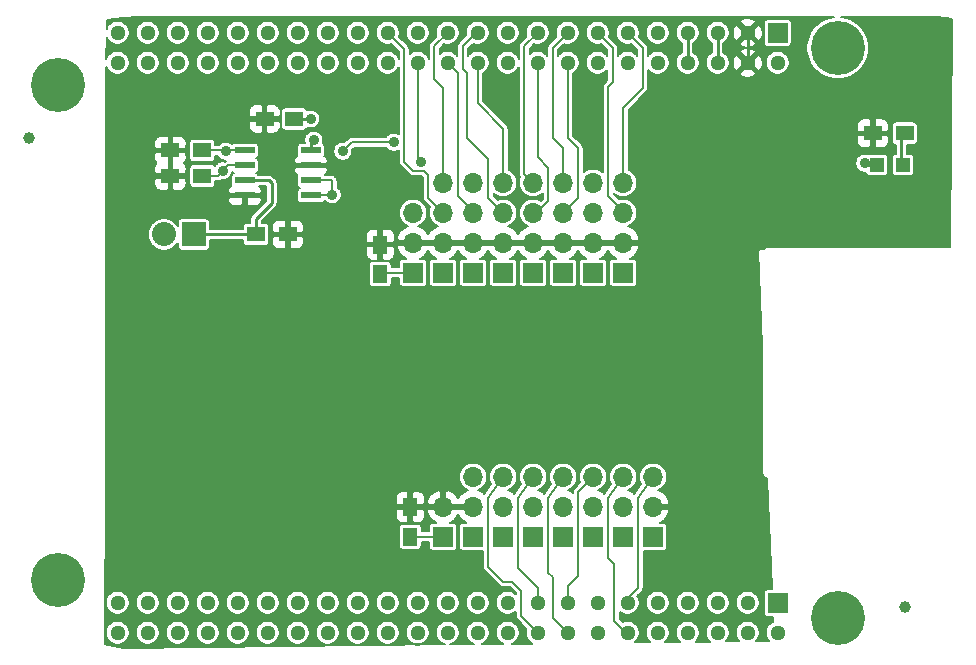
<source format=gbr>
%TF.GenerationSoftware,KiCad,Pcbnew,(5.1.10)-1*%
%TF.CreationDate,2022-04-07T15:38:00-04:00*%
%TF.ProjectId,BBB-COMMS-2,4242422d-434f-44d4-9d53-2d322e6b6963,0.3*%
%TF.SameCoordinates,Original*%
%TF.FileFunction,Copper,L1,Top*%
%TF.FilePolarity,Positive*%
%FSLAX46Y46*%
G04 Gerber Fmt 4.6, Leading zero omitted, Abs format (unit mm)*
G04 Created by KiCad (PCBNEW (5.1.10)-1) date 2022-04-07 15:38:00*
%MOMM*%
%LPD*%
G01*
G04 APERTURE LIST*
%TA.AperFunction,SMDPad,CuDef*%
%ADD10C,1.000000*%
%TD*%
%TA.AperFunction,SMDPad,CuDef*%
%ADD11R,1.651000X0.599440*%
%TD*%
%TA.AperFunction,ComponentPad*%
%ADD12C,4.572000*%
%TD*%
%TA.AperFunction,ComponentPad*%
%ADD13R,1.651000X1.651000*%
%TD*%
%TA.AperFunction,ComponentPad*%
%ADD14C,1.300480*%
%TD*%
%TA.AperFunction,ComponentPad*%
%ADD15R,2.032000X2.032000*%
%TD*%
%TA.AperFunction,ComponentPad*%
%ADD16O,2.032000X2.032000*%
%TD*%
%TA.AperFunction,SMDPad,CuDef*%
%ADD17R,1.500000X1.300000*%
%TD*%
%TA.AperFunction,SMDPad,CuDef*%
%ADD18R,1.250000X1.500000*%
%TD*%
%TA.AperFunction,SMDPad,CuDef*%
%ADD19R,1.500000X1.250000*%
%TD*%
%TA.AperFunction,ComponentPad*%
%ADD20R,1.700000X1.700000*%
%TD*%
%TA.AperFunction,ComponentPad*%
%ADD21O,1.700000X1.700000*%
%TD*%
%TA.AperFunction,SMDPad,CuDef*%
%ADD22R,1.200000X1.200000*%
%TD*%
%TA.AperFunction,ViaPad*%
%ADD23C,0.889000*%
%TD*%
%TA.AperFunction,Conductor*%
%ADD24C,0.203200*%
%TD*%
%TA.AperFunction,Conductor*%
%ADD25C,0.508000*%
%TD*%
%TA.AperFunction,Conductor*%
%ADD26C,0.254000*%
%TD*%
%TA.AperFunction,Conductor*%
%ADD27C,0.150000*%
%TD*%
G04 APERTURE END LIST*
D10*
%TO.P,FID1,1*%
%TO.N,N/C*%
X171196000Y-103251000D03*
%TD*%
%TO.P,FID2,1*%
%TO.N,N/C*%
X97028000Y-63500000D03*
%TD*%
D11*
%TO.P,U1,8*%
%TO.N,VDD_3V3-UF*%
X115290600Y-68376800D03*
%TO.P,U1,1*%
%TO.N,GND*%
X120878600Y-68376800D03*
%TO.P,U1,7*%
%TO.N,Net-(H1-Pad1)*%
X115290600Y-67106800D03*
%TO.P,U1,6*%
%TO.N,I2C2_SCL*%
X115290600Y-65836800D03*
%TO.P,U1,5*%
%TO.N,I2C2_SDA*%
X115290600Y-64566800D03*
%TO.P,U1,2*%
%TO.N,GND*%
X120878600Y-67106800D03*
%TO.P,U1,3*%
%TO.N,VDD_3V3-UF*%
X120878600Y-65836800D03*
%TO.P,U1,4*%
%TO.N,GND*%
X120878600Y-64566800D03*
%TD*%
D12*
%TO.P,BRD1,M1*%
%TO.N,N/C*%
X99441000Y-59055000D03*
%TO.P,BRD1,M2*%
X165481000Y-55880000D03*
%TO.P,BRD1,M3*%
X165481000Y-104140000D03*
%TO.P,BRD1,M4*%
X99441000Y-100965000D03*
D13*
%TO.P,BRD1,C1*%
%TO.N,GND*%
X160401000Y-54610000D03*
D14*
%TO.P,BRD1,C2*%
X160401000Y-57150000D03*
%TO.P,BRD1,C3*%
%TO.N,VDD_3V3-UF*%
X157861000Y-54610000D03*
%TO.P,BRD1,C4*%
X157861000Y-57150000D03*
%TO.P,BRD1,C5*%
%TO.N,VDD_5V-UF*%
X155321000Y-54610000D03*
%TO.P,BRD1,C6*%
X155321000Y-57150000D03*
%TO.P,BRD1,C7*%
%TO.N,SYS_5V*%
X152781000Y-54610000D03*
%TO.P,BRD1,C8*%
X152781000Y-57150000D03*
%TO.P,BRD1,C9*%
%TO.N,N/C*%
X150241000Y-54610000D03*
%TO.P,BRD1,C10*%
X150241000Y-57150000D03*
%TO.P,BRD1,C11*%
%TO.N,/P9 Connector/UART4_RXD*%
X147701000Y-54610000D03*
%TO.P,BRD1,C12*%
%TO.N,/P9 Connector/GPIO1_28*%
X147701000Y-57150000D03*
%TO.P,BRD1,C13*%
%TO.N,/P9 Connector/UART4_TXD*%
X145161000Y-54610000D03*
%TO.P,BRD1,C14*%
%TO.N,/P9 Connector/EHRPWM1A*%
X145161000Y-57150000D03*
%TO.P,BRD1,C15*%
%TO.N,/P9 Connector/GPIO1_16*%
X142621000Y-54610000D03*
%TO.P,BRD1,C16*%
%TO.N,/P9 Connector/EHRPWM1B*%
X142621000Y-57150000D03*
%TO.P,BRD1,C17*%
%TO.N,/P9 Connector/I2C1_SCL*%
X140081000Y-54610000D03*
%TO.P,BRD1,C18*%
%TO.N,/P9 Connector/I2C1_SDA*%
X140081000Y-57150000D03*
%TO.P,BRD1,C19*%
%TO.N,I2C2_SCL*%
X137541000Y-54610000D03*
%TO.P,BRD1,C20*%
%TO.N,I2C2_SDA*%
X137541000Y-57150000D03*
%TO.P,BRD1,C21*%
%TO.N,/P9 Connector/UART2_TXD*%
X135001000Y-54610000D03*
%TO.P,BRD1,C22*%
%TO.N,/P9 Connector/UART2_RXD*%
X135001000Y-57150000D03*
%TO.P,BRD1,C23*%
%TO.N,/P9 Connector/GPIO1_17*%
X132461000Y-54610000D03*
%TO.P,BRD1,C24*%
%TO.N,/P9 Connector/UART1_TXD*%
X132461000Y-57150000D03*
%TO.P,BRD1,C25*%
%TO.N,N/C*%
X129921000Y-54610000D03*
%TO.P,BRD1,C26*%
%TO.N,/P9 Connector/UART1_RXD*%
X129921000Y-57150000D03*
%TO.P,BRD1,C27*%
%TO.N,/P9 Connector/GPIO3_19*%
X127381000Y-54610000D03*
%TO.P,BRD1,C28*%
%TO.N,N/C*%
X127381000Y-57150000D03*
%TO.P,BRD1,C29*%
X124841000Y-54610000D03*
%TO.P,BRD1,C30*%
X124841000Y-57150000D03*
%TO.P,BRD1,C31*%
X122301000Y-54610000D03*
%TO.P,BRD1,C32*%
X122301000Y-57150000D03*
%TO.P,BRD1,C33*%
X119761000Y-54610000D03*
%TO.P,BRD1,C34*%
X119761000Y-57150000D03*
%TO.P,BRD1,C35*%
X117221000Y-54610000D03*
%TO.P,BRD1,C36*%
X117221000Y-57150000D03*
%TO.P,BRD1,C37*%
X114681000Y-54610000D03*
%TO.P,BRD1,C38*%
X114681000Y-57150000D03*
%TO.P,BRD1,C39*%
X112141000Y-54610000D03*
%TO.P,BRD1,C40*%
X112141000Y-57150000D03*
%TO.P,BRD1,C41*%
X109601000Y-54610000D03*
%TO.P,BRD1,C42*%
X109601000Y-57150000D03*
%TO.P,BRD1,C43*%
%TO.N,GND*%
X107061000Y-54610000D03*
%TO.P,BRD1,C44*%
X107061000Y-57150000D03*
%TO.P,BRD1,C45*%
X104521000Y-54610000D03*
%TO.P,BRD1,C46*%
X104521000Y-57150000D03*
D13*
%TO.P,BRD1,B1*%
X160401000Y-102870000D03*
D14*
%TO.P,BRD1,B2*%
X160401000Y-105410000D03*
%TO.P,BRD1,B3*%
%TO.N,N/C*%
X157861000Y-102870000D03*
%TO.P,BRD1,B4*%
X157861000Y-105410000D03*
%TO.P,BRD1,B5*%
X155321000Y-102870000D03*
%TO.P,BRD1,B6*%
X155321000Y-105410000D03*
%TO.P,BRD1,B7*%
X152781000Y-102870000D03*
%TO.P,BRD1,B8*%
X152781000Y-105410000D03*
%TO.P,BRD1,B9*%
X150241000Y-102870000D03*
%TO.P,BRD1,B10*%
X150241000Y-105410000D03*
%TO.P,BRD1,B11*%
%TO.N,/P8 Connector/GPIO1_13*%
X147701000Y-102870000D03*
%TO.P,BRD1,B12*%
%TO.N,/P8 Connector/GPIO1_12*%
X147701000Y-105410000D03*
%TO.P,BRD1,B13*%
%TO.N,N/C*%
X145161000Y-102870000D03*
%TO.P,BRD1,B14*%
X145161000Y-105410000D03*
%TO.P,BRD1,B15*%
%TO.N,/P8 Connector/GPIO1_15*%
X142621000Y-102870000D03*
%TO.P,BRD1,B16*%
%TO.N,/P8 Connector/GPIO1_14*%
X142621000Y-105410000D03*
%TO.P,BRD1,B17*%
%TO.N,/P8 Connector/GPIO0_27*%
X140081000Y-102870000D03*
%TO.P,BRD1,B18*%
%TO.N,/P8 Connector/GPIO2_1*%
X140081000Y-105410000D03*
%TO.P,BRD1,B19*%
%TO.N,N/C*%
X137541000Y-102870000D03*
%TO.P,BRD1,B20*%
X137541000Y-105410000D03*
%TO.P,BRD1,B21*%
X135001000Y-102870000D03*
%TO.P,BRD1,B22*%
X135001000Y-105410000D03*
%TO.P,BRD1,B23*%
X132461000Y-102870000D03*
%TO.P,BRD1,B24*%
X132461000Y-105410000D03*
%TO.P,BRD1,B25*%
X129921000Y-102870000D03*
%TO.P,BRD1,B26*%
%TO.N,/P8 Connector/GPIO1_29*%
X129921000Y-105410000D03*
%TO.P,BRD1,B27*%
%TO.N,N/C*%
X127381000Y-102870000D03*
%TO.P,BRD1,B28*%
X127381000Y-105410000D03*
%TO.P,BRD1,B29*%
X124841000Y-102870000D03*
%TO.P,BRD1,B30*%
X124841000Y-105410000D03*
%TO.P,BRD1,B31*%
X122301000Y-102870000D03*
%TO.P,BRD1,B32*%
X122301000Y-105410000D03*
%TO.P,BRD1,B33*%
X119761000Y-102870000D03*
%TO.P,BRD1,B34*%
X119761000Y-105410000D03*
%TO.P,BRD1,B35*%
X117221000Y-102870000D03*
%TO.P,BRD1,B36*%
X117221000Y-105410000D03*
%TO.P,BRD1,B37*%
X114681000Y-102870000D03*
%TO.P,BRD1,B38*%
X114681000Y-105410000D03*
%TO.P,BRD1,B39*%
X112141000Y-102870000D03*
%TO.P,BRD1,B40*%
X112141000Y-105410000D03*
%TO.P,BRD1,B41*%
X109601000Y-102870000D03*
%TO.P,BRD1,B42*%
X109601000Y-105410000D03*
%TO.P,BRD1,B43*%
X107061000Y-102870000D03*
%TO.P,BRD1,B44*%
X107061000Y-105410000D03*
%TO.P,BRD1,B45*%
X104521000Y-102870000D03*
%TO.P,BRD1,B46*%
X104521000Y-105410000D03*
%TD*%
D15*
%TO.P,H1,1*%
%TO.N,Net-(H1-Pad1)*%
X110972600Y-71678800D03*
D16*
%TO.P,H1,2*%
%TO.N,GND*%
X108432600Y-71678800D03*
%TD*%
D17*
%TO.P,R4,1*%
%TO.N,VDD_3V3-UF*%
X168449000Y-63119000D03*
%TO.P,R4,2*%
%TO.N,Net-(D1-Pad2)*%
X171149000Y-63119000D03*
%TD*%
%TO.P,R3,1*%
%TO.N,VDD_3V3-UF*%
X118926600Y-71678800D03*
%TO.P,R3,2*%
%TO.N,Net-(H1-Pad1)*%
X116226600Y-71678800D03*
%TD*%
%TO.P,R2,1*%
%TO.N,VDD_3V3-UF*%
X108987600Y-66725800D03*
%TO.P,R2,2*%
%TO.N,I2C2_SCL*%
X111687600Y-66725800D03*
%TD*%
%TO.P,R1,1*%
%TO.N,VDD_3V3-UF*%
X108987600Y-64566800D03*
%TO.P,R1,2*%
%TO.N,I2C2_SDA*%
X111687600Y-64566800D03*
%TD*%
D18*
%TO.P,C2,1*%
%TO.N,VDD_3V3-UF*%
X126746000Y-72537000D03*
%TO.P,C2,2*%
%TO.N,GND*%
X126746000Y-75037000D03*
%TD*%
D19*
%TO.P,C1,1*%
%TO.N,VDD_3V3-UF*%
X116961600Y-61899800D03*
%TO.P,C1,2*%
%TO.N,GND*%
X119461600Y-61899800D03*
%TD*%
D20*
%TO.P,H6,1*%
%TO.N,GND*%
X139700000Y-74930000D03*
D21*
%TO.P,H6,2*%
%TO.N,VDD_3V3-UF*%
X139700000Y-72390000D03*
%TO.P,H6,3*%
%TO.N,/P9 Connector/I2C1_SDA*%
X139700000Y-69850000D03*
%TO.P,H6,4*%
%TO.N,/P9 Connector/I2C1_SCL*%
X139700000Y-67310000D03*
%TD*%
D20*
%TO.P,H5,1*%
%TO.N,GND*%
X137160000Y-74930000D03*
D21*
%TO.P,H5,2*%
%TO.N,VDD_3V3-UF*%
X137160000Y-72390000D03*
%TO.P,H5,3*%
%TO.N,/P9 Connector/UART2_TXD*%
X137160000Y-69850000D03*
%TO.P,H5,4*%
%TO.N,/P9 Connector/UART2_RXD*%
X137160000Y-67310000D03*
%TD*%
D20*
%TO.P,H4,1*%
%TO.N,GND*%
X134620000Y-74930000D03*
D21*
%TO.P,H4,2*%
%TO.N,VDD_3V3-UF*%
X134620000Y-72390000D03*
%TO.P,H4,3*%
%TO.N,/P9 Connector/UART1_TXD*%
X134620000Y-69850000D03*
%TO.P,H4,4*%
%TO.N,/P9 Connector/UART1_RXD*%
X134620000Y-67310000D03*
%TD*%
D22*
%TO.P,D1,2*%
%TO.N,Net-(D1-Pad2)*%
X171026000Y-65786000D03*
%TO.P,D1,1*%
%TO.N,GND*%
X168826000Y-65786000D03*
%TD*%
D20*
%TO.P,H7,1*%
%TO.N,GND*%
X142240000Y-74930000D03*
D21*
%TO.P,H7,2*%
%TO.N,VDD_3V3-UF*%
X142240000Y-72390000D03*
%TO.P,H7,3*%
%TO.N,/P9 Connector/EHRPWM1B*%
X142240000Y-69850000D03*
%TO.P,H7,4*%
%TO.N,/P9 Connector/GPIO1_16*%
X142240000Y-67310000D03*
%TD*%
D20*
%TO.P,H8,1*%
%TO.N,GND*%
X144780000Y-74930000D03*
D21*
%TO.P,H8,2*%
%TO.N,VDD_3V3-UF*%
X144780000Y-72390000D03*
%TO.P,H8,3*%
%TO.N,/P9 Connector/EHRPWM1A*%
X144780000Y-69850000D03*
%TO.P,H8,4*%
%TO.N,/P9 Connector/GPIO1_28*%
X144780000Y-67310000D03*
%TD*%
D20*
%TO.P,H3,1*%
%TO.N,GND*%
X132080000Y-74930000D03*
D21*
%TO.P,H3,2*%
%TO.N,VDD_3V3-UF*%
X132080000Y-72390000D03*
%TO.P,H3,3*%
%TO.N,/P9 Connector/GPIO3_19*%
X132080000Y-69850000D03*
%TO.P,H3,4*%
%TO.N,/P9 Connector/GPIO1_17*%
X132080000Y-67310000D03*
%TD*%
D20*
%TO.P,H14,1*%
%TO.N,GND*%
X142240000Y-97282000D03*
D21*
%TO.P,H14,2*%
%TO.N,VDD_3V3-UF*%
X142240000Y-94742000D03*
%TO.P,H14,3*%
%TO.N,/P8 Connector/GPIO1_14*%
X142240000Y-92202000D03*
%TD*%
D20*
%TO.P,H13,1*%
%TO.N,GND*%
X139700000Y-97282000D03*
D21*
%TO.P,H13,2*%
%TO.N,VDD_3V3-UF*%
X139700000Y-94742000D03*
%TO.P,H13,3*%
%TO.N,/P8 Connector/GPIO0_27*%
X139700000Y-92202000D03*
%TD*%
D20*
%TO.P,H12,1*%
%TO.N,GND*%
X137160000Y-97282000D03*
D21*
%TO.P,H12,2*%
%TO.N,VDD_3V3-UF*%
X137160000Y-94742000D03*
%TO.P,H12,3*%
%TO.N,/P8 Connector/GPIO2_1*%
X137160000Y-92202000D03*
%TD*%
D20*
%TO.P,H11,1*%
%TO.N,GND*%
X134620000Y-97282000D03*
D21*
%TO.P,H11,2*%
%TO.N,VDD_3V3-UF*%
X134620000Y-94742000D03*
%TO.P,H11,3*%
%TO.N,/P8 Connector/GPIO1_29*%
X134620000Y-92202000D03*
%TD*%
D18*
%TO.P,C3,1*%
%TO.N,VDD_3V3-UF*%
X129286000Y-94762000D03*
%TO.P,C3,2*%
%TO.N,GND*%
X129286000Y-97262000D03*
%TD*%
D20*
%TO.P,H15,1*%
%TO.N,GND*%
X144780000Y-97282000D03*
D21*
%TO.P,H15,2*%
%TO.N,VDD_3V3-UF*%
X144780000Y-94742000D03*
%TO.P,H15,3*%
%TO.N,/P8 Connector/GPIO1_15*%
X144780000Y-92202000D03*
%TD*%
D20*
%TO.P,H17,1*%
%TO.N,GND*%
X149860000Y-97282000D03*
D21*
%TO.P,H17,2*%
%TO.N,VDD_3V3-UF*%
X149860000Y-94742000D03*
%TO.P,H17,3*%
%TO.N,/P8 Connector/GPIO1_13*%
X149860000Y-92202000D03*
%TD*%
D20*
%TO.P,H16,1*%
%TO.N,GND*%
X147320000Y-97282000D03*
D21*
%TO.P,H16,2*%
%TO.N,VDD_3V3-UF*%
X147320000Y-94742000D03*
%TO.P,H16,3*%
%TO.N,/P8 Connector/GPIO1_12*%
X147320000Y-92202000D03*
%TD*%
D20*
%TO.P,H10,1*%
%TO.N,GND*%
X132080000Y-97282000D03*
D21*
%TO.P,H10,2*%
%TO.N,VDD_3V3-UF*%
X132080000Y-94742000D03*
%TD*%
D20*
%TO.P,H9,1*%
%TO.N,GND*%
X147320000Y-74930000D03*
D21*
%TO.P,H9,2*%
%TO.N,VDD_3V3-UF*%
X147320000Y-72390000D03*
%TO.P,H9,3*%
%TO.N,/P9 Connector/UART4_TXD*%
X147320000Y-69850000D03*
%TO.P,H9,4*%
%TO.N,/P9 Connector/UART4_RXD*%
X147320000Y-67310000D03*
%TD*%
D20*
%TO.P,H2,1*%
%TO.N,GND*%
X129540000Y-74930000D03*
D21*
%TO.P,H2,2*%
%TO.N,VDD_3V3-UF*%
X129540000Y-72390000D03*
%TO.P,H2,3*%
%TO.N,N/C*%
X129540000Y-69850000D03*
%TD*%
D23*
%TO.N,GND*%
X120878600Y-61899800D03*
X121132600Y-63677800D03*
X167767000Y-65659000D03*
X122682000Y-68326000D03*
%TO.N,/P9 Connector/UART1_RXD*%
X130175000Y-65532000D03*
%TO.N,I2C2_SCL*%
X113411000Y-66294000D03*
%TO.N,I2C2_SDA*%
X127889000Y-63881000D03*
X123571000Y-64643000D03*
X113665000Y-64643000D03*
%TD*%
D24*
%TO.N,GND*%
X129540000Y-74930000D02*
X126853000Y-74930000D01*
X126853000Y-74930000D02*
X126746000Y-75037000D01*
X129286000Y-97262000D02*
X132060000Y-97262000D01*
X132060000Y-97262000D02*
X132080000Y-97282000D01*
D25*
X132060000Y-74910000D02*
X132080000Y-74930000D01*
D26*
X119461600Y-61899800D02*
X120878600Y-61899800D01*
X120878600Y-63931800D02*
X121132600Y-63677800D01*
X120878600Y-64566800D02*
X120878600Y-63931800D01*
X168973500Y-65786000D02*
X167894000Y-65786000D01*
X167894000Y-65786000D02*
X167767000Y-65659000D01*
D24*
X122631200Y-68376800D02*
X122682000Y-68326000D01*
X122631200Y-67106800D02*
X120878600Y-67106800D01*
X122682000Y-67157600D02*
X122682000Y-68326000D01*
X122631200Y-67106800D02*
X122682000Y-67157600D01*
X120878600Y-68376800D02*
X122631200Y-68376800D01*
D26*
%TO.N,VDD_5V-UF*%
X155321000Y-54610000D02*
X155321000Y-57150000D01*
D24*
%TO.N,VDD_3V3-UF*%
X132060000Y-72410000D02*
X132080000Y-72390000D01*
D26*
X157861000Y-57150000D02*
X157861000Y-54610000D01*
%TO.N,SYS_5V*%
X152781000Y-57150000D02*
X152882600Y-57150000D01*
X152781000Y-54610000D02*
X152781000Y-57150000D01*
D24*
%TO.N,/P9 Connector/UART4_RXD*%
X147320000Y-67310000D02*
X147320000Y-60960000D01*
X148971000Y-55880000D02*
X147701000Y-54610000D01*
X148971000Y-59309000D02*
X148971000Y-55880000D01*
X147320000Y-60960000D02*
X148971000Y-59309000D01*
%TO.N,/P9 Connector/UART4_TXD*%
X147320000Y-69850000D02*
X147320000Y-69723000D01*
X147320000Y-69723000D02*
X146050000Y-68453000D01*
X146050000Y-68453000D02*
X146050000Y-59182000D01*
X146050000Y-59182000D02*
X146431000Y-58801000D01*
X146431000Y-58801000D02*
X146431000Y-55880000D01*
X146431000Y-55880000D02*
X145161000Y-54610000D01*
X145161000Y-54737000D02*
X145161000Y-54610000D01*
%TO.N,/P9 Connector/I2C1_SCL*%
X138938000Y-55753000D02*
X138938000Y-66548000D01*
X138938000Y-55753000D02*
X140081000Y-54610000D01*
X138938000Y-66548000D02*
X139700000Y-67310000D01*
%TO.N,/P9 Connector/I2C1_SDA*%
X140081000Y-57150000D02*
X140081000Y-65151000D01*
X140081000Y-65151000D02*
X140970000Y-66040000D01*
X140970000Y-68834000D02*
X140970000Y-66040000D01*
X140025000Y-57206000D02*
X140081000Y-57150000D01*
X139700000Y-69850000D02*
X139954000Y-69850000D01*
X139954000Y-69850000D02*
X140970000Y-68834000D01*
%TO.N,/P9 Connector/UART2_TXD*%
X135890000Y-68580000D02*
X137160000Y-69850000D01*
X135890000Y-65278000D02*
X135890000Y-68580000D01*
X134112000Y-63500000D02*
X135890000Y-65278000D01*
X134112000Y-58039000D02*
X134112000Y-63500000D01*
X133731000Y-57658000D02*
X134112000Y-58039000D01*
X133731000Y-55753000D02*
X133731000Y-57658000D01*
X135001000Y-54610000D02*
X134874000Y-54610000D01*
X134874000Y-54610000D02*
X133731000Y-55753000D01*
%TO.N,/P9 Connector/UART2_RXD*%
X137160000Y-62738000D02*
X137160000Y-67310000D01*
X135001000Y-60579000D02*
X137160000Y-62738000D01*
X135001000Y-57150000D02*
X135001000Y-60579000D01*
%TO.N,/P9 Connector/UART1_TXD*%
X134620000Y-69850000D02*
X134620000Y-69723000D01*
X134620000Y-69723000D02*
X133350000Y-68453000D01*
X133350000Y-68453000D02*
X133350000Y-58039000D01*
X133350000Y-58039000D02*
X132461000Y-57150000D01*
%TO.N,/P9 Connector/UART1_RXD*%
X129921000Y-65278000D02*
X130175000Y-65532000D01*
X129921000Y-57150000D02*
X129921000Y-65278000D01*
%TO.N,I2C2_SCL*%
X113411000Y-66294000D02*
X113423700Y-66306700D01*
X113893600Y-65836800D02*
X115290600Y-65836800D01*
X113004600Y-66725800D02*
X113423700Y-66306700D01*
X113423700Y-66306700D02*
X113893600Y-65836800D01*
X111687600Y-66725800D02*
X113004600Y-66725800D01*
%TO.N,I2C2_SDA*%
X124333000Y-63881000D02*
X127889000Y-63881000D01*
X123571000Y-64643000D02*
X124333000Y-63881000D01*
X113665000Y-64643000D02*
X113665000Y-64566800D01*
X111687600Y-64566800D02*
X113665000Y-64566800D01*
X113665000Y-64566800D02*
X115290600Y-64566800D01*
D26*
%TO.N,Net-(D1-Pad2)*%
X170878500Y-65786000D02*
X170878500Y-63500000D01*
D24*
%TO.N,/P9 Connector/GPIO1_16*%
X142240000Y-67310000D02*
X142240000Y-64389000D01*
X142240000Y-64389000D02*
X141351000Y-63500000D01*
X141351000Y-63500000D02*
X141351000Y-55880000D01*
X141351000Y-55880000D02*
X142621000Y-54610000D01*
%TO.N,/P9 Connector/EHRPWM1B*%
X143510000Y-68580000D02*
X142240000Y-69850000D01*
X143510000Y-64389000D02*
X143510000Y-68580000D01*
X142621000Y-63500000D02*
X143510000Y-64389000D01*
X142621000Y-57150000D02*
X142621000Y-63500000D01*
%TO.N,/P9 Connector/GPIO1_17*%
X132080000Y-67310000D02*
X132080000Y-59309000D01*
X132080000Y-59309000D02*
X131318000Y-58547000D01*
X131318000Y-58547000D02*
X131318000Y-55753000D01*
X131318000Y-55753000D02*
X132461000Y-54610000D01*
%TO.N,/P9 Connector/GPIO3_19*%
X132080000Y-69850000D02*
X130810000Y-68580000D01*
X130429000Y-66294000D02*
X129540000Y-66294000D01*
X130810000Y-66675000D02*
X130429000Y-66294000D01*
X130810000Y-68580000D02*
X130810000Y-66675000D01*
X129540000Y-66294000D02*
X128778000Y-65532000D01*
X128778000Y-65532000D02*
X128778000Y-56007000D01*
X128778000Y-56007000D02*
X127381000Y-54610000D01*
%TO.N,/P8 Connector/GPIO1_13*%
X147701000Y-102870000D02*
X147701000Y-102489000D01*
X147701000Y-102489000D02*
X148590000Y-101600000D01*
X148590000Y-101600000D02*
X148590000Y-93980000D01*
X148590000Y-93980000D02*
X149860000Y-92202000D01*
%TO.N,/P8 Connector/GPIO1_12*%
X147701000Y-105410000D02*
X147574000Y-105410000D01*
X147574000Y-105410000D02*
X146558000Y-104394000D01*
X146558000Y-104394000D02*
X146558000Y-99568000D01*
X146558000Y-99568000D02*
X146050000Y-99060000D01*
X146050000Y-99060000D02*
X146050000Y-93980000D01*
X146050000Y-93980000D02*
X147320000Y-92202000D01*
%TO.N,/P8 Connector/GPIO1_15*%
X142621000Y-102870000D02*
X142621000Y-101473000D01*
X143510000Y-93472000D02*
X144780000Y-92202000D01*
X143510000Y-100584000D02*
X143510000Y-93472000D01*
X142621000Y-101473000D02*
X143510000Y-100584000D01*
%TO.N,/P8 Connector/GPIO1_14*%
X140970000Y-93980000D02*
X142240000Y-92202000D01*
X140970000Y-100330000D02*
X140970000Y-93980000D01*
X141351000Y-100711000D02*
X140970000Y-100330000D01*
X141351000Y-104140000D02*
X141351000Y-100711000D01*
X142621000Y-105410000D02*
X141351000Y-104140000D01*
%TO.N,/P8 Connector/GPIO0_27*%
X140081000Y-102870000D02*
X140081000Y-101600000D01*
X138430000Y-93980000D02*
X139700000Y-92202000D01*
X138430000Y-99949000D02*
X138430000Y-93980000D01*
X140081000Y-101600000D02*
X138430000Y-99949000D01*
%TO.N,/P8 Connector/GPIO2_1*%
X135890000Y-93980000D02*
X137160000Y-92202000D01*
X135890000Y-99822000D02*
X135890000Y-93980000D01*
X137160000Y-101092000D02*
X135890000Y-99822000D01*
X137922000Y-101092000D02*
X137160000Y-101092000D01*
X138684000Y-101854000D02*
X137922000Y-101092000D01*
X138684000Y-104013000D02*
X138684000Y-101854000D01*
X140081000Y-105410000D02*
X138684000Y-104013000D01*
D26*
%TO.N,Net-(H1-Pad1)*%
X110972600Y-71678800D02*
X116226600Y-71678800D01*
X117322600Y-67106800D02*
X117576600Y-67360800D01*
X117576600Y-67360800D02*
X117576600Y-69011800D01*
X117576600Y-69011800D02*
X116226600Y-70361800D01*
X116226600Y-70361800D02*
X116226600Y-71678800D01*
X115290600Y-67106800D02*
X117322600Y-67106800D01*
%TD*%
D24*
%TO.N,VDD_3V3-UF*%
X165166022Y-53249301D02*
X164710474Y-53339915D01*
X164229733Y-53539044D01*
X163797078Y-53828135D01*
X163429135Y-54196078D01*
X163140044Y-54628733D01*
X162940915Y-55109474D01*
X162839400Y-55619825D01*
X162839400Y-56140175D01*
X162940915Y-56650526D01*
X163140044Y-57131267D01*
X163429135Y-57563922D01*
X163797078Y-57931865D01*
X164229733Y-58220956D01*
X164710474Y-58420085D01*
X165220825Y-58521600D01*
X165741175Y-58521600D01*
X166251526Y-58420085D01*
X166732267Y-58220956D01*
X167164922Y-57931865D01*
X167532865Y-57563922D01*
X167821956Y-57131267D01*
X168021085Y-56650526D01*
X168122600Y-56140175D01*
X168122600Y-55619825D01*
X168021085Y-55109474D01*
X167821956Y-54628733D01*
X167532865Y-54196078D01*
X167164922Y-53828135D01*
X166732267Y-53539044D01*
X166251526Y-53339915D01*
X165796644Y-53249433D01*
X173714473Y-53251095D01*
X174643671Y-53324224D01*
X175154531Y-53446871D01*
X175033235Y-72732900D01*
X159665824Y-72732900D01*
X159639000Y-72730258D01*
X159612176Y-72732900D01*
X159531946Y-72740802D01*
X159429006Y-72772028D01*
X159334135Y-72822738D01*
X159250981Y-72890981D01*
X159224375Y-72923400D01*
X158875535Y-72923400D01*
X158855714Y-72925352D01*
X158836654Y-72931134D01*
X158819089Y-72940523D01*
X158803693Y-72953158D01*
X158791058Y-72968554D01*
X158781669Y-72986119D01*
X158775887Y-73005179D01*
X158774013Y-73028969D01*
X159092900Y-81185763D01*
X159092901Y-91794165D01*
X159090258Y-91821000D01*
X159100802Y-91928054D01*
X159132028Y-92030994D01*
X159182738Y-92125865D01*
X159250981Y-92209019D01*
X159334135Y-92277262D01*
X159429006Y-92327972D01*
X159529696Y-92358515D01*
X159894397Y-101687180D01*
X159575500Y-101687180D01*
X159505790Y-101694046D01*
X159438760Y-101714379D01*
X159376984Y-101747399D01*
X159322837Y-101791837D01*
X159278399Y-101845984D01*
X159245379Y-101907760D01*
X159225046Y-101974790D01*
X159218180Y-102044500D01*
X159218180Y-103695500D01*
X159225046Y-103765210D01*
X159245379Y-103832240D01*
X159278399Y-103894016D01*
X159322837Y-103948163D01*
X159376984Y-103992601D01*
X159438760Y-104025621D01*
X159505790Y-104045954D01*
X159575500Y-104052820D01*
X159986881Y-104052820D01*
X160003809Y-104485809D01*
X159924556Y-104518636D01*
X159759814Y-104628713D01*
X159619713Y-104768814D01*
X159509636Y-104933556D01*
X159433814Y-105116607D01*
X159395160Y-105310933D01*
X159395160Y-105509067D01*
X159433814Y-105703393D01*
X159509636Y-105886444D01*
X159619713Y-106051186D01*
X159669717Y-106101190D01*
X158580593Y-106112880D01*
X158642287Y-106051186D01*
X158752364Y-105886444D01*
X158828186Y-105703393D01*
X158866840Y-105509067D01*
X158866840Y-105310933D01*
X158828186Y-105116607D01*
X158752364Y-104933556D01*
X158642287Y-104768814D01*
X158502186Y-104628713D01*
X158337444Y-104518636D01*
X158154393Y-104442814D01*
X157960067Y-104404160D01*
X157761933Y-104404160D01*
X157567607Y-104442814D01*
X157384556Y-104518636D01*
X157219814Y-104628713D01*
X157079713Y-104768814D01*
X156969636Y-104933556D01*
X156893814Y-105116607D01*
X156855160Y-105310933D01*
X156855160Y-105509067D01*
X156893814Y-105703393D01*
X156969636Y-105886444D01*
X157079713Y-106051186D01*
X157156690Y-106128163D01*
X156013034Y-106140439D01*
X156102287Y-106051186D01*
X156212364Y-105886444D01*
X156288186Y-105703393D01*
X156326840Y-105509067D01*
X156326840Y-105310933D01*
X156288186Y-105116607D01*
X156212364Y-104933556D01*
X156102287Y-104768814D01*
X155962186Y-104628713D01*
X155797444Y-104518636D01*
X155614393Y-104442814D01*
X155420067Y-104404160D01*
X155221933Y-104404160D01*
X155027607Y-104442814D01*
X154844556Y-104518636D01*
X154679814Y-104628713D01*
X154539713Y-104768814D01*
X154429636Y-104933556D01*
X154353814Y-105116607D01*
X154315160Y-105310933D01*
X154315160Y-105509067D01*
X154353814Y-105703393D01*
X154429636Y-105886444D01*
X154539713Y-106051186D01*
X154643664Y-106155137D01*
X153445475Y-106167998D01*
X153562287Y-106051186D01*
X153672364Y-105886444D01*
X153748186Y-105703393D01*
X153786840Y-105509067D01*
X153786840Y-105310933D01*
X153748186Y-105116607D01*
X153672364Y-104933556D01*
X153562287Y-104768814D01*
X153422186Y-104628713D01*
X153257444Y-104518636D01*
X153074393Y-104442814D01*
X152880067Y-104404160D01*
X152681933Y-104404160D01*
X152487607Y-104442814D01*
X152304556Y-104518636D01*
X152139814Y-104628713D01*
X151999713Y-104768814D01*
X151889636Y-104933556D01*
X151813814Y-105116607D01*
X151775160Y-105310933D01*
X151775160Y-105509067D01*
X151813814Y-105703393D01*
X151889636Y-105886444D01*
X151999713Y-106051186D01*
X152130637Y-106182110D01*
X150875762Y-106195580D01*
X150882186Y-106191287D01*
X151022287Y-106051186D01*
X151132364Y-105886444D01*
X151208186Y-105703393D01*
X151246840Y-105509067D01*
X151246840Y-105310933D01*
X151208186Y-105116607D01*
X151132364Y-104933556D01*
X151022287Y-104768814D01*
X150882186Y-104628713D01*
X150717444Y-104518636D01*
X150534393Y-104442814D01*
X150340067Y-104404160D01*
X150141933Y-104404160D01*
X149947607Y-104442814D01*
X149764556Y-104518636D01*
X149599814Y-104628713D01*
X149459713Y-104768814D01*
X149349636Y-104933556D01*
X149273814Y-105116607D01*
X149235160Y-105310933D01*
X149235160Y-105509067D01*
X149273814Y-105703393D01*
X149349636Y-105886444D01*
X149459713Y-106051186D01*
X149599814Y-106191287D01*
X149626309Y-106208990D01*
X148294294Y-106223288D01*
X148342186Y-106191287D01*
X148482287Y-106051186D01*
X148592364Y-105886444D01*
X148668186Y-105703393D01*
X148706840Y-105509067D01*
X148706840Y-105310933D01*
X148668186Y-105116607D01*
X148592364Y-104933556D01*
X148482287Y-104768814D01*
X148342186Y-104628713D01*
X148177444Y-104518636D01*
X147994393Y-104442814D01*
X147800067Y-104404160D01*
X147601933Y-104404160D01*
X147407607Y-104442814D01*
X147298560Y-104487983D01*
X147015200Y-104204623D01*
X147015200Y-103606673D01*
X147059814Y-103651287D01*
X147224556Y-103761364D01*
X147407607Y-103837186D01*
X147601933Y-103875840D01*
X147800067Y-103875840D01*
X147994393Y-103837186D01*
X148177444Y-103761364D01*
X148342186Y-103651287D01*
X148482287Y-103511186D01*
X148592364Y-103346444D01*
X148668186Y-103163393D01*
X148706840Y-102969067D01*
X148706840Y-102770933D01*
X149235160Y-102770933D01*
X149235160Y-102969067D01*
X149273814Y-103163393D01*
X149349636Y-103346444D01*
X149459713Y-103511186D01*
X149599814Y-103651287D01*
X149764556Y-103761364D01*
X149947607Y-103837186D01*
X150141933Y-103875840D01*
X150340067Y-103875840D01*
X150534393Y-103837186D01*
X150717444Y-103761364D01*
X150882186Y-103651287D01*
X151022287Y-103511186D01*
X151132364Y-103346444D01*
X151208186Y-103163393D01*
X151246840Y-102969067D01*
X151246840Y-102770933D01*
X151775160Y-102770933D01*
X151775160Y-102969067D01*
X151813814Y-103163393D01*
X151889636Y-103346444D01*
X151999713Y-103511186D01*
X152139814Y-103651287D01*
X152304556Y-103761364D01*
X152487607Y-103837186D01*
X152681933Y-103875840D01*
X152880067Y-103875840D01*
X153074393Y-103837186D01*
X153257444Y-103761364D01*
X153422186Y-103651287D01*
X153562287Y-103511186D01*
X153672364Y-103346444D01*
X153748186Y-103163393D01*
X153786840Y-102969067D01*
X153786840Y-102770933D01*
X154315160Y-102770933D01*
X154315160Y-102969067D01*
X154353814Y-103163393D01*
X154429636Y-103346444D01*
X154539713Y-103511186D01*
X154679814Y-103651287D01*
X154844556Y-103761364D01*
X155027607Y-103837186D01*
X155221933Y-103875840D01*
X155420067Y-103875840D01*
X155614393Y-103837186D01*
X155797444Y-103761364D01*
X155962186Y-103651287D01*
X156102287Y-103511186D01*
X156212364Y-103346444D01*
X156288186Y-103163393D01*
X156326840Y-102969067D01*
X156326840Y-102770933D01*
X156855160Y-102770933D01*
X156855160Y-102969067D01*
X156893814Y-103163393D01*
X156969636Y-103346444D01*
X157079713Y-103511186D01*
X157219814Y-103651287D01*
X157384556Y-103761364D01*
X157567607Y-103837186D01*
X157761933Y-103875840D01*
X157960067Y-103875840D01*
X158154393Y-103837186D01*
X158337444Y-103761364D01*
X158502186Y-103651287D01*
X158642287Y-103511186D01*
X158752364Y-103346444D01*
X158828186Y-103163393D01*
X158866840Y-102969067D01*
X158866840Y-102770933D01*
X158828186Y-102576607D01*
X158752364Y-102393556D01*
X158642287Y-102228814D01*
X158502186Y-102088713D01*
X158337444Y-101978636D01*
X158154393Y-101902814D01*
X157960067Y-101864160D01*
X157761933Y-101864160D01*
X157567607Y-101902814D01*
X157384556Y-101978636D01*
X157219814Y-102088713D01*
X157079713Y-102228814D01*
X156969636Y-102393556D01*
X156893814Y-102576607D01*
X156855160Y-102770933D01*
X156326840Y-102770933D01*
X156288186Y-102576607D01*
X156212364Y-102393556D01*
X156102287Y-102228814D01*
X155962186Y-102088713D01*
X155797444Y-101978636D01*
X155614393Y-101902814D01*
X155420067Y-101864160D01*
X155221933Y-101864160D01*
X155027607Y-101902814D01*
X154844556Y-101978636D01*
X154679814Y-102088713D01*
X154539713Y-102228814D01*
X154429636Y-102393556D01*
X154353814Y-102576607D01*
X154315160Y-102770933D01*
X153786840Y-102770933D01*
X153748186Y-102576607D01*
X153672364Y-102393556D01*
X153562287Y-102228814D01*
X153422186Y-102088713D01*
X153257444Y-101978636D01*
X153074393Y-101902814D01*
X152880067Y-101864160D01*
X152681933Y-101864160D01*
X152487607Y-101902814D01*
X152304556Y-101978636D01*
X152139814Y-102088713D01*
X151999713Y-102228814D01*
X151889636Y-102393556D01*
X151813814Y-102576607D01*
X151775160Y-102770933D01*
X151246840Y-102770933D01*
X151208186Y-102576607D01*
X151132364Y-102393556D01*
X151022287Y-102228814D01*
X150882186Y-102088713D01*
X150717444Y-101978636D01*
X150534393Y-101902814D01*
X150340067Y-101864160D01*
X150141933Y-101864160D01*
X149947607Y-101902814D01*
X149764556Y-101978636D01*
X149599814Y-102088713D01*
X149459713Y-102228814D01*
X149349636Y-102393556D01*
X149273814Y-102576607D01*
X149235160Y-102770933D01*
X148706840Y-102770933D01*
X148668186Y-102576607D01*
X148592364Y-102393556D01*
X148532546Y-102304032D01*
X148897409Y-101939169D01*
X148914853Y-101924853D01*
X148971987Y-101855236D01*
X149014441Y-101775809D01*
X149040585Y-101689627D01*
X149047200Y-101622460D01*
X149047200Y-101622450D01*
X149049411Y-101600000D01*
X149047200Y-101577550D01*
X149047200Y-98489320D01*
X150710000Y-98489320D01*
X150779710Y-98482454D01*
X150846740Y-98462121D01*
X150908516Y-98429101D01*
X150962663Y-98384663D01*
X151007101Y-98330516D01*
X151040121Y-98268740D01*
X151060454Y-98201710D01*
X151067320Y-98132000D01*
X151067320Y-96432000D01*
X151060454Y-96362290D01*
X151040121Y-96295260D01*
X151007101Y-96233484D01*
X150962663Y-96179337D01*
X150908516Y-96134899D01*
X150846740Y-96101879D01*
X150779710Y-96081546D01*
X150710000Y-96074680D01*
X150442889Y-96074680D01*
X150505413Y-96051156D01*
X150748415Y-95900087D01*
X150957276Y-95704514D01*
X151123969Y-95471952D01*
X151242089Y-95211338D01*
X151269910Y-95119607D01*
X151158286Y-94894400D01*
X150012400Y-94894400D01*
X150012400Y-94914400D01*
X149707600Y-94914400D01*
X149707600Y-94894400D01*
X149687600Y-94894400D01*
X149687600Y-94589600D01*
X149707600Y-94589600D01*
X149707600Y-94569600D01*
X150012400Y-94569600D01*
X150012400Y-94589600D01*
X151158286Y-94589600D01*
X151269910Y-94364393D01*
X151242089Y-94272662D01*
X151123969Y-94012048D01*
X150957276Y-93779486D01*
X150748415Y-93583913D01*
X150505413Y-93432844D01*
X150260932Y-93340860D01*
X150431066Y-93270389D01*
X150628525Y-93138450D01*
X150796450Y-92970525D01*
X150928389Y-92773066D01*
X151019269Y-92553660D01*
X151065600Y-92320741D01*
X151065600Y-92083259D01*
X151019269Y-91850340D01*
X150928389Y-91630934D01*
X150796450Y-91433475D01*
X150628525Y-91265550D01*
X150431066Y-91133611D01*
X150211660Y-91042731D01*
X149978741Y-90996400D01*
X149741259Y-90996400D01*
X149508340Y-91042731D01*
X149288934Y-91133611D01*
X149091475Y-91265550D01*
X148923550Y-91433475D01*
X148791611Y-91630934D01*
X148700731Y-91850340D01*
X148654400Y-92083259D01*
X148654400Y-92320741D01*
X148700731Y-92553660D01*
X148791611Y-92773066D01*
X148839282Y-92844410D01*
X148269925Y-93641510D01*
X148208415Y-93583913D01*
X147965413Y-93432844D01*
X147720932Y-93340860D01*
X147891066Y-93270389D01*
X148088525Y-93138450D01*
X148256450Y-92970525D01*
X148388389Y-92773066D01*
X148479269Y-92553660D01*
X148525600Y-92320741D01*
X148525600Y-92083259D01*
X148479269Y-91850340D01*
X148388389Y-91630934D01*
X148256450Y-91433475D01*
X148088525Y-91265550D01*
X147891066Y-91133611D01*
X147671660Y-91042731D01*
X147438741Y-90996400D01*
X147201259Y-90996400D01*
X146968340Y-91042731D01*
X146748934Y-91133611D01*
X146551475Y-91265550D01*
X146383550Y-91433475D01*
X146251611Y-91630934D01*
X146160731Y-91850340D01*
X146114400Y-92083259D01*
X146114400Y-92320741D01*
X146160731Y-92553660D01*
X146251611Y-92773066D01*
X146299282Y-92844410D01*
X145729925Y-93641510D01*
X145668415Y-93583913D01*
X145425413Y-93432844D01*
X145180932Y-93340860D01*
X145351066Y-93270389D01*
X145548525Y-93138450D01*
X145716450Y-92970525D01*
X145848389Y-92773066D01*
X145939269Y-92553660D01*
X145985600Y-92320741D01*
X145985600Y-92083259D01*
X145939269Y-91850340D01*
X145848389Y-91630934D01*
X145716450Y-91433475D01*
X145548525Y-91265550D01*
X145351066Y-91133611D01*
X145131660Y-91042731D01*
X144898741Y-90996400D01*
X144661259Y-90996400D01*
X144428340Y-91042731D01*
X144208934Y-91133611D01*
X144011475Y-91265550D01*
X143843550Y-91433475D01*
X143711611Y-91630934D01*
X143620731Y-91850340D01*
X143574400Y-92083259D01*
X143574400Y-92320741D01*
X143620731Y-92553660D01*
X143667896Y-92667527D01*
X143202593Y-93132830D01*
X143185148Y-93147147D01*
X143128014Y-93216764D01*
X143085560Y-93296191D01*
X143059416Y-93382373D01*
X143056575Y-93411220D01*
X143050589Y-93472000D01*
X143052801Y-93494460D01*
X143052801Y-93536905D01*
X142885413Y-93432844D01*
X142640932Y-93340860D01*
X142811066Y-93270389D01*
X143008525Y-93138450D01*
X143176450Y-92970525D01*
X143308389Y-92773066D01*
X143399269Y-92553660D01*
X143445600Y-92320741D01*
X143445600Y-92083259D01*
X143399269Y-91850340D01*
X143308389Y-91630934D01*
X143176450Y-91433475D01*
X143008525Y-91265550D01*
X142811066Y-91133611D01*
X142591660Y-91042731D01*
X142358741Y-90996400D01*
X142121259Y-90996400D01*
X141888340Y-91042731D01*
X141668934Y-91133611D01*
X141471475Y-91265550D01*
X141303550Y-91433475D01*
X141171611Y-91630934D01*
X141080731Y-91850340D01*
X141034400Y-92083259D01*
X141034400Y-92320741D01*
X141080731Y-92553660D01*
X141171611Y-92773066D01*
X141219282Y-92844410D01*
X140649925Y-93641510D01*
X140588415Y-93583913D01*
X140345413Y-93432844D01*
X140100932Y-93340860D01*
X140271066Y-93270389D01*
X140468525Y-93138450D01*
X140636450Y-92970525D01*
X140768389Y-92773066D01*
X140859269Y-92553660D01*
X140905600Y-92320741D01*
X140905600Y-92083259D01*
X140859269Y-91850340D01*
X140768389Y-91630934D01*
X140636450Y-91433475D01*
X140468525Y-91265550D01*
X140271066Y-91133611D01*
X140051660Y-91042731D01*
X139818741Y-90996400D01*
X139581259Y-90996400D01*
X139348340Y-91042731D01*
X139128934Y-91133611D01*
X138931475Y-91265550D01*
X138763550Y-91433475D01*
X138631611Y-91630934D01*
X138540731Y-91850340D01*
X138494400Y-92083259D01*
X138494400Y-92320741D01*
X138540731Y-92553660D01*
X138631611Y-92773066D01*
X138679282Y-92844410D01*
X138109925Y-93641510D01*
X138048415Y-93583913D01*
X137805413Y-93432844D01*
X137560932Y-93340860D01*
X137731066Y-93270389D01*
X137928525Y-93138450D01*
X138096450Y-92970525D01*
X138228389Y-92773066D01*
X138319269Y-92553660D01*
X138365600Y-92320741D01*
X138365600Y-92083259D01*
X138319269Y-91850340D01*
X138228389Y-91630934D01*
X138096450Y-91433475D01*
X137928525Y-91265550D01*
X137731066Y-91133611D01*
X137511660Y-91042731D01*
X137278741Y-90996400D01*
X137041259Y-90996400D01*
X136808340Y-91042731D01*
X136588934Y-91133611D01*
X136391475Y-91265550D01*
X136223550Y-91433475D01*
X136091611Y-91630934D01*
X136000731Y-91850340D01*
X135954400Y-92083259D01*
X135954400Y-92320741D01*
X136000731Y-92553660D01*
X136091611Y-92773066D01*
X136139282Y-92844410D01*
X135569925Y-93641510D01*
X135508415Y-93583913D01*
X135265413Y-93432844D01*
X135020932Y-93340860D01*
X135191066Y-93270389D01*
X135388525Y-93138450D01*
X135556450Y-92970525D01*
X135688389Y-92773066D01*
X135779269Y-92553660D01*
X135825600Y-92320741D01*
X135825600Y-92083259D01*
X135779269Y-91850340D01*
X135688389Y-91630934D01*
X135556450Y-91433475D01*
X135388525Y-91265550D01*
X135191066Y-91133611D01*
X134971660Y-91042731D01*
X134738741Y-90996400D01*
X134501259Y-90996400D01*
X134268340Y-91042731D01*
X134048934Y-91133611D01*
X133851475Y-91265550D01*
X133683550Y-91433475D01*
X133551611Y-91630934D01*
X133460731Y-91850340D01*
X133414400Y-92083259D01*
X133414400Y-92320741D01*
X133460731Y-92553660D01*
X133551611Y-92773066D01*
X133683550Y-92970525D01*
X133851475Y-93138450D01*
X134048934Y-93270389D01*
X134219068Y-93340860D01*
X133974587Y-93432844D01*
X133731585Y-93583913D01*
X133522724Y-93779486D01*
X133356031Y-94012048D01*
X133350000Y-94025354D01*
X133343969Y-94012048D01*
X133177276Y-93779486D01*
X132968415Y-93583913D01*
X132725413Y-93432844D01*
X132457608Y-93332085D01*
X132232400Y-93442772D01*
X132232400Y-94589600D01*
X134467600Y-94589600D01*
X134467600Y-94569600D01*
X134772400Y-94569600D01*
X134772400Y-94589600D01*
X134792400Y-94589600D01*
X134792400Y-94894400D01*
X134772400Y-94894400D01*
X134772400Y-94914400D01*
X134467600Y-94914400D01*
X134467600Y-94894400D01*
X132232400Y-94894400D01*
X132232400Y-94914400D01*
X131927600Y-94914400D01*
X131927600Y-94894400D01*
X130781714Y-94894400D01*
X130670090Y-95119607D01*
X130697911Y-95211338D01*
X130816031Y-95471952D01*
X130982724Y-95704514D01*
X131191585Y-95900087D01*
X131434587Y-96051156D01*
X131497111Y-96074680D01*
X131230000Y-96074680D01*
X131160290Y-96081546D01*
X131093260Y-96101879D01*
X131031484Y-96134899D01*
X130977337Y-96179337D01*
X130932899Y-96233484D01*
X130899879Y-96295260D01*
X130879546Y-96362290D01*
X130872680Y-96432000D01*
X130872680Y-96804800D01*
X130268320Y-96804800D01*
X130268320Y-96512000D01*
X130261454Y-96442290D01*
X130241121Y-96375260D01*
X130208101Y-96313484D01*
X130163663Y-96259337D01*
X130109516Y-96214899D01*
X130047740Y-96181879D01*
X129980710Y-96161546D01*
X129911000Y-96154680D01*
X128661000Y-96154680D01*
X128591290Y-96161546D01*
X128524260Y-96181879D01*
X128462484Y-96214899D01*
X128408337Y-96259337D01*
X128363899Y-96313484D01*
X128330879Y-96375260D01*
X128310546Y-96442290D01*
X128303680Y-96512000D01*
X128303680Y-98012000D01*
X128310546Y-98081710D01*
X128330879Y-98148740D01*
X128363899Y-98210516D01*
X128408337Y-98264663D01*
X128462484Y-98309101D01*
X128524260Y-98342121D01*
X128591290Y-98362454D01*
X128661000Y-98369320D01*
X129911000Y-98369320D01*
X129980710Y-98362454D01*
X130047740Y-98342121D01*
X130109516Y-98309101D01*
X130163663Y-98264663D01*
X130208101Y-98210516D01*
X130241121Y-98148740D01*
X130261454Y-98081710D01*
X130268320Y-98012000D01*
X130268320Y-97719200D01*
X130872680Y-97719200D01*
X130872680Y-98132000D01*
X130879546Y-98201710D01*
X130899879Y-98268740D01*
X130932899Y-98330516D01*
X130977337Y-98384663D01*
X131031484Y-98429101D01*
X131093260Y-98462121D01*
X131160290Y-98482454D01*
X131230000Y-98489320D01*
X132930000Y-98489320D01*
X132999710Y-98482454D01*
X133066740Y-98462121D01*
X133128516Y-98429101D01*
X133182663Y-98384663D01*
X133227101Y-98330516D01*
X133260121Y-98268740D01*
X133280454Y-98201710D01*
X133287320Y-98132000D01*
X133287320Y-96432000D01*
X133280454Y-96362290D01*
X133260121Y-96295260D01*
X133227101Y-96233484D01*
X133182663Y-96179337D01*
X133128516Y-96134899D01*
X133066740Y-96101879D01*
X132999710Y-96081546D01*
X132930000Y-96074680D01*
X132662889Y-96074680D01*
X132725413Y-96051156D01*
X132968415Y-95900087D01*
X133177276Y-95704514D01*
X133343969Y-95471952D01*
X133350000Y-95458646D01*
X133356031Y-95471952D01*
X133522724Y-95704514D01*
X133731585Y-95900087D01*
X133974587Y-96051156D01*
X134037111Y-96074680D01*
X133770000Y-96074680D01*
X133700290Y-96081546D01*
X133633260Y-96101879D01*
X133571484Y-96134899D01*
X133517337Y-96179337D01*
X133472899Y-96233484D01*
X133439879Y-96295260D01*
X133419546Y-96362290D01*
X133412680Y-96432000D01*
X133412680Y-98132000D01*
X133419546Y-98201710D01*
X133439879Y-98268740D01*
X133472899Y-98330516D01*
X133517337Y-98384663D01*
X133571484Y-98429101D01*
X133633260Y-98462121D01*
X133700290Y-98482454D01*
X133770000Y-98489320D01*
X135432800Y-98489320D01*
X135432800Y-99799550D01*
X135430589Y-99822000D01*
X135432800Y-99844450D01*
X135432800Y-99844459D01*
X135439415Y-99911626D01*
X135465559Y-99997808D01*
X135508013Y-100077235D01*
X135565147Y-100146853D01*
X135582597Y-100161174D01*
X136820829Y-101399407D01*
X136835147Y-101416853D01*
X136852592Y-101431170D01*
X136904763Y-101473987D01*
X136947217Y-101496678D01*
X136984191Y-101516441D01*
X137070373Y-101542585D01*
X137137540Y-101549200D01*
X137137549Y-101549200D01*
X137159999Y-101551411D01*
X137182449Y-101549200D01*
X137732623Y-101549200D01*
X138226801Y-102043380D01*
X138226801Y-102133328D01*
X138182186Y-102088713D01*
X138017444Y-101978636D01*
X137834393Y-101902814D01*
X137640067Y-101864160D01*
X137441933Y-101864160D01*
X137247607Y-101902814D01*
X137064556Y-101978636D01*
X136899814Y-102088713D01*
X136759713Y-102228814D01*
X136649636Y-102393556D01*
X136573814Y-102576607D01*
X136535160Y-102770933D01*
X136535160Y-102969067D01*
X136573814Y-103163393D01*
X136649636Y-103346444D01*
X136759713Y-103511186D01*
X136899814Y-103651287D01*
X137064556Y-103761364D01*
X137247607Y-103837186D01*
X137441933Y-103875840D01*
X137640067Y-103875840D01*
X137834393Y-103837186D01*
X138017444Y-103761364D01*
X138182186Y-103651287D01*
X138226800Y-103606673D01*
X138226800Y-103990550D01*
X138224589Y-104013000D01*
X138226800Y-104035450D01*
X138226800Y-104035459D01*
X138233415Y-104102626D01*
X138259559Y-104188808D01*
X138302013Y-104268235D01*
X138359147Y-104337853D01*
X138376597Y-104352174D01*
X139121785Y-105097363D01*
X139113814Y-105116607D01*
X139075160Y-105310933D01*
X139075160Y-105509067D01*
X139113814Y-105703393D01*
X139189636Y-105886444D01*
X139299713Y-106051186D01*
X139439814Y-106191287D01*
X139604556Y-106301364D01*
X139640312Y-106316175D01*
X137937564Y-106334451D01*
X138017444Y-106301364D01*
X138182186Y-106191287D01*
X138322287Y-106051186D01*
X138432364Y-105886444D01*
X138508186Y-105703393D01*
X138546840Y-105509067D01*
X138546840Y-105310933D01*
X138508186Y-105116607D01*
X138432364Y-104933556D01*
X138322287Y-104768814D01*
X138182186Y-104628713D01*
X138017444Y-104518636D01*
X137834393Y-104442814D01*
X137640067Y-104404160D01*
X137441933Y-104404160D01*
X137247607Y-104442814D01*
X137064556Y-104518636D01*
X136899814Y-104628713D01*
X136759713Y-104768814D01*
X136649636Y-104933556D01*
X136573814Y-105116607D01*
X136535160Y-105310933D01*
X136535160Y-105509067D01*
X136573814Y-105703393D01*
X136649636Y-105886444D01*
X136759713Y-106051186D01*
X136899814Y-106191287D01*
X137064556Y-106301364D01*
X137164469Y-106342749D01*
X135329995Y-106362439D01*
X135477444Y-106301364D01*
X135642186Y-106191287D01*
X135782287Y-106051186D01*
X135892364Y-105886444D01*
X135968186Y-105703393D01*
X136006840Y-105509067D01*
X136006840Y-105310933D01*
X135968186Y-105116607D01*
X135892364Y-104933556D01*
X135782287Y-104768814D01*
X135642186Y-104628713D01*
X135477444Y-104518636D01*
X135294393Y-104442814D01*
X135100067Y-104404160D01*
X134901933Y-104404160D01*
X134707607Y-104442814D01*
X134524556Y-104518636D01*
X134359814Y-104628713D01*
X134219713Y-104768814D01*
X134109636Y-104933556D01*
X134033814Y-105116607D01*
X133995160Y-105310933D01*
X133995160Y-105509067D01*
X134033814Y-105703393D01*
X134109636Y-105886444D01*
X134219713Y-106051186D01*
X134359814Y-106191287D01*
X134524556Y-106301364D01*
X134688625Y-106369323D01*
X132685850Y-106390820D01*
X132754393Y-106377186D01*
X132937444Y-106301364D01*
X133102186Y-106191287D01*
X133242287Y-106051186D01*
X133352364Y-105886444D01*
X133428186Y-105703393D01*
X133466840Y-105509067D01*
X133466840Y-105310933D01*
X133428186Y-105116607D01*
X133352364Y-104933556D01*
X133242287Y-104768814D01*
X133102186Y-104628713D01*
X132937444Y-104518636D01*
X132754393Y-104442814D01*
X132560067Y-104404160D01*
X132361933Y-104404160D01*
X132167607Y-104442814D01*
X131984556Y-104518636D01*
X131819814Y-104628713D01*
X131679713Y-104768814D01*
X131569636Y-104933556D01*
X131493814Y-105116607D01*
X131455160Y-105310933D01*
X131455160Y-105509067D01*
X131493814Y-105703393D01*
X131569636Y-105886444D01*
X131679713Y-106051186D01*
X131819814Y-106191287D01*
X131984556Y-106301364D01*
X132167607Y-106377186D01*
X132259174Y-106395400D01*
X105043017Y-106687523D01*
X103733516Y-106466038D01*
X103480381Y-106393452D01*
X103482423Y-105310933D01*
X103515160Y-105310933D01*
X103515160Y-105509067D01*
X103553814Y-105703393D01*
X103629636Y-105886444D01*
X103739713Y-106051186D01*
X103879814Y-106191287D01*
X104044556Y-106301364D01*
X104227607Y-106377186D01*
X104421933Y-106415840D01*
X104620067Y-106415840D01*
X104814393Y-106377186D01*
X104997444Y-106301364D01*
X105162186Y-106191287D01*
X105302287Y-106051186D01*
X105412364Y-105886444D01*
X105488186Y-105703393D01*
X105526840Y-105509067D01*
X105526840Y-105310933D01*
X106055160Y-105310933D01*
X106055160Y-105509067D01*
X106093814Y-105703393D01*
X106169636Y-105886444D01*
X106279713Y-106051186D01*
X106419814Y-106191287D01*
X106584556Y-106301364D01*
X106767607Y-106377186D01*
X106961933Y-106415840D01*
X107160067Y-106415840D01*
X107354393Y-106377186D01*
X107537444Y-106301364D01*
X107702186Y-106191287D01*
X107842287Y-106051186D01*
X107952364Y-105886444D01*
X108028186Y-105703393D01*
X108066840Y-105509067D01*
X108066840Y-105310933D01*
X108595160Y-105310933D01*
X108595160Y-105509067D01*
X108633814Y-105703393D01*
X108709636Y-105886444D01*
X108819713Y-106051186D01*
X108959814Y-106191287D01*
X109124556Y-106301364D01*
X109307607Y-106377186D01*
X109501933Y-106415840D01*
X109700067Y-106415840D01*
X109894393Y-106377186D01*
X110077444Y-106301364D01*
X110242186Y-106191287D01*
X110382287Y-106051186D01*
X110492364Y-105886444D01*
X110568186Y-105703393D01*
X110606840Y-105509067D01*
X110606840Y-105310933D01*
X111135160Y-105310933D01*
X111135160Y-105509067D01*
X111173814Y-105703393D01*
X111249636Y-105886444D01*
X111359713Y-106051186D01*
X111499814Y-106191287D01*
X111664556Y-106301364D01*
X111847607Y-106377186D01*
X112041933Y-106415840D01*
X112240067Y-106415840D01*
X112434393Y-106377186D01*
X112617444Y-106301364D01*
X112782186Y-106191287D01*
X112922287Y-106051186D01*
X113032364Y-105886444D01*
X113108186Y-105703393D01*
X113146840Y-105509067D01*
X113146840Y-105310933D01*
X113675160Y-105310933D01*
X113675160Y-105509067D01*
X113713814Y-105703393D01*
X113789636Y-105886444D01*
X113899713Y-106051186D01*
X114039814Y-106191287D01*
X114204556Y-106301364D01*
X114387607Y-106377186D01*
X114581933Y-106415840D01*
X114780067Y-106415840D01*
X114974393Y-106377186D01*
X115157444Y-106301364D01*
X115322186Y-106191287D01*
X115462287Y-106051186D01*
X115572364Y-105886444D01*
X115648186Y-105703393D01*
X115686840Y-105509067D01*
X115686840Y-105310933D01*
X116215160Y-105310933D01*
X116215160Y-105509067D01*
X116253814Y-105703393D01*
X116329636Y-105886444D01*
X116439713Y-106051186D01*
X116579814Y-106191287D01*
X116744556Y-106301364D01*
X116927607Y-106377186D01*
X117121933Y-106415840D01*
X117320067Y-106415840D01*
X117514393Y-106377186D01*
X117697444Y-106301364D01*
X117862186Y-106191287D01*
X118002287Y-106051186D01*
X118112364Y-105886444D01*
X118188186Y-105703393D01*
X118226840Y-105509067D01*
X118226840Y-105310933D01*
X118755160Y-105310933D01*
X118755160Y-105509067D01*
X118793814Y-105703393D01*
X118869636Y-105886444D01*
X118979713Y-106051186D01*
X119119814Y-106191287D01*
X119284556Y-106301364D01*
X119467607Y-106377186D01*
X119661933Y-106415840D01*
X119860067Y-106415840D01*
X120054393Y-106377186D01*
X120237444Y-106301364D01*
X120402186Y-106191287D01*
X120542287Y-106051186D01*
X120652364Y-105886444D01*
X120728186Y-105703393D01*
X120766840Y-105509067D01*
X120766840Y-105310933D01*
X121295160Y-105310933D01*
X121295160Y-105509067D01*
X121333814Y-105703393D01*
X121409636Y-105886444D01*
X121519713Y-106051186D01*
X121659814Y-106191287D01*
X121824556Y-106301364D01*
X122007607Y-106377186D01*
X122201933Y-106415840D01*
X122400067Y-106415840D01*
X122594393Y-106377186D01*
X122777444Y-106301364D01*
X122942186Y-106191287D01*
X123082287Y-106051186D01*
X123192364Y-105886444D01*
X123268186Y-105703393D01*
X123306840Y-105509067D01*
X123306840Y-105310933D01*
X123835160Y-105310933D01*
X123835160Y-105509067D01*
X123873814Y-105703393D01*
X123949636Y-105886444D01*
X124059713Y-106051186D01*
X124199814Y-106191287D01*
X124364556Y-106301364D01*
X124547607Y-106377186D01*
X124741933Y-106415840D01*
X124940067Y-106415840D01*
X125134393Y-106377186D01*
X125317444Y-106301364D01*
X125482186Y-106191287D01*
X125622287Y-106051186D01*
X125732364Y-105886444D01*
X125808186Y-105703393D01*
X125846840Y-105509067D01*
X125846840Y-105310933D01*
X126375160Y-105310933D01*
X126375160Y-105509067D01*
X126413814Y-105703393D01*
X126489636Y-105886444D01*
X126599713Y-106051186D01*
X126739814Y-106191287D01*
X126904556Y-106301364D01*
X127087607Y-106377186D01*
X127281933Y-106415840D01*
X127480067Y-106415840D01*
X127674393Y-106377186D01*
X127857444Y-106301364D01*
X128022186Y-106191287D01*
X128162287Y-106051186D01*
X128272364Y-105886444D01*
X128348186Y-105703393D01*
X128386840Y-105509067D01*
X128386840Y-105310933D01*
X128915160Y-105310933D01*
X128915160Y-105509067D01*
X128953814Y-105703393D01*
X129029636Y-105886444D01*
X129139713Y-106051186D01*
X129279814Y-106191287D01*
X129444556Y-106301364D01*
X129627607Y-106377186D01*
X129821933Y-106415840D01*
X130020067Y-106415840D01*
X130214393Y-106377186D01*
X130397444Y-106301364D01*
X130562186Y-106191287D01*
X130702287Y-106051186D01*
X130812364Y-105886444D01*
X130888186Y-105703393D01*
X130926840Y-105509067D01*
X130926840Y-105310933D01*
X130888186Y-105116607D01*
X130812364Y-104933556D01*
X130702287Y-104768814D01*
X130562186Y-104628713D01*
X130397444Y-104518636D01*
X130214393Y-104442814D01*
X130020067Y-104404160D01*
X129821933Y-104404160D01*
X129627607Y-104442814D01*
X129444556Y-104518636D01*
X129279814Y-104628713D01*
X129139713Y-104768814D01*
X129029636Y-104933556D01*
X128953814Y-105116607D01*
X128915160Y-105310933D01*
X128386840Y-105310933D01*
X128348186Y-105116607D01*
X128272364Y-104933556D01*
X128162287Y-104768814D01*
X128022186Y-104628713D01*
X127857444Y-104518636D01*
X127674393Y-104442814D01*
X127480067Y-104404160D01*
X127281933Y-104404160D01*
X127087607Y-104442814D01*
X126904556Y-104518636D01*
X126739814Y-104628713D01*
X126599713Y-104768814D01*
X126489636Y-104933556D01*
X126413814Y-105116607D01*
X126375160Y-105310933D01*
X125846840Y-105310933D01*
X125808186Y-105116607D01*
X125732364Y-104933556D01*
X125622287Y-104768814D01*
X125482186Y-104628713D01*
X125317444Y-104518636D01*
X125134393Y-104442814D01*
X124940067Y-104404160D01*
X124741933Y-104404160D01*
X124547607Y-104442814D01*
X124364556Y-104518636D01*
X124199814Y-104628713D01*
X124059713Y-104768814D01*
X123949636Y-104933556D01*
X123873814Y-105116607D01*
X123835160Y-105310933D01*
X123306840Y-105310933D01*
X123268186Y-105116607D01*
X123192364Y-104933556D01*
X123082287Y-104768814D01*
X122942186Y-104628713D01*
X122777444Y-104518636D01*
X122594393Y-104442814D01*
X122400067Y-104404160D01*
X122201933Y-104404160D01*
X122007607Y-104442814D01*
X121824556Y-104518636D01*
X121659814Y-104628713D01*
X121519713Y-104768814D01*
X121409636Y-104933556D01*
X121333814Y-105116607D01*
X121295160Y-105310933D01*
X120766840Y-105310933D01*
X120728186Y-105116607D01*
X120652364Y-104933556D01*
X120542287Y-104768814D01*
X120402186Y-104628713D01*
X120237444Y-104518636D01*
X120054393Y-104442814D01*
X119860067Y-104404160D01*
X119661933Y-104404160D01*
X119467607Y-104442814D01*
X119284556Y-104518636D01*
X119119814Y-104628713D01*
X118979713Y-104768814D01*
X118869636Y-104933556D01*
X118793814Y-105116607D01*
X118755160Y-105310933D01*
X118226840Y-105310933D01*
X118188186Y-105116607D01*
X118112364Y-104933556D01*
X118002287Y-104768814D01*
X117862186Y-104628713D01*
X117697444Y-104518636D01*
X117514393Y-104442814D01*
X117320067Y-104404160D01*
X117121933Y-104404160D01*
X116927607Y-104442814D01*
X116744556Y-104518636D01*
X116579814Y-104628713D01*
X116439713Y-104768814D01*
X116329636Y-104933556D01*
X116253814Y-105116607D01*
X116215160Y-105310933D01*
X115686840Y-105310933D01*
X115648186Y-105116607D01*
X115572364Y-104933556D01*
X115462287Y-104768814D01*
X115322186Y-104628713D01*
X115157444Y-104518636D01*
X114974393Y-104442814D01*
X114780067Y-104404160D01*
X114581933Y-104404160D01*
X114387607Y-104442814D01*
X114204556Y-104518636D01*
X114039814Y-104628713D01*
X113899713Y-104768814D01*
X113789636Y-104933556D01*
X113713814Y-105116607D01*
X113675160Y-105310933D01*
X113146840Y-105310933D01*
X113108186Y-105116607D01*
X113032364Y-104933556D01*
X112922287Y-104768814D01*
X112782186Y-104628713D01*
X112617444Y-104518636D01*
X112434393Y-104442814D01*
X112240067Y-104404160D01*
X112041933Y-104404160D01*
X111847607Y-104442814D01*
X111664556Y-104518636D01*
X111499814Y-104628713D01*
X111359713Y-104768814D01*
X111249636Y-104933556D01*
X111173814Y-105116607D01*
X111135160Y-105310933D01*
X110606840Y-105310933D01*
X110568186Y-105116607D01*
X110492364Y-104933556D01*
X110382287Y-104768814D01*
X110242186Y-104628713D01*
X110077444Y-104518636D01*
X109894393Y-104442814D01*
X109700067Y-104404160D01*
X109501933Y-104404160D01*
X109307607Y-104442814D01*
X109124556Y-104518636D01*
X108959814Y-104628713D01*
X108819713Y-104768814D01*
X108709636Y-104933556D01*
X108633814Y-105116607D01*
X108595160Y-105310933D01*
X108066840Y-105310933D01*
X108028186Y-105116607D01*
X107952364Y-104933556D01*
X107842287Y-104768814D01*
X107702186Y-104628713D01*
X107537444Y-104518636D01*
X107354393Y-104442814D01*
X107160067Y-104404160D01*
X106961933Y-104404160D01*
X106767607Y-104442814D01*
X106584556Y-104518636D01*
X106419814Y-104628713D01*
X106279713Y-104768814D01*
X106169636Y-104933556D01*
X106093814Y-105116607D01*
X106055160Y-105310933D01*
X105526840Y-105310933D01*
X105488186Y-105116607D01*
X105412364Y-104933556D01*
X105302287Y-104768814D01*
X105162186Y-104628713D01*
X104997444Y-104518636D01*
X104814393Y-104442814D01*
X104620067Y-104404160D01*
X104421933Y-104404160D01*
X104227607Y-104442814D01*
X104044556Y-104518636D01*
X103879814Y-104628713D01*
X103739713Y-104768814D01*
X103629636Y-104933556D01*
X103553814Y-105116607D01*
X103515160Y-105310933D01*
X103482423Y-105310933D01*
X103487215Y-102770933D01*
X103515160Y-102770933D01*
X103515160Y-102969067D01*
X103553814Y-103163393D01*
X103629636Y-103346444D01*
X103739713Y-103511186D01*
X103879814Y-103651287D01*
X104044556Y-103761364D01*
X104227607Y-103837186D01*
X104421933Y-103875840D01*
X104620067Y-103875840D01*
X104814393Y-103837186D01*
X104997444Y-103761364D01*
X105162186Y-103651287D01*
X105302287Y-103511186D01*
X105412364Y-103346444D01*
X105488186Y-103163393D01*
X105526840Y-102969067D01*
X105526840Y-102770933D01*
X106055160Y-102770933D01*
X106055160Y-102969067D01*
X106093814Y-103163393D01*
X106169636Y-103346444D01*
X106279713Y-103511186D01*
X106419814Y-103651287D01*
X106584556Y-103761364D01*
X106767607Y-103837186D01*
X106961933Y-103875840D01*
X107160067Y-103875840D01*
X107354393Y-103837186D01*
X107537444Y-103761364D01*
X107702186Y-103651287D01*
X107842287Y-103511186D01*
X107952364Y-103346444D01*
X108028186Y-103163393D01*
X108066840Y-102969067D01*
X108066840Y-102770933D01*
X108595160Y-102770933D01*
X108595160Y-102969067D01*
X108633814Y-103163393D01*
X108709636Y-103346444D01*
X108819713Y-103511186D01*
X108959814Y-103651287D01*
X109124556Y-103761364D01*
X109307607Y-103837186D01*
X109501933Y-103875840D01*
X109700067Y-103875840D01*
X109894393Y-103837186D01*
X110077444Y-103761364D01*
X110242186Y-103651287D01*
X110382287Y-103511186D01*
X110492364Y-103346444D01*
X110568186Y-103163393D01*
X110606840Y-102969067D01*
X110606840Y-102770933D01*
X111135160Y-102770933D01*
X111135160Y-102969067D01*
X111173814Y-103163393D01*
X111249636Y-103346444D01*
X111359713Y-103511186D01*
X111499814Y-103651287D01*
X111664556Y-103761364D01*
X111847607Y-103837186D01*
X112041933Y-103875840D01*
X112240067Y-103875840D01*
X112434393Y-103837186D01*
X112617444Y-103761364D01*
X112782186Y-103651287D01*
X112922287Y-103511186D01*
X113032364Y-103346444D01*
X113108186Y-103163393D01*
X113146840Y-102969067D01*
X113146840Y-102770933D01*
X113675160Y-102770933D01*
X113675160Y-102969067D01*
X113713814Y-103163393D01*
X113789636Y-103346444D01*
X113899713Y-103511186D01*
X114039814Y-103651287D01*
X114204556Y-103761364D01*
X114387607Y-103837186D01*
X114581933Y-103875840D01*
X114780067Y-103875840D01*
X114974393Y-103837186D01*
X115157444Y-103761364D01*
X115322186Y-103651287D01*
X115462287Y-103511186D01*
X115572364Y-103346444D01*
X115648186Y-103163393D01*
X115686840Y-102969067D01*
X115686840Y-102770933D01*
X116215160Y-102770933D01*
X116215160Y-102969067D01*
X116253814Y-103163393D01*
X116329636Y-103346444D01*
X116439713Y-103511186D01*
X116579814Y-103651287D01*
X116744556Y-103761364D01*
X116927607Y-103837186D01*
X117121933Y-103875840D01*
X117320067Y-103875840D01*
X117514393Y-103837186D01*
X117697444Y-103761364D01*
X117862186Y-103651287D01*
X118002287Y-103511186D01*
X118112364Y-103346444D01*
X118188186Y-103163393D01*
X118226840Y-102969067D01*
X118226840Y-102770933D01*
X118755160Y-102770933D01*
X118755160Y-102969067D01*
X118793814Y-103163393D01*
X118869636Y-103346444D01*
X118979713Y-103511186D01*
X119119814Y-103651287D01*
X119284556Y-103761364D01*
X119467607Y-103837186D01*
X119661933Y-103875840D01*
X119860067Y-103875840D01*
X120054393Y-103837186D01*
X120237444Y-103761364D01*
X120402186Y-103651287D01*
X120542287Y-103511186D01*
X120652364Y-103346444D01*
X120728186Y-103163393D01*
X120766840Y-102969067D01*
X120766840Y-102770933D01*
X121295160Y-102770933D01*
X121295160Y-102969067D01*
X121333814Y-103163393D01*
X121409636Y-103346444D01*
X121519713Y-103511186D01*
X121659814Y-103651287D01*
X121824556Y-103761364D01*
X122007607Y-103837186D01*
X122201933Y-103875840D01*
X122400067Y-103875840D01*
X122594393Y-103837186D01*
X122777444Y-103761364D01*
X122942186Y-103651287D01*
X123082287Y-103511186D01*
X123192364Y-103346444D01*
X123268186Y-103163393D01*
X123306840Y-102969067D01*
X123306840Y-102770933D01*
X123835160Y-102770933D01*
X123835160Y-102969067D01*
X123873814Y-103163393D01*
X123949636Y-103346444D01*
X124059713Y-103511186D01*
X124199814Y-103651287D01*
X124364556Y-103761364D01*
X124547607Y-103837186D01*
X124741933Y-103875840D01*
X124940067Y-103875840D01*
X125134393Y-103837186D01*
X125317444Y-103761364D01*
X125482186Y-103651287D01*
X125622287Y-103511186D01*
X125732364Y-103346444D01*
X125808186Y-103163393D01*
X125846840Y-102969067D01*
X125846840Y-102770933D01*
X126375160Y-102770933D01*
X126375160Y-102969067D01*
X126413814Y-103163393D01*
X126489636Y-103346444D01*
X126599713Y-103511186D01*
X126739814Y-103651287D01*
X126904556Y-103761364D01*
X127087607Y-103837186D01*
X127281933Y-103875840D01*
X127480067Y-103875840D01*
X127674393Y-103837186D01*
X127857444Y-103761364D01*
X128022186Y-103651287D01*
X128162287Y-103511186D01*
X128272364Y-103346444D01*
X128348186Y-103163393D01*
X128386840Y-102969067D01*
X128386840Y-102770933D01*
X128915160Y-102770933D01*
X128915160Y-102969067D01*
X128953814Y-103163393D01*
X129029636Y-103346444D01*
X129139713Y-103511186D01*
X129279814Y-103651287D01*
X129444556Y-103761364D01*
X129627607Y-103837186D01*
X129821933Y-103875840D01*
X130020067Y-103875840D01*
X130214393Y-103837186D01*
X130397444Y-103761364D01*
X130562186Y-103651287D01*
X130702287Y-103511186D01*
X130812364Y-103346444D01*
X130888186Y-103163393D01*
X130926840Y-102969067D01*
X130926840Y-102770933D01*
X131455160Y-102770933D01*
X131455160Y-102969067D01*
X131493814Y-103163393D01*
X131569636Y-103346444D01*
X131679713Y-103511186D01*
X131819814Y-103651287D01*
X131984556Y-103761364D01*
X132167607Y-103837186D01*
X132361933Y-103875840D01*
X132560067Y-103875840D01*
X132754393Y-103837186D01*
X132937444Y-103761364D01*
X133102186Y-103651287D01*
X133242287Y-103511186D01*
X133352364Y-103346444D01*
X133428186Y-103163393D01*
X133466840Y-102969067D01*
X133466840Y-102770933D01*
X133995160Y-102770933D01*
X133995160Y-102969067D01*
X134033814Y-103163393D01*
X134109636Y-103346444D01*
X134219713Y-103511186D01*
X134359814Y-103651287D01*
X134524556Y-103761364D01*
X134707607Y-103837186D01*
X134901933Y-103875840D01*
X135100067Y-103875840D01*
X135294393Y-103837186D01*
X135477444Y-103761364D01*
X135642186Y-103651287D01*
X135782287Y-103511186D01*
X135892364Y-103346444D01*
X135968186Y-103163393D01*
X136006840Y-102969067D01*
X136006840Y-102770933D01*
X135968186Y-102576607D01*
X135892364Y-102393556D01*
X135782287Y-102228814D01*
X135642186Y-102088713D01*
X135477444Y-101978636D01*
X135294393Y-101902814D01*
X135100067Y-101864160D01*
X134901933Y-101864160D01*
X134707607Y-101902814D01*
X134524556Y-101978636D01*
X134359814Y-102088713D01*
X134219713Y-102228814D01*
X134109636Y-102393556D01*
X134033814Y-102576607D01*
X133995160Y-102770933D01*
X133466840Y-102770933D01*
X133428186Y-102576607D01*
X133352364Y-102393556D01*
X133242287Y-102228814D01*
X133102186Y-102088713D01*
X132937444Y-101978636D01*
X132754393Y-101902814D01*
X132560067Y-101864160D01*
X132361933Y-101864160D01*
X132167607Y-101902814D01*
X131984556Y-101978636D01*
X131819814Y-102088713D01*
X131679713Y-102228814D01*
X131569636Y-102393556D01*
X131493814Y-102576607D01*
X131455160Y-102770933D01*
X130926840Y-102770933D01*
X130888186Y-102576607D01*
X130812364Y-102393556D01*
X130702287Y-102228814D01*
X130562186Y-102088713D01*
X130397444Y-101978636D01*
X130214393Y-101902814D01*
X130020067Y-101864160D01*
X129821933Y-101864160D01*
X129627607Y-101902814D01*
X129444556Y-101978636D01*
X129279814Y-102088713D01*
X129139713Y-102228814D01*
X129029636Y-102393556D01*
X128953814Y-102576607D01*
X128915160Y-102770933D01*
X128386840Y-102770933D01*
X128348186Y-102576607D01*
X128272364Y-102393556D01*
X128162287Y-102228814D01*
X128022186Y-102088713D01*
X127857444Y-101978636D01*
X127674393Y-101902814D01*
X127480067Y-101864160D01*
X127281933Y-101864160D01*
X127087607Y-101902814D01*
X126904556Y-101978636D01*
X126739814Y-102088713D01*
X126599713Y-102228814D01*
X126489636Y-102393556D01*
X126413814Y-102576607D01*
X126375160Y-102770933D01*
X125846840Y-102770933D01*
X125808186Y-102576607D01*
X125732364Y-102393556D01*
X125622287Y-102228814D01*
X125482186Y-102088713D01*
X125317444Y-101978636D01*
X125134393Y-101902814D01*
X124940067Y-101864160D01*
X124741933Y-101864160D01*
X124547607Y-101902814D01*
X124364556Y-101978636D01*
X124199814Y-102088713D01*
X124059713Y-102228814D01*
X123949636Y-102393556D01*
X123873814Y-102576607D01*
X123835160Y-102770933D01*
X123306840Y-102770933D01*
X123268186Y-102576607D01*
X123192364Y-102393556D01*
X123082287Y-102228814D01*
X122942186Y-102088713D01*
X122777444Y-101978636D01*
X122594393Y-101902814D01*
X122400067Y-101864160D01*
X122201933Y-101864160D01*
X122007607Y-101902814D01*
X121824556Y-101978636D01*
X121659814Y-102088713D01*
X121519713Y-102228814D01*
X121409636Y-102393556D01*
X121333814Y-102576607D01*
X121295160Y-102770933D01*
X120766840Y-102770933D01*
X120728186Y-102576607D01*
X120652364Y-102393556D01*
X120542287Y-102228814D01*
X120402186Y-102088713D01*
X120237444Y-101978636D01*
X120054393Y-101902814D01*
X119860067Y-101864160D01*
X119661933Y-101864160D01*
X119467607Y-101902814D01*
X119284556Y-101978636D01*
X119119814Y-102088713D01*
X118979713Y-102228814D01*
X118869636Y-102393556D01*
X118793814Y-102576607D01*
X118755160Y-102770933D01*
X118226840Y-102770933D01*
X118188186Y-102576607D01*
X118112364Y-102393556D01*
X118002287Y-102228814D01*
X117862186Y-102088713D01*
X117697444Y-101978636D01*
X117514393Y-101902814D01*
X117320067Y-101864160D01*
X117121933Y-101864160D01*
X116927607Y-101902814D01*
X116744556Y-101978636D01*
X116579814Y-102088713D01*
X116439713Y-102228814D01*
X116329636Y-102393556D01*
X116253814Y-102576607D01*
X116215160Y-102770933D01*
X115686840Y-102770933D01*
X115648186Y-102576607D01*
X115572364Y-102393556D01*
X115462287Y-102228814D01*
X115322186Y-102088713D01*
X115157444Y-101978636D01*
X114974393Y-101902814D01*
X114780067Y-101864160D01*
X114581933Y-101864160D01*
X114387607Y-101902814D01*
X114204556Y-101978636D01*
X114039814Y-102088713D01*
X113899713Y-102228814D01*
X113789636Y-102393556D01*
X113713814Y-102576607D01*
X113675160Y-102770933D01*
X113146840Y-102770933D01*
X113108186Y-102576607D01*
X113032364Y-102393556D01*
X112922287Y-102228814D01*
X112782186Y-102088713D01*
X112617444Y-101978636D01*
X112434393Y-101902814D01*
X112240067Y-101864160D01*
X112041933Y-101864160D01*
X111847607Y-101902814D01*
X111664556Y-101978636D01*
X111499814Y-102088713D01*
X111359713Y-102228814D01*
X111249636Y-102393556D01*
X111173814Y-102576607D01*
X111135160Y-102770933D01*
X110606840Y-102770933D01*
X110568186Y-102576607D01*
X110492364Y-102393556D01*
X110382287Y-102228814D01*
X110242186Y-102088713D01*
X110077444Y-101978636D01*
X109894393Y-101902814D01*
X109700067Y-101864160D01*
X109501933Y-101864160D01*
X109307607Y-101902814D01*
X109124556Y-101978636D01*
X108959814Y-102088713D01*
X108819713Y-102228814D01*
X108709636Y-102393556D01*
X108633814Y-102576607D01*
X108595160Y-102770933D01*
X108066840Y-102770933D01*
X108028186Y-102576607D01*
X107952364Y-102393556D01*
X107842287Y-102228814D01*
X107702186Y-102088713D01*
X107537444Y-101978636D01*
X107354393Y-101902814D01*
X107160067Y-101864160D01*
X106961933Y-101864160D01*
X106767607Y-101902814D01*
X106584556Y-101978636D01*
X106419814Y-102088713D01*
X106279713Y-102228814D01*
X106169636Y-102393556D01*
X106093814Y-102576607D01*
X106055160Y-102770933D01*
X105526840Y-102770933D01*
X105488186Y-102576607D01*
X105412364Y-102393556D01*
X105302287Y-102228814D01*
X105162186Y-102088713D01*
X104997444Y-101978636D01*
X104814393Y-101902814D01*
X104620067Y-101864160D01*
X104421933Y-101864160D01*
X104227607Y-101902814D01*
X104044556Y-101978636D01*
X103879814Y-102088713D01*
X103739713Y-102228814D01*
X103629636Y-102393556D01*
X103553814Y-102576607D01*
X103515160Y-102770933D01*
X103487215Y-102770933D01*
X103500910Y-95512000D01*
X128048450Y-95512000D01*
X128060220Y-95631503D01*
X128095078Y-95746413D01*
X128151683Y-95852315D01*
X128227862Y-95945138D01*
X128320685Y-96021317D01*
X128426587Y-96077922D01*
X128541497Y-96112780D01*
X128661000Y-96124550D01*
X128981200Y-96121600D01*
X129133600Y-95969200D01*
X129133600Y-94914400D01*
X129438400Y-94914400D01*
X129438400Y-95969200D01*
X129590800Y-96121600D01*
X129911000Y-96124550D01*
X130030503Y-96112780D01*
X130145413Y-96077922D01*
X130251315Y-96021317D01*
X130344138Y-95945138D01*
X130420317Y-95852315D01*
X130476922Y-95746413D01*
X130511780Y-95631503D01*
X130523550Y-95512000D01*
X130520600Y-95066800D01*
X130368200Y-94914400D01*
X129438400Y-94914400D01*
X129133600Y-94914400D01*
X128203800Y-94914400D01*
X128051400Y-95066800D01*
X128048450Y-95512000D01*
X103500910Y-95512000D01*
X103503740Y-94012000D01*
X128048450Y-94012000D01*
X128051400Y-94457200D01*
X128203800Y-94609600D01*
X129133600Y-94609600D01*
X129133600Y-93554800D01*
X129438400Y-93554800D01*
X129438400Y-94609600D01*
X130368200Y-94609600D01*
X130520600Y-94457200D01*
X130521214Y-94364393D01*
X130670090Y-94364393D01*
X130781714Y-94589600D01*
X131927600Y-94589600D01*
X131927600Y-93442772D01*
X131702392Y-93332085D01*
X131434587Y-93432844D01*
X131191585Y-93583913D01*
X130982724Y-93779486D01*
X130816031Y-94012048D01*
X130697911Y-94272662D01*
X130670090Y-94364393D01*
X130521214Y-94364393D01*
X130523550Y-94012000D01*
X130511780Y-93892497D01*
X130476922Y-93777587D01*
X130420317Y-93671685D01*
X130344138Y-93578862D01*
X130251315Y-93502683D01*
X130145413Y-93446078D01*
X130030503Y-93411220D01*
X129911000Y-93399450D01*
X129590800Y-93402400D01*
X129438400Y-93554800D01*
X129133600Y-93554800D01*
X128981200Y-93402400D01*
X128661000Y-93399450D01*
X128541497Y-93411220D01*
X128426587Y-93446078D01*
X128320685Y-93502683D01*
X128227862Y-93578862D01*
X128151683Y-93671685D01*
X128095078Y-93777587D01*
X128060220Y-93892497D01*
X128048450Y-94012000D01*
X103503740Y-94012000D01*
X103540957Y-74287000D01*
X125763680Y-74287000D01*
X125763680Y-75787000D01*
X125770546Y-75856710D01*
X125790879Y-75923740D01*
X125823899Y-75985516D01*
X125868337Y-76039663D01*
X125922484Y-76084101D01*
X125984260Y-76117121D01*
X126051290Y-76137454D01*
X126121000Y-76144320D01*
X127371000Y-76144320D01*
X127440710Y-76137454D01*
X127507740Y-76117121D01*
X127569516Y-76084101D01*
X127623663Y-76039663D01*
X127668101Y-75985516D01*
X127701121Y-75923740D01*
X127721454Y-75856710D01*
X127728320Y-75787000D01*
X127728320Y-75387200D01*
X128332680Y-75387200D01*
X128332680Y-75780000D01*
X128339546Y-75849710D01*
X128359879Y-75916740D01*
X128392899Y-75978516D01*
X128437337Y-76032663D01*
X128491484Y-76077101D01*
X128553260Y-76110121D01*
X128620290Y-76130454D01*
X128690000Y-76137320D01*
X130390000Y-76137320D01*
X130459710Y-76130454D01*
X130526740Y-76110121D01*
X130588516Y-76077101D01*
X130642663Y-76032663D01*
X130687101Y-75978516D01*
X130720121Y-75916740D01*
X130740454Y-75849710D01*
X130747320Y-75780000D01*
X130747320Y-74080000D01*
X130740454Y-74010290D01*
X130720121Y-73943260D01*
X130687101Y-73881484D01*
X130642663Y-73827337D01*
X130588516Y-73782899D01*
X130526740Y-73749879D01*
X130459710Y-73729546D01*
X130390000Y-73722680D01*
X130122889Y-73722680D01*
X130185413Y-73699156D01*
X130428415Y-73548087D01*
X130637276Y-73352514D01*
X130803969Y-73119952D01*
X130810000Y-73106646D01*
X130816031Y-73119952D01*
X130982724Y-73352514D01*
X131191585Y-73548087D01*
X131434587Y-73699156D01*
X131497111Y-73722680D01*
X131230000Y-73722680D01*
X131160290Y-73729546D01*
X131093260Y-73749879D01*
X131031484Y-73782899D01*
X130977337Y-73827337D01*
X130932899Y-73881484D01*
X130899879Y-73943260D01*
X130879546Y-74010290D01*
X130872680Y-74080000D01*
X130872680Y-75780000D01*
X130879546Y-75849710D01*
X130899879Y-75916740D01*
X130932899Y-75978516D01*
X130977337Y-76032663D01*
X131031484Y-76077101D01*
X131093260Y-76110121D01*
X131160290Y-76130454D01*
X131230000Y-76137320D01*
X132930000Y-76137320D01*
X132999710Y-76130454D01*
X133066740Y-76110121D01*
X133128516Y-76077101D01*
X133182663Y-76032663D01*
X133227101Y-75978516D01*
X133260121Y-75916740D01*
X133280454Y-75849710D01*
X133287320Y-75780000D01*
X133287320Y-74080000D01*
X133280454Y-74010290D01*
X133260121Y-73943260D01*
X133227101Y-73881484D01*
X133182663Y-73827337D01*
X133128516Y-73782899D01*
X133066740Y-73749879D01*
X132999710Y-73729546D01*
X132930000Y-73722680D01*
X132662889Y-73722680D01*
X132725413Y-73699156D01*
X132968415Y-73548087D01*
X133177276Y-73352514D01*
X133343969Y-73119952D01*
X133350000Y-73106646D01*
X133356031Y-73119952D01*
X133522724Y-73352514D01*
X133731585Y-73548087D01*
X133974587Y-73699156D01*
X134037111Y-73722680D01*
X133770000Y-73722680D01*
X133700290Y-73729546D01*
X133633260Y-73749879D01*
X133571484Y-73782899D01*
X133517337Y-73827337D01*
X133472899Y-73881484D01*
X133439879Y-73943260D01*
X133419546Y-74010290D01*
X133412680Y-74080000D01*
X133412680Y-75780000D01*
X133419546Y-75849710D01*
X133439879Y-75916740D01*
X133472899Y-75978516D01*
X133517337Y-76032663D01*
X133571484Y-76077101D01*
X133633260Y-76110121D01*
X133700290Y-76130454D01*
X133770000Y-76137320D01*
X135470000Y-76137320D01*
X135539710Y-76130454D01*
X135606740Y-76110121D01*
X135668516Y-76077101D01*
X135722663Y-76032663D01*
X135767101Y-75978516D01*
X135800121Y-75916740D01*
X135820454Y-75849710D01*
X135827320Y-75780000D01*
X135827320Y-74080000D01*
X135820454Y-74010290D01*
X135800121Y-73943260D01*
X135767101Y-73881484D01*
X135722663Y-73827337D01*
X135668516Y-73782899D01*
X135606740Y-73749879D01*
X135539710Y-73729546D01*
X135470000Y-73722680D01*
X135202889Y-73722680D01*
X135265413Y-73699156D01*
X135508415Y-73548087D01*
X135717276Y-73352514D01*
X135883969Y-73119952D01*
X135890000Y-73106646D01*
X135896031Y-73119952D01*
X136062724Y-73352514D01*
X136271585Y-73548087D01*
X136514587Y-73699156D01*
X136577111Y-73722680D01*
X136310000Y-73722680D01*
X136240290Y-73729546D01*
X136173260Y-73749879D01*
X136111484Y-73782899D01*
X136057337Y-73827337D01*
X136012899Y-73881484D01*
X135979879Y-73943260D01*
X135959546Y-74010290D01*
X135952680Y-74080000D01*
X135952680Y-75780000D01*
X135959546Y-75849710D01*
X135979879Y-75916740D01*
X136012899Y-75978516D01*
X136057337Y-76032663D01*
X136111484Y-76077101D01*
X136173260Y-76110121D01*
X136240290Y-76130454D01*
X136310000Y-76137320D01*
X138010000Y-76137320D01*
X138079710Y-76130454D01*
X138146740Y-76110121D01*
X138208516Y-76077101D01*
X138262663Y-76032663D01*
X138307101Y-75978516D01*
X138340121Y-75916740D01*
X138360454Y-75849710D01*
X138367320Y-75780000D01*
X138367320Y-74080000D01*
X138360454Y-74010290D01*
X138340121Y-73943260D01*
X138307101Y-73881484D01*
X138262663Y-73827337D01*
X138208516Y-73782899D01*
X138146740Y-73749879D01*
X138079710Y-73729546D01*
X138010000Y-73722680D01*
X137742889Y-73722680D01*
X137805413Y-73699156D01*
X138048415Y-73548087D01*
X138257276Y-73352514D01*
X138423969Y-73119952D01*
X138430000Y-73106646D01*
X138436031Y-73119952D01*
X138602724Y-73352514D01*
X138811585Y-73548087D01*
X139054587Y-73699156D01*
X139117111Y-73722680D01*
X138850000Y-73722680D01*
X138780290Y-73729546D01*
X138713260Y-73749879D01*
X138651484Y-73782899D01*
X138597337Y-73827337D01*
X138552899Y-73881484D01*
X138519879Y-73943260D01*
X138499546Y-74010290D01*
X138492680Y-74080000D01*
X138492680Y-75780000D01*
X138499546Y-75849710D01*
X138519879Y-75916740D01*
X138552899Y-75978516D01*
X138597337Y-76032663D01*
X138651484Y-76077101D01*
X138713260Y-76110121D01*
X138780290Y-76130454D01*
X138850000Y-76137320D01*
X140550000Y-76137320D01*
X140619710Y-76130454D01*
X140686740Y-76110121D01*
X140748516Y-76077101D01*
X140802663Y-76032663D01*
X140847101Y-75978516D01*
X140880121Y-75916740D01*
X140900454Y-75849710D01*
X140907320Y-75780000D01*
X140907320Y-74080000D01*
X140900454Y-74010290D01*
X140880121Y-73943260D01*
X140847101Y-73881484D01*
X140802663Y-73827337D01*
X140748516Y-73782899D01*
X140686740Y-73749879D01*
X140619710Y-73729546D01*
X140550000Y-73722680D01*
X140282889Y-73722680D01*
X140345413Y-73699156D01*
X140588415Y-73548087D01*
X140797276Y-73352514D01*
X140963969Y-73119952D01*
X140970000Y-73106646D01*
X140976031Y-73119952D01*
X141142724Y-73352514D01*
X141351585Y-73548087D01*
X141594587Y-73699156D01*
X141657111Y-73722680D01*
X141390000Y-73722680D01*
X141320290Y-73729546D01*
X141253260Y-73749879D01*
X141191484Y-73782899D01*
X141137337Y-73827337D01*
X141092899Y-73881484D01*
X141059879Y-73943260D01*
X141039546Y-74010290D01*
X141032680Y-74080000D01*
X141032680Y-75780000D01*
X141039546Y-75849710D01*
X141059879Y-75916740D01*
X141092899Y-75978516D01*
X141137337Y-76032663D01*
X141191484Y-76077101D01*
X141253260Y-76110121D01*
X141320290Y-76130454D01*
X141390000Y-76137320D01*
X143090000Y-76137320D01*
X143159710Y-76130454D01*
X143226740Y-76110121D01*
X143288516Y-76077101D01*
X143342663Y-76032663D01*
X143387101Y-75978516D01*
X143420121Y-75916740D01*
X143440454Y-75849710D01*
X143447320Y-75780000D01*
X143447320Y-74080000D01*
X143440454Y-74010290D01*
X143420121Y-73943260D01*
X143387101Y-73881484D01*
X143342663Y-73827337D01*
X143288516Y-73782899D01*
X143226740Y-73749879D01*
X143159710Y-73729546D01*
X143090000Y-73722680D01*
X142822889Y-73722680D01*
X142885413Y-73699156D01*
X143128415Y-73548087D01*
X143337276Y-73352514D01*
X143503969Y-73119952D01*
X143510000Y-73106646D01*
X143516031Y-73119952D01*
X143682724Y-73352514D01*
X143891585Y-73548087D01*
X144134587Y-73699156D01*
X144197111Y-73722680D01*
X143930000Y-73722680D01*
X143860290Y-73729546D01*
X143793260Y-73749879D01*
X143731484Y-73782899D01*
X143677337Y-73827337D01*
X143632899Y-73881484D01*
X143599879Y-73943260D01*
X143579546Y-74010290D01*
X143572680Y-74080000D01*
X143572680Y-75780000D01*
X143579546Y-75849710D01*
X143599879Y-75916740D01*
X143632899Y-75978516D01*
X143677337Y-76032663D01*
X143731484Y-76077101D01*
X143793260Y-76110121D01*
X143860290Y-76130454D01*
X143930000Y-76137320D01*
X145630000Y-76137320D01*
X145699710Y-76130454D01*
X145766740Y-76110121D01*
X145828516Y-76077101D01*
X145882663Y-76032663D01*
X145927101Y-75978516D01*
X145960121Y-75916740D01*
X145980454Y-75849710D01*
X145987320Y-75780000D01*
X145987320Y-74080000D01*
X145980454Y-74010290D01*
X145960121Y-73943260D01*
X145927101Y-73881484D01*
X145882663Y-73827337D01*
X145828516Y-73782899D01*
X145766740Y-73749879D01*
X145699710Y-73729546D01*
X145630000Y-73722680D01*
X145362889Y-73722680D01*
X145425413Y-73699156D01*
X145668415Y-73548087D01*
X145877276Y-73352514D01*
X146043969Y-73119952D01*
X146050000Y-73106646D01*
X146056031Y-73119952D01*
X146222724Y-73352514D01*
X146431585Y-73548087D01*
X146674587Y-73699156D01*
X146737111Y-73722680D01*
X146470000Y-73722680D01*
X146400290Y-73729546D01*
X146333260Y-73749879D01*
X146271484Y-73782899D01*
X146217337Y-73827337D01*
X146172899Y-73881484D01*
X146139879Y-73943260D01*
X146119546Y-74010290D01*
X146112680Y-74080000D01*
X146112680Y-75780000D01*
X146119546Y-75849710D01*
X146139879Y-75916740D01*
X146172899Y-75978516D01*
X146217337Y-76032663D01*
X146271484Y-76077101D01*
X146333260Y-76110121D01*
X146400290Y-76130454D01*
X146470000Y-76137320D01*
X148170000Y-76137320D01*
X148239710Y-76130454D01*
X148306740Y-76110121D01*
X148368516Y-76077101D01*
X148422663Y-76032663D01*
X148467101Y-75978516D01*
X148500121Y-75916740D01*
X148520454Y-75849710D01*
X148527320Y-75780000D01*
X148527320Y-74080000D01*
X148520454Y-74010290D01*
X148500121Y-73943260D01*
X148467101Y-73881484D01*
X148422663Y-73827337D01*
X148368516Y-73782899D01*
X148306740Y-73749879D01*
X148239710Y-73729546D01*
X148170000Y-73722680D01*
X147902889Y-73722680D01*
X147965413Y-73699156D01*
X148208415Y-73548087D01*
X148417276Y-73352514D01*
X148583969Y-73119952D01*
X148702089Y-72859338D01*
X148729910Y-72767607D01*
X148618286Y-72542400D01*
X147472400Y-72542400D01*
X147472400Y-72562400D01*
X147167600Y-72562400D01*
X147167600Y-72542400D01*
X144932400Y-72542400D01*
X144932400Y-72562400D01*
X144627600Y-72562400D01*
X144627600Y-72542400D01*
X142392400Y-72542400D01*
X142392400Y-72562400D01*
X142087600Y-72562400D01*
X142087600Y-72542400D01*
X139852400Y-72542400D01*
X139852400Y-72562400D01*
X139547600Y-72562400D01*
X139547600Y-72542400D01*
X137312400Y-72542400D01*
X137312400Y-72562400D01*
X137007600Y-72562400D01*
X137007600Y-72542400D01*
X134772400Y-72542400D01*
X134772400Y-72562400D01*
X134467600Y-72562400D01*
X134467600Y-72542400D01*
X132232400Y-72542400D01*
X132232400Y-72562400D01*
X131927600Y-72562400D01*
X131927600Y-72542400D01*
X129692400Y-72542400D01*
X129692400Y-72562400D01*
X129387600Y-72562400D01*
X129387600Y-72542400D01*
X128241714Y-72542400D01*
X128130090Y-72767607D01*
X128157911Y-72859338D01*
X128276031Y-73119952D01*
X128442724Y-73352514D01*
X128651585Y-73548087D01*
X128894587Y-73699156D01*
X128957111Y-73722680D01*
X128690000Y-73722680D01*
X128620290Y-73729546D01*
X128553260Y-73749879D01*
X128491484Y-73782899D01*
X128437337Y-73827337D01*
X128392899Y-73881484D01*
X128359879Y-73943260D01*
X128339546Y-74010290D01*
X128332680Y-74080000D01*
X128332680Y-74472800D01*
X127728320Y-74472800D01*
X127728320Y-74287000D01*
X127721454Y-74217290D01*
X127701121Y-74150260D01*
X127668101Y-74088484D01*
X127623663Y-74034337D01*
X127569516Y-73989899D01*
X127507740Y-73956879D01*
X127440710Y-73936546D01*
X127371000Y-73929680D01*
X126121000Y-73929680D01*
X126051290Y-73936546D01*
X125984260Y-73956879D01*
X125922484Y-73989899D01*
X125868337Y-74034337D01*
X125823899Y-74088484D01*
X125790879Y-74150260D01*
X125770546Y-74217290D01*
X125763680Y-74287000D01*
X103540957Y-74287000D01*
X103542844Y-73287000D01*
X125508450Y-73287000D01*
X125520220Y-73406503D01*
X125555078Y-73521413D01*
X125611683Y-73627315D01*
X125687862Y-73720138D01*
X125780685Y-73796317D01*
X125886587Y-73852922D01*
X126001497Y-73887780D01*
X126121000Y-73899550D01*
X126441200Y-73896600D01*
X126593600Y-73744200D01*
X126593600Y-72689400D01*
X126898400Y-72689400D01*
X126898400Y-73744200D01*
X127050800Y-73896600D01*
X127371000Y-73899550D01*
X127490503Y-73887780D01*
X127605413Y-73852922D01*
X127711315Y-73796317D01*
X127804138Y-73720138D01*
X127880317Y-73627315D01*
X127936922Y-73521413D01*
X127971780Y-73406503D01*
X127983550Y-73287000D01*
X127980600Y-72841800D01*
X127828200Y-72689400D01*
X126898400Y-72689400D01*
X126593600Y-72689400D01*
X125663800Y-72689400D01*
X125511400Y-72841800D01*
X125508450Y-73287000D01*
X103542844Y-73287000D01*
X103546134Y-71543709D01*
X107061000Y-71543709D01*
X107061000Y-71813891D01*
X107113709Y-72078881D01*
X107217103Y-72328496D01*
X107367208Y-72553144D01*
X107558256Y-72744192D01*
X107782904Y-72894297D01*
X108032519Y-72997691D01*
X108297509Y-73050400D01*
X108567691Y-73050400D01*
X108832681Y-72997691D01*
X109082296Y-72894297D01*
X109306944Y-72744192D01*
X109497992Y-72553144D01*
X109599280Y-72401556D01*
X109599280Y-72694800D01*
X109606146Y-72764510D01*
X109626479Y-72831540D01*
X109659499Y-72893316D01*
X109703937Y-72947463D01*
X109758084Y-72991901D01*
X109819860Y-73024921D01*
X109886890Y-73045254D01*
X109956600Y-73052120D01*
X111988600Y-73052120D01*
X112058310Y-73045254D01*
X112125340Y-73024921D01*
X112187116Y-72991901D01*
X112241263Y-72947463D01*
X112285701Y-72893316D01*
X112318721Y-72831540D01*
X112339054Y-72764510D01*
X112345920Y-72694800D01*
X112345920Y-72161400D01*
X115119280Y-72161400D01*
X115119280Y-72328800D01*
X115126146Y-72398510D01*
X115146479Y-72465540D01*
X115179499Y-72527316D01*
X115223937Y-72581463D01*
X115278084Y-72625901D01*
X115339860Y-72658921D01*
X115406890Y-72679254D01*
X115476600Y-72686120D01*
X116976600Y-72686120D01*
X117046310Y-72679254D01*
X117113340Y-72658921D01*
X117175116Y-72625901D01*
X117229263Y-72581463D01*
X117273701Y-72527316D01*
X117306721Y-72465540D01*
X117327054Y-72398510D01*
X117333920Y-72328800D01*
X117564050Y-72328800D01*
X117575820Y-72448303D01*
X117610678Y-72563213D01*
X117667283Y-72669115D01*
X117743462Y-72761938D01*
X117836285Y-72838117D01*
X117942187Y-72894722D01*
X118057097Y-72929580D01*
X118176600Y-72941350D01*
X118621800Y-72938400D01*
X118774200Y-72786000D01*
X118774200Y-71831200D01*
X119079000Y-71831200D01*
X119079000Y-72786000D01*
X119231400Y-72938400D01*
X119676600Y-72941350D01*
X119796103Y-72929580D01*
X119911013Y-72894722D01*
X120016915Y-72838117D01*
X120109738Y-72761938D01*
X120185917Y-72669115D01*
X120242522Y-72563213D01*
X120277380Y-72448303D01*
X120289150Y-72328800D01*
X120286200Y-71983600D01*
X120133800Y-71831200D01*
X119079000Y-71831200D01*
X118774200Y-71831200D01*
X117719400Y-71831200D01*
X117567000Y-71983600D01*
X117564050Y-72328800D01*
X117333920Y-72328800D01*
X117333920Y-71787000D01*
X125508450Y-71787000D01*
X125511400Y-72232200D01*
X125663800Y-72384600D01*
X126593600Y-72384600D01*
X126593600Y-71329800D01*
X126898400Y-71329800D01*
X126898400Y-72384600D01*
X127828200Y-72384600D01*
X127980600Y-72232200D01*
X127983550Y-71787000D01*
X127971780Y-71667497D01*
X127936922Y-71552587D01*
X127880317Y-71446685D01*
X127804138Y-71353862D01*
X127711315Y-71277683D01*
X127605413Y-71221078D01*
X127490503Y-71186220D01*
X127371000Y-71174450D01*
X127050800Y-71177400D01*
X126898400Y-71329800D01*
X126593600Y-71329800D01*
X126441200Y-71177400D01*
X126121000Y-71174450D01*
X126001497Y-71186220D01*
X125886587Y-71221078D01*
X125780685Y-71277683D01*
X125687862Y-71353862D01*
X125611683Y-71446685D01*
X125555078Y-71552587D01*
X125520220Y-71667497D01*
X125508450Y-71787000D01*
X117333920Y-71787000D01*
X117333920Y-71028800D01*
X117564050Y-71028800D01*
X117567000Y-71374000D01*
X117719400Y-71526400D01*
X118774200Y-71526400D01*
X118774200Y-70571600D01*
X119079000Y-70571600D01*
X119079000Y-71526400D01*
X120133800Y-71526400D01*
X120286200Y-71374000D01*
X120289150Y-71028800D01*
X120277380Y-70909297D01*
X120242522Y-70794387D01*
X120185917Y-70688485D01*
X120109738Y-70595662D01*
X120016915Y-70519483D01*
X119911013Y-70462878D01*
X119796103Y-70428020D01*
X119676600Y-70416250D01*
X119231400Y-70419200D01*
X119079000Y-70571600D01*
X118774200Y-70571600D01*
X118621800Y-70419200D01*
X118176600Y-70416250D01*
X118057097Y-70428020D01*
X117942187Y-70462878D01*
X117836285Y-70519483D01*
X117743462Y-70595662D01*
X117667283Y-70688485D01*
X117610678Y-70794387D01*
X117575820Y-70909297D01*
X117564050Y-71028800D01*
X117333920Y-71028800D01*
X117327054Y-70959090D01*
X117306721Y-70892060D01*
X117273701Y-70830284D01*
X117229263Y-70776137D01*
X117175116Y-70731699D01*
X117113340Y-70698679D01*
X117046310Y-70678346D01*
X116976600Y-70671480D01*
X116709200Y-70671480D01*
X116709200Y-70561699D01*
X117901082Y-69369817D01*
X117919501Y-69354701D01*
X117979809Y-69281215D01*
X118024622Y-69197377D01*
X118052217Y-69106406D01*
X118059200Y-69035507D01*
X118059200Y-69035506D01*
X118061535Y-69011801D01*
X118059200Y-68988096D01*
X118059200Y-67384504D01*
X118061535Y-67360799D01*
X118058744Y-67332460D01*
X118052217Y-67266194D01*
X118024622Y-67175223D01*
X117979809Y-67091385D01*
X117919501Y-67017899D01*
X117901077Y-67002779D01*
X117680617Y-66782319D01*
X117665501Y-66763899D01*
X117592015Y-66703591D01*
X117508177Y-66658778D01*
X117417206Y-66631183D01*
X117346307Y-66624200D01*
X117346305Y-66624200D01*
X117322600Y-66621865D01*
X117298895Y-66624200D01*
X116421559Y-66624200D01*
X116413201Y-66608564D01*
X116368763Y-66554417D01*
X116314616Y-66509979D01*
X116252840Y-66476959D01*
X116235833Y-66471800D01*
X116252840Y-66466641D01*
X116314616Y-66433621D01*
X116368763Y-66389183D01*
X116413201Y-66335036D01*
X116446221Y-66273260D01*
X116466554Y-66206230D01*
X116472919Y-66141600D01*
X119443500Y-66141600D01*
X119452590Y-66257372D01*
X119487706Y-66372204D01*
X119544549Y-66477978D01*
X119620936Y-66570631D01*
X119713931Y-66646600D01*
X119730858Y-66655599D01*
X119722979Y-66670340D01*
X119702646Y-66737370D01*
X119695780Y-66807080D01*
X119695780Y-67406520D01*
X119702646Y-67476230D01*
X119722979Y-67543260D01*
X119755999Y-67605036D01*
X119800437Y-67659183D01*
X119854584Y-67703621D01*
X119916360Y-67736641D01*
X119933367Y-67741800D01*
X119916360Y-67746959D01*
X119854584Y-67779979D01*
X119800437Y-67824417D01*
X119755999Y-67878564D01*
X119722979Y-67940340D01*
X119702646Y-68007370D01*
X119695780Y-68077080D01*
X119695780Y-68676520D01*
X119702646Y-68746230D01*
X119722979Y-68813260D01*
X119755999Y-68875036D01*
X119800437Y-68929183D01*
X119854584Y-68973621D01*
X119916360Y-69006641D01*
X119983390Y-69026974D01*
X120053100Y-69033840D01*
X121704100Y-69033840D01*
X121773810Y-69026974D01*
X121840840Y-69006641D01*
X121902616Y-68973621D01*
X121956763Y-68929183D01*
X122001201Y-68875036D01*
X122023135Y-68834000D01*
X122059163Y-68834000D01*
X122060522Y-68836034D01*
X122171966Y-68947478D01*
X122303011Y-69035039D01*
X122448620Y-69095352D01*
X122603197Y-69126100D01*
X122760803Y-69126100D01*
X122915380Y-69095352D01*
X123060989Y-69035039D01*
X123192034Y-68947478D01*
X123303478Y-68836034D01*
X123391039Y-68704989D01*
X123451352Y-68559380D01*
X123482100Y-68404803D01*
X123482100Y-68247197D01*
X123451352Y-68092620D01*
X123391039Y-67947011D01*
X123303478Y-67815966D01*
X123192034Y-67704522D01*
X123139200Y-67669220D01*
X123139200Y-67180049D01*
X123141411Y-67157599D01*
X123139200Y-67135150D01*
X123139200Y-67135140D01*
X123132585Y-67067973D01*
X123106441Y-66981791D01*
X123063987Y-66902364D01*
X123006853Y-66832747D01*
X122989404Y-66818427D01*
X122970374Y-66799397D01*
X122956053Y-66781947D01*
X122886436Y-66724813D01*
X122807009Y-66682359D01*
X122720827Y-66656215D01*
X122653660Y-66649600D01*
X122653650Y-66649600D01*
X122631200Y-66647389D01*
X122608750Y-66649600D01*
X122037626Y-66649600D01*
X122043269Y-66646600D01*
X122136264Y-66570631D01*
X122212651Y-66477978D01*
X122269494Y-66372204D01*
X122304610Y-66257372D01*
X122313700Y-66141600D01*
X122161300Y-65989200D01*
X121031000Y-65989200D01*
X121031000Y-66009200D01*
X120726200Y-66009200D01*
X120726200Y-65989200D01*
X119595900Y-65989200D01*
X119443500Y-66141600D01*
X116472919Y-66141600D01*
X116473420Y-66136520D01*
X116473420Y-65537080D01*
X116472920Y-65532000D01*
X119443500Y-65532000D01*
X119595900Y-65684400D01*
X120726200Y-65684400D01*
X120726200Y-65664400D01*
X121031000Y-65664400D01*
X121031000Y-65684400D01*
X122161300Y-65684400D01*
X122313700Y-65532000D01*
X122304610Y-65416228D01*
X122269494Y-65301396D01*
X122212651Y-65195622D01*
X122136264Y-65102969D01*
X122043269Y-65027000D01*
X122026342Y-65018001D01*
X122034221Y-65003260D01*
X122054554Y-64936230D01*
X122061420Y-64866520D01*
X122061420Y-64564197D01*
X122770900Y-64564197D01*
X122770900Y-64721803D01*
X122801648Y-64876380D01*
X122861961Y-65021989D01*
X122949522Y-65153034D01*
X123060966Y-65264478D01*
X123192011Y-65352039D01*
X123337620Y-65412352D01*
X123492197Y-65443100D01*
X123649803Y-65443100D01*
X123804380Y-65412352D01*
X123949989Y-65352039D01*
X124081034Y-65264478D01*
X124192478Y-65153034D01*
X124280039Y-65021989D01*
X124340352Y-64876380D01*
X124371100Y-64721803D01*
X124371100Y-64564197D01*
X124358703Y-64501875D01*
X124522379Y-64338200D01*
X127232220Y-64338200D01*
X127267522Y-64391034D01*
X127378966Y-64502478D01*
X127510011Y-64590039D01*
X127655620Y-64650352D01*
X127810197Y-64681100D01*
X127967803Y-64681100D01*
X128122380Y-64650352D01*
X128267989Y-64590039D01*
X128320800Y-64554752D01*
X128320800Y-65509550D01*
X128318589Y-65532000D01*
X128320800Y-65554450D01*
X128320800Y-65554459D01*
X128327415Y-65621626D01*
X128353559Y-65707808D01*
X128396013Y-65787235D01*
X128453147Y-65856853D01*
X128470597Y-65871174D01*
X129200835Y-66601413D01*
X129215147Y-66618853D01*
X129232586Y-66633165D01*
X129232592Y-66633171D01*
X129284764Y-66675987D01*
X129364190Y-66718441D01*
X129381886Y-66723809D01*
X129450373Y-66744585D01*
X129517540Y-66751200D01*
X129517550Y-66751200D01*
X129540000Y-66753411D01*
X129562450Y-66751200D01*
X130239623Y-66751200D01*
X130352801Y-66864379D01*
X130352800Y-68557550D01*
X130350589Y-68580000D01*
X130352800Y-68602450D01*
X130352800Y-68602459D01*
X130359415Y-68669626D01*
X130385559Y-68755808D01*
X130428013Y-68835235D01*
X130485147Y-68904853D01*
X130502597Y-68919174D01*
X130967896Y-69384473D01*
X130920731Y-69498340D01*
X130874400Y-69731259D01*
X130874400Y-69968741D01*
X130920731Y-70201660D01*
X131011611Y-70421066D01*
X131143550Y-70618525D01*
X131311475Y-70786450D01*
X131508934Y-70918389D01*
X131679068Y-70988860D01*
X131434587Y-71080844D01*
X131191585Y-71231913D01*
X130982724Y-71427486D01*
X130816031Y-71660048D01*
X130810000Y-71673354D01*
X130803969Y-71660048D01*
X130637276Y-71427486D01*
X130428415Y-71231913D01*
X130185413Y-71080844D01*
X129940932Y-70988860D01*
X130111066Y-70918389D01*
X130308525Y-70786450D01*
X130476450Y-70618525D01*
X130608389Y-70421066D01*
X130699269Y-70201660D01*
X130745600Y-69968741D01*
X130745600Y-69731259D01*
X130699269Y-69498340D01*
X130608389Y-69278934D01*
X130476450Y-69081475D01*
X130308525Y-68913550D01*
X130111066Y-68781611D01*
X129891660Y-68690731D01*
X129658741Y-68644400D01*
X129421259Y-68644400D01*
X129188340Y-68690731D01*
X128968934Y-68781611D01*
X128771475Y-68913550D01*
X128603550Y-69081475D01*
X128471611Y-69278934D01*
X128380731Y-69498340D01*
X128334400Y-69731259D01*
X128334400Y-69968741D01*
X128380731Y-70201660D01*
X128471611Y-70421066D01*
X128603550Y-70618525D01*
X128771475Y-70786450D01*
X128968934Y-70918389D01*
X129139068Y-70988860D01*
X128894587Y-71080844D01*
X128651585Y-71231913D01*
X128442724Y-71427486D01*
X128276031Y-71660048D01*
X128157911Y-71920662D01*
X128130090Y-72012393D01*
X128241714Y-72237600D01*
X129387600Y-72237600D01*
X129387600Y-72217600D01*
X129692400Y-72217600D01*
X129692400Y-72237600D01*
X131927600Y-72237600D01*
X131927600Y-72217600D01*
X132232400Y-72217600D01*
X132232400Y-72237600D01*
X134467600Y-72237600D01*
X134467600Y-72217600D01*
X134772400Y-72217600D01*
X134772400Y-72237600D01*
X137007600Y-72237600D01*
X137007600Y-72217600D01*
X137312400Y-72217600D01*
X137312400Y-72237600D01*
X139547600Y-72237600D01*
X139547600Y-72217600D01*
X139852400Y-72217600D01*
X139852400Y-72237600D01*
X142087600Y-72237600D01*
X142087600Y-72217600D01*
X142392400Y-72217600D01*
X142392400Y-72237600D01*
X144627600Y-72237600D01*
X144627600Y-72217600D01*
X144932400Y-72217600D01*
X144932400Y-72237600D01*
X147167600Y-72237600D01*
X147167600Y-72217600D01*
X147472400Y-72217600D01*
X147472400Y-72237600D01*
X148618286Y-72237600D01*
X148729910Y-72012393D01*
X148702089Y-71920662D01*
X148583969Y-71660048D01*
X148417276Y-71427486D01*
X148208415Y-71231913D01*
X147965413Y-71080844D01*
X147720932Y-70988860D01*
X147891066Y-70918389D01*
X148088525Y-70786450D01*
X148256450Y-70618525D01*
X148388389Y-70421066D01*
X148479269Y-70201660D01*
X148525600Y-69968741D01*
X148525600Y-69731259D01*
X148479269Y-69498340D01*
X148388389Y-69278934D01*
X148256450Y-69081475D01*
X148088525Y-68913550D01*
X147891066Y-68781611D01*
X147671660Y-68690731D01*
X147438741Y-68644400D01*
X147201259Y-68644400D01*
X146968340Y-68690731D01*
X146944276Y-68700699D01*
X146507200Y-68263623D01*
X146507200Y-68202175D01*
X146551475Y-68246450D01*
X146748934Y-68378389D01*
X146968340Y-68469269D01*
X147201259Y-68515600D01*
X147438741Y-68515600D01*
X147671660Y-68469269D01*
X147891066Y-68378389D01*
X148088525Y-68246450D01*
X148256450Y-68078525D01*
X148388389Y-67881066D01*
X148479269Y-67661660D01*
X148525600Y-67428741D01*
X148525600Y-67191259D01*
X148479269Y-66958340D01*
X148388389Y-66738934D01*
X148256450Y-66541475D01*
X148088525Y-66373550D01*
X147891066Y-66241611D01*
X147777200Y-66194447D01*
X147777200Y-65580197D01*
X166966900Y-65580197D01*
X166966900Y-65737803D01*
X166997648Y-65892380D01*
X167057961Y-66037989D01*
X167145522Y-66169034D01*
X167256966Y-66280478D01*
X167388011Y-66368039D01*
X167533620Y-66428352D01*
X167688197Y-66459100D01*
X167845803Y-66459100D01*
X167875302Y-66453232D01*
X167875546Y-66455710D01*
X167895879Y-66522740D01*
X167928899Y-66584516D01*
X167973337Y-66638663D01*
X168027484Y-66683101D01*
X168089260Y-66716121D01*
X168156290Y-66736454D01*
X168226000Y-66743320D01*
X169426000Y-66743320D01*
X169495710Y-66736454D01*
X169562740Y-66716121D01*
X169624516Y-66683101D01*
X169678663Y-66638663D01*
X169723101Y-66584516D01*
X169756121Y-66522740D01*
X169776454Y-66455710D01*
X169783320Y-66386000D01*
X169783320Y-65186000D01*
X169776454Y-65116290D01*
X169756121Y-65049260D01*
X169723101Y-64987484D01*
X169678663Y-64933337D01*
X169624516Y-64888899D01*
X169562740Y-64855879D01*
X169495710Y-64835546D01*
X169426000Y-64828680D01*
X168226000Y-64828680D01*
X168156290Y-64835546D01*
X168089260Y-64855879D01*
X168027484Y-64888899D01*
X168017786Y-64896858D01*
X168000380Y-64889648D01*
X167845803Y-64858900D01*
X167688197Y-64858900D01*
X167533620Y-64889648D01*
X167388011Y-64949961D01*
X167256966Y-65037522D01*
X167145522Y-65148966D01*
X167057961Y-65280011D01*
X166997648Y-65425620D01*
X166966900Y-65580197D01*
X147777200Y-65580197D01*
X147777200Y-63769000D01*
X167086450Y-63769000D01*
X167098220Y-63888503D01*
X167133078Y-64003413D01*
X167189683Y-64109315D01*
X167265862Y-64202138D01*
X167358685Y-64278317D01*
X167464587Y-64334922D01*
X167579497Y-64369780D01*
X167699000Y-64381550D01*
X168144200Y-64378600D01*
X168296600Y-64226200D01*
X168296600Y-63271400D01*
X168601400Y-63271400D01*
X168601400Y-64226200D01*
X168753800Y-64378600D01*
X169199000Y-64381550D01*
X169318503Y-64369780D01*
X169433413Y-64334922D01*
X169539315Y-64278317D01*
X169632138Y-64202138D01*
X169708317Y-64109315D01*
X169764922Y-64003413D01*
X169799780Y-63888503D01*
X169811550Y-63769000D01*
X169808600Y-63423800D01*
X169656200Y-63271400D01*
X168601400Y-63271400D01*
X168296600Y-63271400D01*
X167241800Y-63271400D01*
X167089400Y-63423800D01*
X167086450Y-63769000D01*
X147777200Y-63769000D01*
X147777200Y-62469000D01*
X167086450Y-62469000D01*
X167089400Y-62814200D01*
X167241800Y-62966600D01*
X168296600Y-62966600D01*
X168296600Y-62011800D01*
X168601400Y-62011800D01*
X168601400Y-62966600D01*
X169656200Y-62966600D01*
X169808600Y-62814200D01*
X169811550Y-62469000D01*
X170041680Y-62469000D01*
X170041680Y-63769000D01*
X170048546Y-63838710D01*
X170068879Y-63905740D01*
X170101899Y-63967516D01*
X170146337Y-64021663D01*
X170200484Y-64066101D01*
X170262260Y-64099121D01*
X170329290Y-64119454D01*
X170395901Y-64126015D01*
X170395900Y-64831645D01*
X170356290Y-64835546D01*
X170289260Y-64855879D01*
X170227484Y-64888899D01*
X170173337Y-64933337D01*
X170128899Y-64987484D01*
X170095879Y-65049260D01*
X170075546Y-65116290D01*
X170068680Y-65186000D01*
X170068680Y-66386000D01*
X170075546Y-66455710D01*
X170095879Y-66522740D01*
X170128899Y-66584516D01*
X170173337Y-66638663D01*
X170227484Y-66683101D01*
X170289260Y-66716121D01*
X170356290Y-66736454D01*
X170426000Y-66743320D01*
X171626000Y-66743320D01*
X171695710Y-66736454D01*
X171762740Y-66716121D01*
X171824516Y-66683101D01*
X171878663Y-66638663D01*
X171923101Y-66584516D01*
X171956121Y-66522740D01*
X171976454Y-66455710D01*
X171983320Y-66386000D01*
X171983320Y-65186000D01*
X171976454Y-65116290D01*
X171956121Y-65049260D01*
X171923101Y-64987484D01*
X171878663Y-64933337D01*
X171824516Y-64888899D01*
X171762740Y-64855879D01*
X171695710Y-64835546D01*
X171626000Y-64828680D01*
X171361100Y-64828680D01*
X171361100Y-64126320D01*
X171899000Y-64126320D01*
X171968710Y-64119454D01*
X172035740Y-64099121D01*
X172097516Y-64066101D01*
X172151663Y-64021663D01*
X172196101Y-63967516D01*
X172229121Y-63905740D01*
X172249454Y-63838710D01*
X172256320Y-63769000D01*
X172256320Y-62469000D01*
X172249454Y-62399290D01*
X172229121Y-62332260D01*
X172196101Y-62270484D01*
X172151663Y-62216337D01*
X172097516Y-62171899D01*
X172035740Y-62138879D01*
X171968710Y-62118546D01*
X171899000Y-62111680D01*
X170399000Y-62111680D01*
X170329290Y-62118546D01*
X170262260Y-62138879D01*
X170200484Y-62171899D01*
X170146337Y-62216337D01*
X170101899Y-62270484D01*
X170068879Y-62332260D01*
X170048546Y-62399290D01*
X170041680Y-62469000D01*
X169811550Y-62469000D01*
X169799780Y-62349497D01*
X169764922Y-62234587D01*
X169708317Y-62128685D01*
X169632138Y-62035862D01*
X169539315Y-61959683D01*
X169433413Y-61903078D01*
X169318503Y-61868220D01*
X169199000Y-61856450D01*
X168753800Y-61859400D01*
X168601400Y-62011800D01*
X168296600Y-62011800D01*
X168144200Y-61859400D01*
X167699000Y-61856450D01*
X167579497Y-61868220D01*
X167464587Y-61903078D01*
X167358685Y-61959683D01*
X167265862Y-62035862D01*
X167189683Y-62128685D01*
X167133078Y-62234587D01*
X167098220Y-62349497D01*
X167086450Y-62469000D01*
X147777200Y-62469000D01*
X147777200Y-61149377D01*
X149278415Y-59648164D01*
X149295853Y-59633853D01*
X149310165Y-59616414D01*
X149310171Y-59616408D01*
X149352987Y-59564236D01*
X149395441Y-59484810D01*
X149411918Y-59430492D01*
X149421585Y-59398627D01*
X149428200Y-59331460D01*
X149428200Y-59331450D01*
X149430411Y-59309000D01*
X149428200Y-59286550D01*
X149428200Y-57744023D01*
X149459713Y-57791186D01*
X149599814Y-57931287D01*
X149764556Y-58041364D01*
X149947607Y-58117186D01*
X150141933Y-58155840D01*
X150340067Y-58155840D01*
X150534393Y-58117186D01*
X150717444Y-58041364D01*
X150882186Y-57931287D01*
X151022287Y-57791186D01*
X151132364Y-57626444D01*
X151208186Y-57443393D01*
X151246840Y-57249067D01*
X151246840Y-57050933D01*
X151208186Y-56856607D01*
X151132364Y-56673556D01*
X151022287Y-56508814D01*
X150882186Y-56368713D01*
X150717444Y-56258636D01*
X150534393Y-56182814D01*
X150340067Y-56144160D01*
X150141933Y-56144160D01*
X149947607Y-56182814D01*
X149764556Y-56258636D01*
X149599814Y-56368713D01*
X149459713Y-56508814D01*
X149428200Y-56555977D01*
X149428200Y-55902449D01*
X149430411Y-55879999D01*
X149428200Y-55857549D01*
X149428200Y-55857540D01*
X149421585Y-55790373D01*
X149395441Y-55704191D01*
X149361745Y-55641149D01*
X149352987Y-55624763D01*
X149310170Y-55572592D01*
X149295853Y-55555147D01*
X149278408Y-55540830D01*
X148660215Y-54922637D01*
X148668186Y-54903393D01*
X148706840Y-54709067D01*
X148706840Y-54510933D01*
X149235160Y-54510933D01*
X149235160Y-54709067D01*
X149273814Y-54903393D01*
X149349636Y-55086444D01*
X149459713Y-55251186D01*
X149599814Y-55391287D01*
X149764556Y-55501364D01*
X149947607Y-55577186D01*
X150141933Y-55615840D01*
X150340067Y-55615840D01*
X150534393Y-55577186D01*
X150717444Y-55501364D01*
X150882186Y-55391287D01*
X151022287Y-55251186D01*
X151132364Y-55086444D01*
X151208186Y-54903393D01*
X151246840Y-54709067D01*
X151246840Y-54510933D01*
X151775160Y-54510933D01*
X151775160Y-54709067D01*
X151813814Y-54903393D01*
X151889636Y-55086444D01*
X151999713Y-55251186D01*
X152139814Y-55391287D01*
X152298400Y-55497251D01*
X152298401Y-56262749D01*
X152139814Y-56368713D01*
X151999713Y-56508814D01*
X151889636Y-56673556D01*
X151813814Y-56856607D01*
X151775160Y-57050933D01*
X151775160Y-57249067D01*
X151813814Y-57443393D01*
X151889636Y-57626444D01*
X151999713Y-57791186D01*
X152139814Y-57931287D01*
X152304556Y-58041364D01*
X152487607Y-58117186D01*
X152681933Y-58155840D01*
X152880067Y-58155840D01*
X153074393Y-58117186D01*
X153257444Y-58041364D01*
X153422186Y-57931287D01*
X153562287Y-57791186D01*
X153672364Y-57626444D01*
X153748186Y-57443393D01*
X153786840Y-57249067D01*
X153786840Y-57050933D01*
X153748186Y-56856607D01*
X153672364Y-56673556D01*
X153562287Y-56508814D01*
X153422186Y-56368713D01*
X153263600Y-56262749D01*
X153263600Y-55497251D01*
X153422186Y-55391287D01*
X153562287Y-55251186D01*
X153672364Y-55086444D01*
X153748186Y-54903393D01*
X153786840Y-54709067D01*
X153786840Y-54510933D01*
X154315160Y-54510933D01*
X154315160Y-54709067D01*
X154353814Y-54903393D01*
X154429636Y-55086444D01*
X154539713Y-55251186D01*
X154679814Y-55391287D01*
X154838400Y-55497251D01*
X154838401Y-56262749D01*
X154679814Y-56368713D01*
X154539713Y-56508814D01*
X154429636Y-56673556D01*
X154353814Y-56856607D01*
X154315160Y-57050933D01*
X154315160Y-57249067D01*
X154353814Y-57443393D01*
X154429636Y-57626444D01*
X154539713Y-57791186D01*
X154679814Y-57931287D01*
X154844556Y-58041364D01*
X155027607Y-58117186D01*
X155221933Y-58155840D01*
X155420067Y-58155840D01*
X155614393Y-58117186D01*
X155797444Y-58041364D01*
X155802863Y-58037743D01*
X157188783Y-58037743D01*
X157245607Y-58256293D01*
X157473259Y-58355093D01*
X157715811Y-58407582D01*
X157963943Y-58411743D01*
X158208119Y-58367415D01*
X158438956Y-58276303D01*
X158476393Y-58256293D01*
X158533217Y-58037743D01*
X157861000Y-57365526D01*
X157188783Y-58037743D01*
X155802863Y-58037743D01*
X155962186Y-57931287D01*
X156102287Y-57791186D01*
X156212364Y-57626444D01*
X156288186Y-57443393D01*
X156326069Y-57252943D01*
X156599257Y-57252943D01*
X156643585Y-57497119D01*
X156734697Y-57727956D01*
X156754707Y-57765393D01*
X156973257Y-57822217D01*
X157645474Y-57150000D01*
X158076526Y-57150000D01*
X158748743Y-57822217D01*
X158967293Y-57765393D01*
X159066093Y-57537741D01*
X159118582Y-57295189D01*
X159122678Y-57050933D01*
X159395160Y-57050933D01*
X159395160Y-57249067D01*
X159433814Y-57443393D01*
X159509636Y-57626444D01*
X159619713Y-57791186D01*
X159759814Y-57931287D01*
X159924556Y-58041364D01*
X160107607Y-58117186D01*
X160301933Y-58155840D01*
X160500067Y-58155840D01*
X160694393Y-58117186D01*
X160877444Y-58041364D01*
X161042186Y-57931287D01*
X161182287Y-57791186D01*
X161292364Y-57626444D01*
X161368186Y-57443393D01*
X161406840Y-57249067D01*
X161406840Y-57050933D01*
X161368186Y-56856607D01*
X161292364Y-56673556D01*
X161182287Y-56508814D01*
X161042186Y-56368713D01*
X160877444Y-56258636D01*
X160694393Y-56182814D01*
X160500067Y-56144160D01*
X160301933Y-56144160D01*
X160107607Y-56182814D01*
X159924556Y-56258636D01*
X159759814Y-56368713D01*
X159619713Y-56508814D01*
X159509636Y-56673556D01*
X159433814Y-56856607D01*
X159395160Y-57050933D01*
X159122678Y-57050933D01*
X159122743Y-57047057D01*
X159078415Y-56802881D01*
X158987303Y-56572044D01*
X158967293Y-56534607D01*
X158748743Y-56477783D01*
X158076526Y-57150000D01*
X157645474Y-57150000D01*
X156973257Y-56477783D01*
X156754707Y-56534607D01*
X156655907Y-56762259D01*
X156603418Y-57004811D01*
X156599257Y-57252943D01*
X156326069Y-57252943D01*
X156326840Y-57249067D01*
X156326840Y-57050933D01*
X156288186Y-56856607D01*
X156212364Y-56673556D01*
X156102287Y-56508814D01*
X155962186Y-56368713D01*
X155803600Y-56262749D01*
X155803600Y-56262257D01*
X157188783Y-56262257D01*
X157861000Y-56934474D01*
X158533217Y-56262257D01*
X158476393Y-56043707D01*
X158248741Y-55944907D01*
X158006189Y-55892418D01*
X157758057Y-55888257D01*
X157513881Y-55932585D01*
X157283044Y-56023697D01*
X157245607Y-56043707D01*
X157188783Y-56262257D01*
X155803600Y-56262257D01*
X155803600Y-55497743D01*
X157188783Y-55497743D01*
X157245607Y-55716293D01*
X157473259Y-55815093D01*
X157715811Y-55867582D01*
X157963943Y-55871743D01*
X158208119Y-55827415D01*
X158438956Y-55736303D01*
X158476393Y-55716293D01*
X158533217Y-55497743D01*
X157861000Y-54825526D01*
X157188783Y-55497743D01*
X155803600Y-55497743D01*
X155803600Y-55497251D01*
X155962186Y-55391287D01*
X156102287Y-55251186D01*
X156212364Y-55086444D01*
X156288186Y-54903393D01*
X156326069Y-54712943D01*
X156599257Y-54712943D01*
X156643585Y-54957119D01*
X156734697Y-55187956D01*
X156754707Y-55225393D01*
X156973257Y-55282217D01*
X157645474Y-54610000D01*
X158076526Y-54610000D01*
X158748743Y-55282217D01*
X158967293Y-55225393D01*
X159066093Y-54997741D01*
X159118582Y-54755189D01*
X159122743Y-54507057D01*
X159078415Y-54262881D01*
X158987303Y-54032044D01*
X158967293Y-53994607D01*
X158748743Y-53937783D01*
X158076526Y-54610000D01*
X157645474Y-54610000D01*
X156973257Y-53937783D01*
X156754707Y-53994607D01*
X156655907Y-54222259D01*
X156603418Y-54464811D01*
X156599257Y-54712943D01*
X156326069Y-54712943D01*
X156326840Y-54709067D01*
X156326840Y-54510933D01*
X156288186Y-54316607D01*
X156212364Y-54133556D01*
X156102287Y-53968814D01*
X155962186Y-53828713D01*
X155802864Y-53722257D01*
X157188783Y-53722257D01*
X157861000Y-54394474D01*
X158470974Y-53784500D01*
X159218180Y-53784500D01*
X159218180Y-55435500D01*
X159225046Y-55505210D01*
X159245379Y-55572240D01*
X159278399Y-55634016D01*
X159322837Y-55688163D01*
X159376984Y-55732601D01*
X159438760Y-55765621D01*
X159505790Y-55785954D01*
X159575500Y-55792820D01*
X161226500Y-55792820D01*
X161296210Y-55785954D01*
X161363240Y-55765621D01*
X161425016Y-55732601D01*
X161479163Y-55688163D01*
X161523601Y-55634016D01*
X161556621Y-55572240D01*
X161576954Y-55505210D01*
X161583820Y-55435500D01*
X161583820Y-53784500D01*
X161576954Y-53714790D01*
X161556621Y-53647760D01*
X161523601Y-53585984D01*
X161479163Y-53531837D01*
X161425016Y-53487399D01*
X161363240Y-53454379D01*
X161296210Y-53434046D01*
X161226500Y-53427180D01*
X159575500Y-53427180D01*
X159505790Y-53434046D01*
X159438760Y-53454379D01*
X159376984Y-53487399D01*
X159322837Y-53531837D01*
X159278399Y-53585984D01*
X159245379Y-53647760D01*
X159225046Y-53714790D01*
X159218180Y-53784500D01*
X158470974Y-53784500D01*
X158533217Y-53722257D01*
X158476393Y-53503707D01*
X158248741Y-53404907D01*
X158006189Y-53352418D01*
X157758057Y-53348257D01*
X157513881Y-53392585D01*
X157283044Y-53483697D01*
X157245607Y-53503707D01*
X157188783Y-53722257D01*
X155802864Y-53722257D01*
X155797444Y-53718636D01*
X155614393Y-53642814D01*
X155420067Y-53604160D01*
X155221933Y-53604160D01*
X155027607Y-53642814D01*
X154844556Y-53718636D01*
X154679814Y-53828713D01*
X154539713Y-53968814D01*
X154429636Y-54133556D01*
X154353814Y-54316607D01*
X154315160Y-54510933D01*
X153786840Y-54510933D01*
X153748186Y-54316607D01*
X153672364Y-54133556D01*
X153562287Y-53968814D01*
X153422186Y-53828713D01*
X153257444Y-53718636D01*
X153074393Y-53642814D01*
X152880067Y-53604160D01*
X152681933Y-53604160D01*
X152487607Y-53642814D01*
X152304556Y-53718636D01*
X152139814Y-53828713D01*
X151999713Y-53968814D01*
X151889636Y-54133556D01*
X151813814Y-54316607D01*
X151775160Y-54510933D01*
X151246840Y-54510933D01*
X151208186Y-54316607D01*
X151132364Y-54133556D01*
X151022287Y-53968814D01*
X150882186Y-53828713D01*
X150717444Y-53718636D01*
X150534393Y-53642814D01*
X150340067Y-53604160D01*
X150141933Y-53604160D01*
X149947607Y-53642814D01*
X149764556Y-53718636D01*
X149599814Y-53828713D01*
X149459713Y-53968814D01*
X149349636Y-54133556D01*
X149273814Y-54316607D01*
X149235160Y-54510933D01*
X148706840Y-54510933D01*
X148668186Y-54316607D01*
X148592364Y-54133556D01*
X148482287Y-53968814D01*
X148342186Y-53828713D01*
X148177444Y-53718636D01*
X147994393Y-53642814D01*
X147800067Y-53604160D01*
X147601933Y-53604160D01*
X147407607Y-53642814D01*
X147224556Y-53718636D01*
X147059814Y-53828713D01*
X146919713Y-53968814D01*
X146809636Y-54133556D01*
X146733814Y-54316607D01*
X146695160Y-54510933D01*
X146695160Y-54709067D01*
X146733814Y-54903393D01*
X146809636Y-55086444D01*
X146919713Y-55251186D01*
X147059814Y-55391287D01*
X147224556Y-55501364D01*
X147407607Y-55577186D01*
X147601933Y-55615840D01*
X147800067Y-55615840D01*
X147994393Y-55577186D01*
X148013637Y-55569215D01*
X148513801Y-56069379D01*
X148513801Y-56555978D01*
X148482287Y-56508814D01*
X148342186Y-56368713D01*
X148177444Y-56258636D01*
X147994393Y-56182814D01*
X147800067Y-56144160D01*
X147601933Y-56144160D01*
X147407607Y-56182814D01*
X147224556Y-56258636D01*
X147059814Y-56368713D01*
X146919713Y-56508814D01*
X146888200Y-56555977D01*
X146888200Y-55902449D01*
X146890411Y-55879999D01*
X146888200Y-55857549D01*
X146888200Y-55857540D01*
X146881585Y-55790373D01*
X146855441Y-55704191D01*
X146821745Y-55641149D01*
X146812987Y-55624763D01*
X146770170Y-55572592D01*
X146755853Y-55555147D01*
X146738408Y-55540830D01*
X146120215Y-54922637D01*
X146128186Y-54903393D01*
X146166840Y-54709067D01*
X146166840Y-54510933D01*
X146128186Y-54316607D01*
X146052364Y-54133556D01*
X145942287Y-53968814D01*
X145802186Y-53828713D01*
X145637444Y-53718636D01*
X145454393Y-53642814D01*
X145260067Y-53604160D01*
X145061933Y-53604160D01*
X144867607Y-53642814D01*
X144684556Y-53718636D01*
X144519814Y-53828713D01*
X144379713Y-53968814D01*
X144269636Y-54133556D01*
X144193814Y-54316607D01*
X144155160Y-54510933D01*
X144155160Y-54709067D01*
X144193814Y-54903393D01*
X144269636Y-55086444D01*
X144379713Y-55251186D01*
X144519814Y-55391287D01*
X144684556Y-55501364D01*
X144867607Y-55577186D01*
X145061933Y-55615840D01*
X145260067Y-55615840D01*
X145454393Y-55577186D01*
X145473637Y-55569215D01*
X145973801Y-56069379D01*
X145973801Y-56555978D01*
X145942287Y-56508814D01*
X145802186Y-56368713D01*
X145637444Y-56258636D01*
X145454393Y-56182814D01*
X145260067Y-56144160D01*
X145061933Y-56144160D01*
X144867607Y-56182814D01*
X144684556Y-56258636D01*
X144519814Y-56368713D01*
X144379713Y-56508814D01*
X144269636Y-56673556D01*
X144193814Y-56856607D01*
X144155160Y-57050933D01*
X144155160Y-57249067D01*
X144193814Y-57443393D01*
X144269636Y-57626444D01*
X144379713Y-57791186D01*
X144519814Y-57931287D01*
X144684556Y-58041364D01*
X144867607Y-58117186D01*
X145061933Y-58155840D01*
X145260067Y-58155840D01*
X145454393Y-58117186D01*
X145637444Y-58041364D01*
X145802186Y-57931287D01*
X145942287Y-57791186D01*
X145973800Y-57744023D01*
X145973800Y-58611622D01*
X145742592Y-58842831D01*
X145725148Y-58857147D01*
X145710831Y-58874592D01*
X145710830Y-58874593D01*
X145668013Y-58926765D01*
X145630160Y-58997585D01*
X145625560Y-59006191D01*
X145601520Y-59085439D01*
X145599416Y-59092374D01*
X145590589Y-59182000D01*
X145592801Y-59204460D01*
X145592800Y-66417825D01*
X145548525Y-66373550D01*
X145351066Y-66241611D01*
X145131660Y-66150731D01*
X144898741Y-66104400D01*
X144661259Y-66104400D01*
X144428340Y-66150731D01*
X144208934Y-66241611D01*
X144011475Y-66373550D01*
X143967200Y-66417825D01*
X143967200Y-64411450D01*
X143969411Y-64389000D01*
X143967200Y-64366550D01*
X143967200Y-64366540D01*
X143960585Y-64299373D01*
X143934441Y-64213191D01*
X143891987Y-64133764D01*
X143871922Y-64109315D01*
X143849170Y-64081592D01*
X143834853Y-64064147D01*
X143817409Y-64049831D01*
X143078200Y-63310623D01*
X143078200Y-58049335D01*
X143097444Y-58041364D01*
X143262186Y-57931287D01*
X143402287Y-57791186D01*
X143512364Y-57626444D01*
X143588186Y-57443393D01*
X143626840Y-57249067D01*
X143626840Y-57050933D01*
X143588186Y-56856607D01*
X143512364Y-56673556D01*
X143402287Y-56508814D01*
X143262186Y-56368713D01*
X143097444Y-56258636D01*
X142914393Y-56182814D01*
X142720067Y-56144160D01*
X142521933Y-56144160D01*
X142327607Y-56182814D01*
X142144556Y-56258636D01*
X141979814Y-56368713D01*
X141839713Y-56508814D01*
X141808200Y-56555977D01*
X141808200Y-56069377D01*
X142308363Y-55569215D01*
X142327607Y-55577186D01*
X142521933Y-55615840D01*
X142720067Y-55615840D01*
X142914393Y-55577186D01*
X143097444Y-55501364D01*
X143262186Y-55391287D01*
X143402287Y-55251186D01*
X143512364Y-55086444D01*
X143588186Y-54903393D01*
X143626840Y-54709067D01*
X143626840Y-54510933D01*
X143588186Y-54316607D01*
X143512364Y-54133556D01*
X143402287Y-53968814D01*
X143262186Y-53828713D01*
X143097444Y-53718636D01*
X142914393Y-53642814D01*
X142720067Y-53604160D01*
X142521933Y-53604160D01*
X142327607Y-53642814D01*
X142144556Y-53718636D01*
X141979814Y-53828713D01*
X141839713Y-53968814D01*
X141729636Y-54133556D01*
X141653814Y-54316607D01*
X141615160Y-54510933D01*
X141615160Y-54709067D01*
X141653814Y-54903393D01*
X141661785Y-54922637D01*
X141043593Y-55540830D01*
X141026148Y-55555147D01*
X141011831Y-55572592D01*
X141011830Y-55572593D01*
X140969013Y-55624765D01*
X140935127Y-55688163D01*
X140926560Y-55704191D01*
X140900416Y-55790373D01*
X140894191Y-55853576D01*
X140891589Y-55880000D01*
X140893801Y-55902460D01*
X140893801Y-56555978D01*
X140862287Y-56508814D01*
X140722186Y-56368713D01*
X140557444Y-56258636D01*
X140374393Y-56182814D01*
X140180067Y-56144160D01*
X139981933Y-56144160D01*
X139787607Y-56182814D01*
X139604556Y-56258636D01*
X139439814Y-56368713D01*
X139395200Y-56413327D01*
X139395200Y-55942377D01*
X139768363Y-55569215D01*
X139787607Y-55577186D01*
X139981933Y-55615840D01*
X140180067Y-55615840D01*
X140374393Y-55577186D01*
X140557444Y-55501364D01*
X140722186Y-55391287D01*
X140862287Y-55251186D01*
X140972364Y-55086444D01*
X141048186Y-54903393D01*
X141086840Y-54709067D01*
X141086840Y-54510933D01*
X141048186Y-54316607D01*
X140972364Y-54133556D01*
X140862287Y-53968814D01*
X140722186Y-53828713D01*
X140557444Y-53718636D01*
X140374393Y-53642814D01*
X140180067Y-53604160D01*
X139981933Y-53604160D01*
X139787607Y-53642814D01*
X139604556Y-53718636D01*
X139439814Y-53828713D01*
X139299713Y-53968814D01*
X139189636Y-54133556D01*
X139113814Y-54316607D01*
X139075160Y-54510933D01*
X139075160Y-54709067D01*
X139113814Y-54903393D01*
X139121785Y-54922637D01*
X138630597Y-55413826D01*
X138613147Y-55428147D01*
X138556013Y-55497765D01*
X138513559Y-55577192D01*
X138487415Y-55663374D01*
X138480800Y-55730541D01*
X138480800Y-55730550D01*
X138478589Y-55753000D01*
X138480800Y-55775450D01*
X138480800Y-56790491D01*
X138432364Y-56673556D01*
X138322287Y-56508814D01*
X138182186Y-56368713D01*
X138017444Y-56258636D01*
X137834393Y-56182814D01*
X137640067Y-56144160D01*
X137441933Y-56144160D01*
X137247607Y-56182814D01*
X137064556Y-56258636D01*
X136899814Y-56368713D01*
X136759713Y-56508814D01*
X136649636Y-56673556D01*
X136573814Y-56856607D01*
X136535160Y-57050933D01*
X136535160Y-57249067D01*
X136573814Y-57443393D01*
X136649636Y-57626444D01*
X136759713Y-57791186D01*
X136899814Y-57931287D01*
X137064556Y-58041364D01*
X137247607Y-58117186D01*
X137441933Y-58155840D01*
X137640067Y-58155840D01*
X137834393Y-58117186D01*
X138017444Y-58041364D01*
X138182186Y-57931287D01*
X138322287Y-57791186D01*
X138432364Y-57626444D01*
X138480800Y-57509508D01*
X138480801Y-66525540D01*
X138478589Y-66548000D01*
X138480801Y-66570460D01*
X138487416Y-66637627D01*
X138505788Y-66698188D01*
X138513560Y-66723809D01*
X138556013Y-66803235D01*
X138588553Y-66842885D01*
X138540731Y-66958340D01*
X138494400Y-67191259D01*
X138494400Y-67428741D01*
X138540731Y-67661660D01*
X138631611Y-67881066D01*
X138763550Y-68078525D01*
X138931475Y-68246450D01*
X139128934Y-68378389D01*
X139348340Y-68469269D01*
X139581259Y-68515600D01*
X139818741Y-68515600D01*
X140051660Y-68469269D01*
X140271066Y-68378389D01*
X140468525Y-68246450D01*
X140512800Y-68202175D01*
X140512800Y-68644622D01*
X140333856Y-68823566D01*
X140271066Y-68781611D01*
X140051660Y-68690731D01*
X139818741Y-68644400D01*
X139581259Y-68644400D01*
X139348340Y-68690731D01*
X139128934Y-68781611D01*
X138931475Y-68913550D01*
X138763550Y-69081475D01*
X138631611Y-69278934D01*
X138540731Y-69498340D01*
X138494400Y-69731259D01*
X138494400Y-69968741D01*
X138540731Y-70201660D01*
X138631611Y-70421066D01*
X138763550Y-70618525D01*
X138931475Y-70786450D01*
X139128934Y-70918389D01*
X139299068Y-70988860D01*
X139054587Y-71080844D01*
X138811585Y-71231913D01*
X138602724Y-71427486D01*
X138436031Y-71660048D01*
X138430000Y-71673354D01*
X138423969Y-71660048D01*
X138257276Y-71427486D01*
X138048415Y-71231913D01*
X137805413Y-71080844D01*
X137560932Y-70988860D01*
X137731066Y-70918389D01*
X137928525Y-70786450D01*
X138096450Y-70618525D01*
X138228389Y-70421066D01*
X138319269Y-70201660D01*
X138365600Y-69968741D01*
X138365600Y-69731259D01*
X138319269Y-69498340D01*
X138228389Y-69278934D01*
X138096450Y-69081475D01*
X137928525Y-68913550D01*
X137731066Y-68781611D01*
X137511660Y-68690731D01*
X137278741Y-68644400D01*
X137041259Y-68644400D01*
X136808340Y-68690731D01*
X136694473Y-68737896D01*
X136347200Y-68390623D01*
X136347200Y-68202175D01*
X136391475Y-68246450D01*
X136588934Y-68378389D01*
X136808340Y-68469269D01*
X137041259Y-68515600D01*
X137278741Y-68515600D01*
X137511660Y-68469269D01*
X137731066Y-68378389D01*
X137928525Y-68246450D01*
X138096450Y-68078525D01*
X138228389Y-67881066D01*
X138319269Y-67661660D01*
X138365600Y-67428741D01*
X138365600Y-67191259D01*
X138319269Y-66958340D01*
X138228389Y-66738934D01*
X138096450Y-66541475D01*
X137928525Y-66373550D01*
X137731066Y-66241611D01*
X137617200Y-66194447D01*
X137617200Y-62760449D01*
X137619411Y-62737999D01*
X137617200Y-62715549D01*
X137617200Y-62715540D01*
X137610585Y-62648373D01*
X137584441Y-62562191D01*
X137541987Y-62482764D01*
X137484853Y-62413147D01*
X137467409Y-62398831D01*
X135458200Y-60389623D01*
X135458200Y-58049335D01*
X135477444Y-58041364D01*
X135642186Y-57931287D01*
X135782287Y-57791186D01*
X135892364Y-57626444D01*
X135968186Y-57443393D01*
X136006840Y-57249067D01*
X136006840Y-57050933D01*
X135968186Y-56856607D01*
X135892364Y-56673556D01*
X135782287Y-56508814D01*
X135642186Y-56368713D01*
X135477444Y-56258636D01*
X135294393Y-56182814D01*
X135100067Y-56144160D01*
X134901933Y-56144160D01*
X134707607Y-56182814D01*
X134524556Y-56258636D01*
X134359814Y-56368713D01*
X134219713Y-56508814D01*
X134188200Y-56555977D01*
X134188200Y-55942377D01*
X134598560Y-55532017D01*
X134707607Y-55577186D01*
X134901933Y-55615840D01*
X135100067Y-55615840D01*
X135294393Y-55577186D01*
X135477444Y-55501364D01*
X135642186Y-55391287D01*
X135782287Y-55251186D01*
X135892364Y-55086444D01*
X135968186Y-54903393D01*
X136006840Y-54709067D01*
X136006840Y-54510933D01*
X136535160Y-54510933D01*
X136535160Y-54709067D01*
X136573814Y-54903393D01*
X136649636Y-55086444D01*
X136759713Y-55251186D01*
X136899814Y-55391287D01*
X137064556Y-55501364D01*
X137247607Y-55577186D01*
X137441933Y-55615840D01*
X137640067Y-55615840D01*
X137834393Y-55577186D01*
X138017444Y-55501364D01*
X138182186Y-55391287D01*
X138322287Y-55251186D01*
X138432364Y-55086444D01*
X138508186Y-54903393D01*
X138546840Y-54709067D01*
X138546840Y-54510933D01*
X138508186Y-54316607D01*
X138432364Y-54133556D01*
X138322287Y-53968814D01*
X138182186Y-53828713D01*
X138017444Y-53718636D01*
X137834393Y-53642814D01*
X137640067Y-53604160D01*
X137441933Y-53604160D01*
X137247607Y-53642814D01*
X137064556Y-53718636D01*
X136899814Y-53828713D01*
X136759713Y-53968814D01*
X136649636Y-54133556D01*
X136573814Y-54316607D01*
X136535160Y-54510933D01*
X136006840Y-54510933D01*
X135968186Y-54316607D01*
X135892364Y-54133556D01*
X135782287Y-53968814D01*
X135642186Y-53828713D01*
X135477444Y-53718636D01*
X135294393Y-53642814D01*
X135100067Y-53604160D01*
X134901933Y-53604160D01*
X134707607Y-53642814D01*
X134524556Y-53718636D01*
X134359814Y-53828713D01*
X134219713Y-53968814D01*
X134109636Y-54133556D01*
X134033814Y-54316607D01*
X133995160Y-54510933D01*
X133995160Y-54709067D01*
X134017259Y-54820164D01*
X133423597Y-55413826D01*
X133406147Y-55428147D01*
X133349013Y-55497765D01*
X133306559Y-55577192D01*
X133280415Y-55663374D01*
X133273800Y-55730541D01*
X133273800Y-55730550D01*
X133271589Y-55753000D01*
X133273800Y-55775450D01*
X133273800Y-56555977D01*
X133242287Y-56508814D01*
X133102186Y-56368713D01*
X132937444Y-56258636D01*
X132754393Y-56182814D01*
X132560067Y-56144160D01*
X132361933Y-56144160D01*
X132167607Y-56182814D01*
X131984556Y-56258636D01*
X131819814Y-56368713D01*
X131775200Y-56413327D01*
X131775200Y-55942377D01*
X132148363Y-55569215D01*
X132167607Y-55577186D01*
X132361933Y-55615840D01*
X132560067Y-55615840D01*
X132754393Y-55577186D01*
X132937444Y-55501364D01*
X133102186Y-55391287D01*
X133242287Y-55251186D01*
X133352364Y-55086444D01*
X133428186Y-54903393D01*
X133466840Y-54709067D01*
X133466840Y-54510933D01*
X133428186Y-54316607D01*
X133352364Y-54133556D01*
X133242287Y-53968814D01*
X133102186Y-53828713D01*
X132937444Y-53718636D01*
X132754393Y-53642814D01*
X132560067Y-53604160D01*
X132361933Y-53604160D01*
X132167607Y-53642814D01*
X131984556Y-53718636D01*
X131819814Y-53828713D01*
X131679713Y-53968814D01*
X131569636Y-54133556D01*
X131493814Y-54316607D01*
X131455160Y-54510933D01*
X131455160Y-54709067D01*
X131493814Y-54903393D01*
X131501785Y-54922637D01*
X131010593Y-55413830D01*
X130993148Y-55428147D01*
X130978831Y-55445592D01*
X130978830Y-55445593D01*
X130936013Y-55497765D01*
X130904665Y-55556415D01*
X130893560Y-55577191D01*
X130867416Y-55663373D01*
X130865567Y-55682147D01*
X130858589Y-55753000D01*
X130860801Y-55775460D01*
X130860801Y-56790493D01*
X130812364Y-56673556D01*
X130702287Y-56508814D01*
X130562186Y-56368713D01*
X130397444Y-56258636D01*
X130214393Y-56182814D01*
X130020067Y-56144160D01*
X129821933Y-56144160D01*
X129627607Y-56182814D01*
X129444556Y-56258636D01*
X129279814Y-56368713D01*
X129235200Y-56413327D01*
X129235200Y-56029449D01*
X129237411Y-56006999D01*
X129235200Y-55984549D01*
X129235200Y-55984540D01*
X129228585Y-55917373D01*
X129202441Y-55831191D01*
X129167394Y-55765621D01*
X129159987Y-55751763D01*
X129117170Y-55699592D01*
X129102853Y-55682147D01*
X129085408Y-55667830D01*
X128340215Y-54922637D01*
X128348186Y-54903393D01*
X128386840Y-54709067D01*
X128386840Y-54510933D01*
X128915160Y-54510933D01*
X128915160Y-54709067D01*
X128953814Y-54903393D01*
X129029636Y-55086444D01*
X129139713Y-55251186D01*
X129279814Y-55391287D01*
X129444556Y-55501364D01*
X129627607Y-55577186D01*
X129821933Y-55615840D01*
X130020067Y-55615840D01*
X130214393Y-55577186D01*
X130397444Y-55501364D01*
X130562186Y-55391287D01*
X130702287Y-55251186D01*
X130812364Y-55086444D01*
X130888186Y-54903393D01*
X130926840Y-54709067D01*
X130926840Y-54510933D01*
X130888186Y-54316607D01*
X130812364Y-54133556D01*
X130702287Y-53968814D01*
X130562186Y-53828713D01*
X130397444Y-53718636D01*
X130214393Y-53642814D01*
X130020067Y-53604160D01*
X129821933Y-53604160D01*
X129627607Y-53642814D01*
X129444556Y-53718636D01*
X129279814Y-53828713D01*
X129139713Y-53968814D01*
X129029636Y-54133556D01*
X128953814Y-54316607D01*
X128915160Y-54510933D01*
X128386840Y-54510933D01*
X128348186Y-54316607D01*
X128272364Y-54133556D01*
X128162287Y-53968814D01*
X128022186Y-53828713D01*
X127857444Y-53718636D01*
X127674393Y-53642814D01*
X127480067Y-53604160D01*
X127281933Y-53604160D01*
X127087607Y-53642814D01*
X126904556Y-53718636D01*
X126739814Y-53828713D01*
X126599713Y-53968814D01*
X126489636Y-54133556D01*
X126413814Y-54316607D01*
X126375160Y-54510933D01*
X126375160Y-54709067D01*
X126413814Y-54903393D01*
X126489636Y-55086444D01*
X126599713Y-55251186D01*
X126739814Y-55391287D01*
X126904556Y-55501364D01*
X127087607Y-55577186D01*
X127281933Y-55615840D01*
X127480067Y-55615840D01*
X127674393Y-55577186D01*
X127693637Y-55569215D01*
X128320801Y-56196379D01*
X128320801Y-56790493D01*
X128272364Y-56673556D01*
X128162287Y-56508814D01*
X128022186Y-56368713D01*
X127857444Y-56258636D01*
X127674393Y-56182814D01*
X127480067Y-56144160D01*
X127281933Y-56144160D01*
X127087607Y-56182814D01*
X126904556Y-56258636D01*
X126739814Y-56368713D01*
X126599713Y-56508814D01*
X126489636Y-56673556D01*
X126413814Y-56856607D01*
X126375160Y-57050933D01*
X126375160Y-57249067D01*
X126413814Y-57443393D01*
X126489636Y-57626444D01*
X126599713Y-57791186D01*
X126739814Y-57931287D01*
X126904556Y-58041364D01*
X127087607Y-58117186D01*
X127281933Y-58155840D01*
X127480067Y-58155840D01*
X127674393Y-58117186D01*
X127857444Y-58041364D01*
X128022186Y-57931287D01*
X128162287Y-57791186D01*
X128272364Y-57626444D01*
X128320801Y-57509508D01*
X128320800Y-63207248D01*
X128267989Y-63171961D01*
X128122380Y-63111648D01*
X127967803Y-63080900D01*
X127810197Y-63080900D01*
X127655620Y-63111648D01*
X127510011Y-63171961D01*
X127378966Y-63259522D01*
X127267522Y-63370966D01*
X127232220Y-63423800D01*
X124355450Y-63423800D01*
X124333000Y-63421589D01*
X124310550Y-63423800D01*
X124310540Y-63423800D01*
X124243373Y-63430415D01*
X124177249Y-63450474D01*
X124157190Y-63456559D01*
X124077764Y-63499013D01*
X124025592Y-63541829D01*
X124025586Y-63541835D01*
X124008147Y-63556147D01*
X123993835Y-63573587D01*
X123712125Y-63855297D01*
X123649803Y-63842900D01*
X123492197Y-63842900D01*
X123337620Y-63873648D01*
X123192011Y-63933961D01*
X123060966Y-64021522D01*
X122949522Y-64132966D01*
X122861961Y-64264011D01*
X122801648Y-64409620D01*
X122770900Y-64564197D01*
X122061420Y-64564197D01*
X122061420Y-64267080D01*
X122054554Y-64197370D01*
X122034221Y-64130340D01*
X122001201Y-64068564D01*
X121956763Y-64014417D01*
X121902616Y-63969979D01*
X121882132Y-63959030D01*
X121901952Y-63911180D01*
X121932700Y-63756603D01*
X121932700Y-63598997D01*
X121901952Y-63444420D01*
X121841639Y-63298811D01*
X121754078Y-63167766D01*
X121642634Y-63056322D01*
X121511589Y-62968761D01*
X121365980Y-62908448D01*
X121211403Y-62877700D01*
X121053797Y-62877700D01*
X120899220Y-62908448D01*
X120753611Y-62968761D01*
X120622566Y-63056322D01*
X120511122Y-63167766D01*
X120423561Y-63298811D01*
X120363248Y-63444420D01*
X120332500Y-63598997D01*
X120332500Y-63756603D01*
X120362966Y-63909760D01*
X120053100Y-63909760D01*
X119983390Y-63916626D01*
X119916360Y-63936959D01*
X119854584Y-63969979D01*
X119800437Y-64014417D01*
X119755999Y-64068564D01*
X119722979Y-64130340D01*
X119702646Y-64197370D01*
X119695780Y-64267080D01*
X119695780Y-64866520D01*
X119702646Y-64936230D01*
X119722979Y-65003260D01*
X119730858Y-65018001D01*
X119713931Y-65027000D01*
X119620936Y-65102969D01*
X119544549Y-65195622D01*
X119487706Y-65301396D01*
X119452590Y-65416228D01*
X119443500Y-65532000D01*
X116472920Y-65532000D01*
X116466554Y-65467370D01*
X116446221Y-65400340D01*
X116413201Y-65338564D01*
X116368763Y-65284417D01*
X116314616Y-65239979D01*
X116252840Y-65206959D01*
X116235833Y-65201800D01*
X116252840Y-65196641D01*
X116314616Y-65163621D01*
X116368763Y-65119183D01*
X116413201Y-65065036D01*
X116446221Y-65003260D01*
X116466554Y-64936230D01*
X116473420Y-64866520D01*
X116473420Y-64267080D01*
X116466554Y-64197370D01*
X116446221Y-64130340D01*
X116413201Y-64068564D01*
X116368763Y-64014417D01*
X116314616Y-63969979D01*
X116252840Y-63936959D01*
X116185810Y-63916626D01*
X116116100Y-63909760D01*
X114465100Y-63909760D01*
X114395390Y-63916626D01*
X114328360Y-63936959D01*
X114266584Y-63969979D01*
X114212437Y-64014417D01*
X114192375Y-64038863D01*
X114175034Y-64021522D01*
X114043989Y-63933961D01*
X113898380Y-63873648D01*
X113743803Y-63842900D01*
X113586197Y-63842900D01*
X113431620Y-63873648D01*
X113286011Y-63933961D01*
X113154966Y-64021522D01*
X113066888Y-64109600D01*
X112794920Y-64109600D01*
X112794920Y-63916800D01*
X112788054Y-63847090D01*
X112767721Y-63780060D01*
X112734701Y-63718284D01*
X112690263Y-63664137D01*
X112636116Y-63619699D01*
X112574340Y-63586679D01*
X112507310Y-63566346D01*
X112437600Y-63559480D01*
X110937600Y-63559480D01*
X110867890Y-63566346D01*
X110800860Y-63586679D01*
X110739084Y-63619699D01*
X110684937Y-63664137D01*
X110640499Y-63718284D01*
X110607479Y-63780060D01*
X110587146Y-63847090D01*
X110580280Y-63916800D01*
X110580280Y-65216800D01*
X110587146Y-65286510D01*
X110607479Y-65353540D01*
X110640499Y-65415316D01*
X110684937Y-65469463D01*
X110739084Y-65513901D01*
X110800860Y-65546921D01*
X110867890Y-65567254D01*
X110937600Y-65574120D01*
X112437600Y-65574120D01*
X112507310Y-65567254D01*
X112574340Y-65546921D01*
X112636116Y-65513901D01*
X112690263Y-65469463D01*
X112734701Y-65415316D01*
X112767721Y-65353540D01*
X112788054Y-65286510D01*
X112794920Y-65216800D01*
X112794920Y-65024000D01*
X112957305Y-65024000D01*
X113043522Y-65153034D01*
X113154966Y-65264478D01*
X113286011Y-65352039D01*
X113431620Y-65412352D01*
X113586197Y-65443100D01*
X113660278Y-65443100D01*
X113638364Y-65454813D01*
X113571046Y-65510061D01*
X113489803Y-65493900D01*
X113332197Y-65493900D01*
X113177620Y-65524648D01*
X113032011Y-65584961D01*
X112900966Y-65672522D01*
X112789522Y-65783966D01*
X112730549Y-65872225D01*
X112690263Y-65823137D01*
X112636116Y-65778699D01*
X112574340Y-65745679D01*
X112507310Y-65725346D01*
X112437600Y-65718480D01*
X110937600Y-65718480D01*
X110867890Y-65725346D01*
X110800860Y-65745679D01*
X110739084Y-65778699D01*
X110684937Y-65823137D01*
X110640499Y-65877284D01*
X110607479Y-65939060D01*
X110587146Y-66006090D01*
X110580280Y-66075800D01*
X110580280Y-67375800D01*
X110587146Y-67445510D01*
X110607479Y-67512540D01*
X110640499Y-67574316D01*
X110684937Y-67628463D01*
X110739084Y-67672901D01*
X110800860Y-67705921D01*
X110867890Y-67726254D01*
X110937600Y-67733120D01*
X112437600Y-67733120D01*
X112507310Y-67726254D01*
X112574340Y-67705921D01*
X112636116Y-67672901D01*
X112690263Y-67628463D01*
X112734701Y-67574316D01*
X112767721Y-67512540D01*
X112788054Y-67445510D01*
X112794920Y-67375800D01*
X112794920Y-67183000D01*
X112982150Y-67183000D01*
X113004600Y-67185211D01*
X113027050Y-67183000D01*
X113027060Y-67183000D01*
X113094227Y-67176385D01*
X113180409Y-67150241D01*
X113259836Y-67107787D01*
X113287377Y-67085185D01*
X113332197Y-67094100D01*
X113489803Y-67094100D01*
X113644380Y-67063352D01*
X113789989Y-67003039D01*
X113921034Y-66915478D01*
X114032478Y-66804034D01*
X114120039Y-66672989D01*
X114180352Y-66527380D01*
X114208738Y-66384676D01*
X114212437Y-66389183D01*
X114266584Y-66433621D01*
X114328360Y-66466641D01*
X114345367Y-66471800D01*
X114328360Y-66476959D01*
X114266584Y-66509979D01*
X114212437Y-66554417D01*
X114167999Y-66608564D01*
X114134979Y-66670340D01*
X114114646Y-66737370D01*
X114107780Y-66807080D01*
X114107780Y-67406520D01*
X114114646Y-67476230D01*
X114134979Y-67543260D01*
X114142858Y-67558001D01*
X114125931Y-67567000D01*
X114032936Y-67642969D01*
X113956549Y-67735622D01*
X113899706Y-67841396D01*
X113864590Y-67956228D01*
X113855500Y-68072000D01*
X114007900Y-68224400D01*
X115138200Y-68224400D01*
X115138200Y-68204400D01*
X115443000Y-68204400D01*
X115443000Y-68224400D01*
X116573300Y-68224400D01*
X116725700Y-68072000D01*
X116716610Y-67956228D01*
X116681494Y-67841396D01*
X116624651Y-67735622D01*
X116548264Y-67642969D01*
X116482689Y-67589400D01*
X117094000Y-67589400D01*
X117094001Y-68811900D01*
X115902118Y-70003783D01*
X115883699Y-70018899D01*
X115823391Y-70092385D01*
X115778578Y-70176224D01*
X115750983Y-70267195D01*
X115744000Y-70338093D01*
X115741665Y-70361800D01*
X115744000Y-70385505D01*
X115744000Y-70671480D01*
X115476600Y-70671480D01*
X115406890Y-70678346D01*
X115339860Y-70698679D01*
X115278084Y-70731699D01*
X115223937Y-70776137D01*
X115179499Y-70830284D01*
X115146479Y-70892060D01*
X115126146Y-70959090D01*
X115119280Y-71028800D01*
X115119280Y-71196200D01*
X112345920Y-71196200D01*
X112345920Y-70662800D01*
X112339054Y-70593090D01*
X112318721Y-70526060D01*
X112285701Y-70464284D01*
X112241263Y-70410137D01*
X112187116Y-70365699D01*
X112125340Y-70332679D01*
X112058310Y-70312346D01*
X111988600Y-70305480D01*
X109956600Y-70305480D01*
X109886890Y-70312346D01*
X109819860Y-70332679D01*
X109758084Y-70365699D01*
X109703937Y-70410137D01*
X109659499Y-70464284D01*
X109626479Y-70526060D01*
X109606146Y-70593090D01*
X109599280Y-70662800D01*
X109599280Y-70956044D01*
X109497992Y-70804456D01*
X109306944Y-70613408D01*
X109082296Y-70463303D01*
X108832681Y-70359909D01*
X108567691Y-70307200D01*
X108297509Y-70307200D01*
X108032519Y-70359909D01*
X107782904Y-70463303D01*
X107558256Y-70613408D01*
X107367208Y-70804456D01*
X107217103Y-71029104D01*
X107113709Y-71278719D01*
X107061000Y-71543709D01*
X103546134Y-71543709D01*
X103551534Y-68681600D01*
X113855500Y-68681600D01*
X113864590Y-68797372D01*
X113899706Y-68912204D01*
X113956549Y-69017978D01*
X114032936Y-69110631D01*
X114125931Y-69186600D01*
X114231960Y-69242968D01*
X114346948Y-69277567D01*
X114466477Y-69289068D01*
X114985800Y-69286120D01*
X115138200Y-69133720D01*
X115138200Y-68529200D01*
X115443000Y-68529200D01*
X115443000Y-69133720D01*
X115595400Y-69286120D01*
X116114723Y-69289068D01*
X116234252Y-69277567D01*
X116349240Y-69242968D01*
X116455269Y-69186600D01*
X116548264Y-69110631D01*
X116624651Y-69017978D01*
X116681494Y-68912204D01*
X116716610Y-68797372D01*
X116725700Y-68681600D01*
X116573300Y-68529200D01*
X115443000Y-68529200D01*
X115138200Y-68529200D01*
X114007900Y-68529200D01*
X113855500Y-68681600D01*
X103551534Y-68681600D01*
X103553998Y-67375800D01*
X107625050Y-67375800D01*
X107636820Y-67495303D01*
X107671678Y-67610213D01*
X107728283Y-67716115D01*
X107804462Y-67808938D01*
X107897285Y-67885117D01*
X108003187Y-67941722D01*
X108118097Y-67976580D01*
X108237600Y-67988350D01*
X108682800Y-67985400D01*
X108835200Y-67833000D01*
X108835200Y-66878200D01*
X109140000Y-66878200D01*
X109140000Y-67833000D01*
X109292400Y-67985400D01*
X109737600Y-67988350D01*
X109857103Y-67976580D01*
X109972013Y-67941722D01*
X110077915Y-67885117D01*
X110170738Y-67808938D01*
X110246917Y-67716115D01*
X110303522Y-67610213D01*
X110338380Y-67495303D01*
X110350150Y-67375800D01*
X110347200Y-67030600D01*
X110194800Y-66878200D01*
X109140000Y-66878200D01*
X108835200Y-66878200D01*
X107780400Y-66878200D01*
X107628000Y-67030600D01*
X107625050Y-67375800D01*
X103553998Y-67375800D01*
X103558071Y-65216800D01*
X107625050Y-65216800D01*
X107636820Y-65336303D01*
X107671678Y-65451213D01*
X107728283Y-65557115D01*
X107801476Y-65646300D01*
X107728283Y-65735485D01*
X107671678Y-65841387D01*
X107636820Y-65956297D01*
X107625050Y-66075800D01*
X107628000Y-66421000D01*
X107780400Y-66573400D01*
X108835200Y-66573400D01*
X108835200Y-64719200D01*
X109140000Y-64719200D01*
X109140000Y-66573400D01*
X110194800Y-66573400D01*
X110347200Y-66421000D01*
X110350150Y-66075800D01*
X110338380Y-65956297D01*
X110303522Y-65841387D01*
X110246917Y-65735485D01*
X110173724Y-65646300D01*
X110246917Y-65557115D01*
X110303522Y-65451213D01*
X110338380Y-65336303D01*
X110350150Y-65216800D01*
X110347200Y-64871600D01*
X110194800Y-64719200D01*
X109140000Y-64719200D01*
X108835200Y-64719200D01*
X107780400Y-64719200D01*
X107628000Y-64871600D01*
X107625050Y-65216800D01*
X103558071Y-65216800D01*
X103560524Y-63916800D01*
X107625050Y-63916800D01*
X107628000Y-64262000D01*
X107780400Y-64414400D01*
X108835200Y-64414400D01*
X108835200Y-63459600D01*
X109140000Y-63459600D01*
X109140000Y-64414400D01*
X110194800Y-64414400D01*
X110347200Y-64262000D01*
X110350150Y-63916800D01*
X110338380Y-63797297D01*
X110303522Y-63682387D01*
X110246917Y-63576485D01*
X110170738Y-63483662D01*
X110077915Y-63407483D01*
X109972013Y-63350878D01*
X109857103Y-63316020D01*
X109737600Y-63304250D01*
X109292400Y-63307200D01*
X109140000Y-63459600D01*
X108835200Y-63459600D01*
X108682800Y-63307200D01*
X108237600Y-63304250D01*
X108118097Y-63316020D01*
X108003187Y-63350878D01*
X107897285Y-63407483D01*
X107804462Y-63483662D01*
X107728283Y-63576485D01*
X107671678Y-63682387D01*
X107636820Y-63797297D01*
X107625050Y-63916800D01*
X103560524Y-63916800D01*
X103563150Y-62524800D01*
X115599050Y-62524800D01*
X115610820Y-62644303D01*
X115645678Y-62759213D01*
X115702283Y-62865115D01*
X115778462Y-62957938D01*
X115871285Y-63034117D01*
X115977187Y-63090722D01*
X116092097Y-63125580D01*
X116211600Y-63137350D01*
X116656800Y-63134400D01*
X116809200Y-62982000D01*
X116809200Y-62052200D01*
X117114000Y-62052200D01*
X117114000Y-62982000D01*
X117266400Y-63134400D01*
X117711600Y-63137350D01*
X117831103Y-63125580D01*
X117946013Y-63090722D01*
X118051915Y-63034117D01*
X118144738Y-62957938D01*
X118220917Y-62865115D01*
X118277522Y-62759213D01*
X118312380Y-62644303D01*
X118324150Y-62524800D01*
X118321200Y-62204600D01*
X118168800Y-62052200D01*
X117114000Y-62052200D01*
X116809200Y-62052200D01*
X115754400Y-62052200D01*
X115602000Y-62204600D01*
X115599050Y-62524800D01*
X103563150Y-62524800D01*
X103565508Y-61274800D01*
X115599050Y-61274800D01*
X115602000Y-61595000D01*
X115754400Y-61747400D01*
X116809200Y-61747400D01*
X116809200Y-60817600D01*
X117114000Y-60817600D01*
X117114000Y-61747400D01*
X118168800Y-61747400D01*
X118321200Y-61595000D01*
X118324150Y-61274800D01*
X118354280Y-61274800D01*
X118354280Y-62524800D01*
X118361146Y-62594510D01*
X118381479Y-62661540D01*
X118414499Y-62723316D01*
X118458937Y-62777463D01*
X118513084Y-62821901D01*
X118574860Y-62854921D01*
X118641890Y-62875254D01*
X118711600Y-62882120D01*
X120211600Y-62882120D01*
X120281310Y-62875254D01*
X120348340Y-62854921D01*
X120410116Y-62821901D01*
X120464263Y-62777463D01*
X120508701Y-62723316D01*
X120541721Y-62661540D01*
X120551223Y-62630217D01*
X120645220Y-62669152D01*
X120799797Y-62699900D01*
X120957403Y-62699900D01*
X121111980Y-62669152D01*
X121257589Y-62608839D01*
X121388634Y-62521278D01*
X121500078Y-62409834D01*
X121587639Y-62278789D01*
X121647952Y-62133180D01*
X121678700Y-61978603D01*
X121678700Y-61820997D01*
X121647952Y-61666420D01*
X121587639Y-61520811D01*
X121500078Y-61389766D01*
X121388634Y-61278322D01*
X121257589Y-61190761D01*
X121111980Y-61130448D01*
X120957403Y-61099700D01*
X120799797Y-61099700D01*
X120645220Y-61130448D01*
X120551223Y-61169383D01*
X120541721Y-61138060D01*
X120508701Y-61076284D01*
X120464263Y-61022137D01*
X120410116Y-60977699D01*
X120348340Y-60944679D01*
X120281310Y-60924346D01*
X120211600Y-60917480D01*
X118711600Y-60917480D01*
X118641890Y-60924346D01*
X118574860Y-60944679D01*
X118513084Y-60977699D01*
X118458937Y-61022137D01*
X118414499Y-61076284D01*
X118381479Y-61138060D01*
X118361146Y-61205090D01*
X118354280Y-61274800D01*
X118324150Y-61274800D01*
X118312380Y-61155297D01*
X118277522Y-61040387D01*
X118220917Y-60934485D01*
X118144738Y-60841662D01*
X118051915Y-60765483D01*
X117946013Y-60708878D01*
X117831103Y-60674020D01*
X117711600Y-60662250D01*
X117266400Y-60665200D01*
X117114000Y-60817600D01*
X116809200Y-60817600D01*
X116656800Y-60665200D01*
X116211600Y-60662250D01*
X116092097Y-60674020D01*
X115977187Y-60708878D01*
X115871285Y-60765483D01*
X115778462Y-60841662D01*
X115702283Y-60934485D01*
X115645678Y-61040387D01*
X115610820Y-61155297D01*
X115599050Y-61274800D01*
X103565508Y-61274800D01*
X103572653Y-57488876D01*
X103629636Y-57626444D01*
X103739713Y-57791186D01*
X103879814Y-57931287D01*
X104044556Y-58041364D01*
X104227607Y-58117186D01*
X104421933Y-58155840D01*
X104620067Y-58155840D01*
X104814393Y-58117186D01*
X104997444Y-58041364D01*
X105162186Y-57931287D01*
X105302287Y-57791186D01*
X105412364Y-57626444D01*
X105488186Y-57443393D01*
X105526840Y-57249067D01*
X105526840Y-57050933D01*
X106055160Y-57050933D01*
X106055160Y-57249067D01*
X106093814Y-57443393D01*
X106169636Y-57626444D01*
X106279713Y-57791186D01*
X106419814Y-57931287D01*
X106584556Y-58041364D01*
X106767607Y-58117186D01*
X106961933Y-58155840D01*
X107160067Y-58155840D01*
X107354393Y-58117186D01*
X107537444Y-58041364D01*
X107702186Y-57931287D01*
X107842287Y-57791186D01*
X107952364Y-57626444D01*
X108028186Y-57443393D01*
X108066840Y-57249067D01*
X108066840Y-57050933D01*
X108595160Y-57050933D01*
X108595160Y-57249067D01*
X108633814Y-57443393D01*
X108709636Y-57626444D01*
X108819713Y-57791186D01*
X108959814Y-57931287D01*
X109124556Y-58041364D01*
X109307607Y-58117186D01*
X109501933Y-58155840D01*
X109700067Y-58155840D01*
X109894393Y-58117186D01*
X110077444Y-58041364D01*
X110242186Y-57931287D01*
X110382287Y-57791186D01*
X110492364Y-57626444D01*
X110568186Y-57443393D01*
X110606840Y-57249067D01*
X110606840Y-57050933D01*
X111135160Y-57050933D01*
X111135160Y-57249067D01*
X111173814Y-57443393D01*
X111249636Y-57626444D01*
X111359713Y-57791186D01*
X111499814Y-57931287D01*
X111664556Y-58041364D01*
X111847607Y-58117186D01*
X112041933Y-58155840D01*
X112240067Y-58155840D01*
X112434393Y-58117186D01*
X112617444Y-58041364D01*
X112782186Y-57931287D01*
X112922287Y-57791186D01*
X113032364Y-57626444D01*
X113108186Y-57443393D01*
X113146840Y-57249067D01*
X113146840Y-57050933D01*
X113675160Y-57050933D01*
X113675160Y-57249067D01*
X113713814Y-57443393D01*
X113789636Y-57626444D01*
X113899713Y-57791186D01*
X114039814Y-57931287D01*
X114204556Y-58041364D01*
X114387607Y-58117186D01*
X114581933Y-58155840D01*
X114780067Y-58155840D01*
X114974393Y-58117186D01*
X115157444Y-58041364D01*
X115322186Y-57931287D01*
X115462287Y-57791186D01*
X115572364Y-57626444D01*
X115648186Y-57443393D01*
X115686840Y-57249067D01*
X115686840Y-57050933D01*
X116215160Y-57050933D01*
X116215160Y-57249067D01*
X116253814Y-57443393D01*
X116329636Y-57626444D01*
X116439713Y-57791186D01*
X116579814Y-57931287D01*
X116744556Y-58041364D01*
X116927607Y-58117186D01*
X117121933Y-58155840D01*
X117320067Y-58155840D01*
X117514393Y-58117186D01*
X117697444Y-58041364D01*
X117862186Y-57931287D01*
X118002287Y-57791186D01*
X118112364Y-57626444D01*
X118188186Y-57443393D01*
X118226840Y-57249067D01*
X118226840Y-57050933D01*
X118755160Y-57050933D01*
X118755160Y-57249067D01*
X118793814Y-57443393D01*
X118869636Y-57626444D01*
X118979713Y-57791186D01*
X119119814Y-57931287D01*
X119284556Y-58041364D01*
X119467607Y-58117186D01*
X119661933Y-58155840D01*
X119860067Y-58155840D01*
X120054393Y-58117186D01*
X120237444Y-58041364D01*
X120402186Y-57931287D01*
X120542287Y-57791186D01*
X120652364Y-57626444D01*
X120728186Y-57443393D01*
X120766840Y-57249067D01*
X120766840Y-57050933D01*
X121295160Y-57050933D01*
X121295160Y-57249067D01*
X121333814Y-57443393D01*
X121409636Y-57626444D01*
X121519713Y-57791186D01*
X121659814Y-57931287D01*
X121824556Y-58041364D01*
X122007607Y-58117186D01*
X122201933Y-58155840D01*
X122400067Y-58155840D01*
X122594393Y-58117186D01*
X122777444Y-58041364D01*
X122942186Y-57931287D01*
X123082287Y-57791186D01*
X123192364Y-57626444D01*
X123268186Y-57443393D01*
X123306840Y-57249067D01*
X123306840Y-57050933D01*
X123835160Y-57050933D01*
X123835160Y-57249067D01*
X123873814Y-57443393D01*
X123949636Y-57626444D01*
X124059713Y-57791186D01*
X124199814Y-57931287D01*
X124364556Y-58041364D01*
X124547607Y-58117186D01*
X124741933Y-58155840D01*
X124940067Y-58155840D01*
X125134393Y-58117186D01*
X125317444Y-58041364D01*
X125482186Y-57931287D01*
X125622287Y-57791186D01*
X125732364Y-57626444D01*
X125808186Y-57443393D01*
X125846840Y-57249067D01*
X125846840Y-57050933D01*
X125808186Y-56856607D01*
X125732364Y-56673556D01*
X125622287Y-56508814D01*
X125482186Y-56368713D01*
X125317444Y-56258636D01*
X125134393Y-56182814D01*
X124940067Y-56144160D01*
X124741933Y-56144160D01*
X124547607Y-56182814D01*
X124364556Y-56258636D01*
X124199814Y-56368713D01*
X124059713Y-56508814D01*
X123949636Y-56673556D01*
X123873814Y-56856607D01*
X123835160Y-57050933D01*
X123306840Y-57050933D01*
X123268186Y-56856607D01*
X123192364Y-56673556D01*
X123082287Y-56508814D01*
X122942186Y-56368713D01*
X122777444Y-56258636D01*
X122594393Y-56182814D01*
X122400067Y-56144160D01*
X122201933Y-56144160D01*
X122007607Y-56182814D01*
X121824556Y-56258636D01*
X121659814Y-56368713D01*
X121519713Y-56508814D01*
X121409636Y-56673556D01*
X121333814Y-56856607D01*
X121295160Y-57050933D01*
X120766840Y-57050933D01*
X120728186Y-56856607D01*
X120652364Y-56673556D01*
X120542287Y-56508814D01*
X120402186Y-56368713D01*
X120237444Y-56258636D01*
X120054393Y-56182814D01*
X119860067Y-56144160D01*
X119661933Y-56144160D01*
X119467607Y-56182814D01*
X119284556Y-56258636D01*
X119119814Y-56368713D01*
X118979713Y-56508814D01*
X118869636Y-56673556D01*
X118793814Y-56856607D01*
X118755160Y-57050933D01*
X118226840Y-57050933D01*
X118188186Y-56856607D01*
X118112364Y-56673556D01*
X118002287Y-56508814D01*
X117862186Y-56368713D01*
X117697444Y-56258636D01*
X117514393Y-56182814D01*
X117320067Y-56144160D01*
X117121933Y-56144160D01*
X116927607Y-56182814D01*
X116744556Y-56258636D01*
X116579814Y-56368713D01*
X116439713Y-56508814D01*
X116329636Y-56673556D01*
X116253814Y-56856607D01*
X116215160Y-57050933D01*
X115686840Y-57050933D01*
X115648186Y-56856607D01*
X115572364Y-56673556D01*
X115462287Y-56508814D01*
X115322186Y-56368713D01*
X115157444Y-56258636D01*
X114974393Y-56182814D01*
X114780067Y-56144160D01*
X114581933Y-56144160D01*
X114387607Y-56182814D01*
X114204556Y-56258636D01*
X114039814Y-56368713D01*
X113899713Y-56508814D01*
X113789636Y-56673556D01*
X113713814Y-56856607D01*
X113675160Y-57050933D01*
X113146840Y-57050933D01*
X113108186Y-56856607D01*
X113032364Y-56673556D01*
X112922287Y-56508814D01*
X112782186Y-56368713D01*
X112617444Y-56258636D01*
X112434393Y-56182814D01*
X112240067Y-56144160D01*
X112041933Y-56144160D01*
X111847607Y-56182814D01*
X111664556Y-56258636D01*
X111499814Y-56368713D01*
X111359713Y-56508814D01*
X111249636Y-56673556D01*
X111173814Y-56856607D01*
X111135160Y-57050933D01*
X110606840Y-57050933D01*
X110568186Y-56856607D01*
X110492364Y-56673556D01*
X110382287Y-56508814D01*
X110242186Y-56368713D01*
X110077444Y-56258636D01*
X109894393Y-56182814D01*
X109700067Y-56144160D01*
X109501933Y-56144160D01*
X109307607Y-56182814D01*
X109124556Y-56258636D01*
X108959814Y-56368713D01*
X108819713Y-56508814D01*
X108709636Y-56673556D01*
X108633814Y-56856607D01*
X108595160Y-57050933D01*
X108066840Y-57050933D01*
X108028186Y-56856607D01*
X107952364Y-56673556D01*
X107842287Y-56508814D01*
X107702186Y-56368713D01*
X107537444Y-56258636D01*
X107354393Y-56182814D01*
X107160067Y-56144160D01*
X106961933Y-56144160D01*
X106767607Y-56182814D01*
X106584556Y-56258636D01*
X106419814Y-56368713D01*
X106279713Y-56508814D01*
X106169636Y-56673556D01*
X106093814Y-56856607D01*
X106055160Y-57050933D01*
X105526840Y-57050933D01*
X105488186Y-56856607D01*
X105412364Y-56673556D01*
X105302287Y-56508814D01*
X105162186Y-56368713D01*
X104997444Y-56258636D01*
X104814393Y-56182814D01*
X104620067Y-56144160D01*
X104421933Y-56144160D01*
X104227607Y-56182814D01*
X104044556Y-56258636D01*
X103879814Y-56368713D01*
X103739713Y-56508814D01*
X103629636Y-56673556D01*
X103573938Y-56808023D01*
X103577424Y-54960393D01*
X103629636Y-55086444D01*
X103739713Y-55251186D01*
X103879814Y-55391287D01*
X104044556Y-55501364D01*
X104227607Y-55577186D01*
X104421933Y-55615840D01*
X104620067Y-55615840D01*
X104814393Y-55577186D01*
X104997444Y-55501364D01*
X105162186Y-55391287D01*
X105302287Y-55251186D01*
X105412364Y-55086444D01*
X105488186Y-54903393D01*
X105526840Y-54709067D01*
X105526840Y-54510933D01*
X106055160Y-54510933D01*
X106055160Y-54709067D01*
X106093814Y-54903393D01*
X106169636Y-55086444D01*
X106279713Y-55251186D01*
X106419814Y-55391287D01*
X106584556Y-55501364D01*
X106767607Y-55577186D01*
X106961933Y-55615840D01*
X107160067Y-55615840D01*
X107354393Y-55577186D01*
X107537444Y-55501364D01*
X107702186Y-55391287D01*
X107842287Y-55251186D01*
X107952364Y-55086444D01*
X108028186Y-54903393D01*
X108066840Y-54709067D01*
X108066840Y-54510933D01*
X108595160Y-54510933D01*
X108595160Y-54709067D01*
X108633814Y-54903393D01*
X108709636Y-55086444D01*
X108819713Y-55251186D01*
X108959814Y-55391287D01*
X109124556Y-55501364D01*
X109307607Y-55577186D01*
X109501933Y-55615840D01*
X109700067Y-55615840D01*
X109894393Y-55577186D01*
X110077444Y-55501364D01*
X110242186Y-55391287D01*
X110382287Y-55251186D01*
X110492364Y-55086444D01*
X110568186Y-54903393D01*
X110606840Y-54709067D01*
X110606840Y-54510933D01*
X111135160Y-54510933D01*
X111135160Y-54709067D01*
X111173814Y-54903393D01*
X111249636Y-55086444D01*
X111359713Y-55251186D01*
X111499814Y-55391287D01*
X111664556Y-55501364D01*
X111847607Y-55577186D01*
X112041933Y-55615840D01*
X112240067Y-55615840D01*
X112434393Y-55577186D01*
X112617444Y-55501364D01*
X112782186Y-55391287D01*
X112922287Y-55251186D01*
X113032364Y-55086444D01*
X113108186Y-54903393D01*
X113146840Y-54709067D01*
X113146840Y-54510933D01*
X113675160Y-54510933D01*
X113675160Y-54709067D01*
X113713814Y-54903393D01*
X113789636Y-55086444D01*
X113899713Y-55251186D01*
X114039814Y-55391287D01*
X114204556Y-55501364D01*
X114387607Y-55577186D01*
X114581933Y-55615840D01*
X114780067Y-55615840D01*
X114974393Y-55577186D01*
X115157444Y-55501364D01*
X115322186Y-55391287D01*
X115462287Y-55251186D01*
X115572364Y-55086444D01*
X115648186Y-54903393D01*
X115686840Y-54709067D01*
X115686840Y-54510933D01*
X116215160Y-54510933D01*
X116215160Y-54709067D01*
X116253814Y-54903393D01*
X116329636Y-55086444D01*
X116439713Y-55251186D01*
X116579814Y-55391287D01*
X116744556Y-55501364D01*
X116927607Y-55577186D01*
X117121933Y-55615840D01*
X117320067Y-55615840D01*
X117514393Y-55577186D01*
X117697444Y-55501364D01*
X117862186Y-55391287D01*
X118002287Y-55251186D01*
X118112364Y-55086444D01*
X118188186Y-54903393D01*
X118226840Y-54709067D01*
X118226840Y-54510933D01*
X118755160Y-54510933D01*
X118755160Y-54709067D01*
X118793814Y-54903393D01*
X118869636Y-55086444D01*
X118979713Y-55251186D01*
X119119814Y-55391287D01*
X119284556Y-55501364D01*
X119467607Y-55577186D01*
X119661933Y-55615840D01*
X119860067Y-55615840D01*
X120054393Y-55577186D01*
X120237444Y-55501364D01*
X120402186Y-55391287D01*
X120542287Y-55251186D01*
X120652364Y-55086444D01*
X120728186Y-54903393D01*
X120766840Y-54709067D01*
X120766840Y-54510933D01*
X121295160Y-54510933D01*
X121295160Y-54709067D01*
X121333814Y-54903393D01*
X121409636Y-55086444D01*
X121519713Y-55251186D01*
X121659814Y-55391287D01*
X121824556Y-55501364D01*
X122007607Y-55577186D01*
X122201933Y-55615840D01*
X122400067Y-55615840D01*
X122594393Y-55577186D01*
X122777444Y-55501364D01*
X122942186Y-55391287D01*
X123082287Y-55251186D01*
X123192364Y-55086444D01*
X123268186Y-54903393D01*
X123306840Y-54709067D01*
X123306840Y-54510933D01*
X123835160Y-54510933D01*
X123835160Y-54709067D01*
X123873814Y-54903393D01*
X123949636Y-55086444D01*
X124059713Y-55251186D01*
X124199814Y-55391287D01*
X124364556Y-55501364D01*
X124547607Y-55577186D01*
X124741933Y-55615840D01*
X124940067Y-55615840D01*
X125134393Y-55577186D01*
X125317444Y-55501364D01*
X125482186Y-55391287D01*
X125622287Y-55251186D01*
X125732364Y-55086444D01*
X125808186Y-54903393D01*
X125846840Y-54709067D01*
X125846840Y-54510933D01*
X125808186Y-54316607D01*
X125732364Y-54133556D01*
X125622287Y-53968814D01*
X125482186Y-53828713D01*
X125317444Y-53718636D01*
X125134393Y-53642814D01*
X124940067Y-53604160D01*
X124741933Y-53604160D01*
X124547607Y-53642814D01*
X124364556Y-53718636D01*
X124199814Y-53828713D01*
X124059713Y-53968814D01*
X123949636Y-54133556D01*
X123873814Y-54316607D01*
X123835160Y-54510933D01*
X123306840Y-54510933D01*
X123268186Y-54316607D01*
X123192364Y-54133556D01*
X123082287Y-53968814D01*
X122942186Y-53828713D01*
X122777444Y-53718636D01*
X122594393Y-53642814D01*
X122400067Y-53604160D01*
X122201933Y-53604160D01*
X122007607Y-53642814D01*
X121824556Y-53718636D01*
X121659814Y-53828713D01*
X121519713Y-53968814D01*
X121409636Y-54133556D01*
X121333814Y-54316607D01*
X121295160Y-54510933D01*
X120766840Y-54510933D01*
X120728186Y-54316607D01*
X120652364Y-54133556D01*
X120542287Y-53968814D01*
X120402186Y-53828713D01*
X120237444Y-53718636D01*
X120054393Y-53642814D01*
X119860067Y-53604160D01*
X119661933Y-53604160D01*
X119467607Y-53642814D01*
X119284556Y-53718636D01*
X119119814Y-53828713D01*
X118979713Y-53968814D01*
X118869636Y-54133556D01*
X118793814Y-54316607D01*
X118755160Y-54510933D01*
X118226840Y-54510933D01*
X118188186Y-54316607D01*
X118112364Y-54133556D01*
X118002287Y-53968814D01*
X117862186Y-53828713D01*
X117697444Y-53718636D01*
X117514393Y-53642814D01*
X117320067Y-53604160D01*
X117121933Y-53604160D01*
X116927607Y-53642814D01*
X116744556Y-53718636D01*
X116579814Y-53828713D01*
X116439713Y-53968814D01*
X116329636Y-54133556D01*
X116253814Y-54316607D01*
X116215160Y-54510933D01*
X115686840Y-54510933D01*
X115648186Y-54316607D01*
X115572364Y-54133556D01*
X115462287Y-53968814D01*
X115322186Y-53828713D01*
X115157444Y-53718636D01*
X114974393Y-53642814D01*
X114780067Y-53604160D01*
X114581933Y-53604160D01*
X114387607Y-53642814D01*
X114204556Y-53718636D01*
X114039814Y-53828713D01*
X113899713Y-53968814D01*
X113789636Y-54133556D01*
X113713814Y-54316607D01*
X113675160Y-54510933D01*
X113146840Y-54510933D01*
X113108186Y-54316607D01*
X113032364Y-54133556D01*
X112922287Y-53968814D01*
X112782186Y-53828713D01*
X112617444Y-53718636D01*
X112434393Y-53642814D01*
X112240067Y-53604160D01*
X112041933Y-53604160D01*
X111847607Y-53642814D01*
X111664556Y-53718636D01*
X111499814Y-53828713D01*
X111359713Y-53968814D01*
X111249636Y-54133556D01*
X111173814Y-54316607D01*
X111135160Y-54510933D01*
X110606840Y-54510933D01*
X110568186Y-54316607D01*
X110492364Y-54133556D01*
X110382287Y-53968814D01*
X110242186Y-53828713D01*
X110077444Y-53718636D01*
X109894393Y-53642814D01*
X109700067Y-53604160D01*
X109501933Y-53604160D01*
X109307607Y-53642814D01*
X109124556Y-53718636D01*
X108959814Y-53828713D01*
X108819713Y-53968814D01*
X108709636Y-54133556D01*
X108633814Y-54316607D01*
X108595160Y-54510933D01*
X108066840Y-54510933D01*
X108028186Y-54316607D01*
X107952364Y-54133556D01*
X107842287Y-53968814D01*
X107702186Y-53828713D01*
X107537444Y-53718636D01*
X107354393Y-53642814D01*
X107160067Y-53604160D01*
X106961933Y-53604160D01*
X106767607Y-53642814D01*
X106584556Y-53718636D01*
X106419814Y-53828713D01*
X106279713Y-53968814D01*
X106169636Y-54133556D01*
X106093814Y-54316607D01*
X106055160Y-54510933D01*
X105526840Y-54510933D01*
X105488186Y-54316607D01*
X105412364Y-54133556D01*
X105302287Y-53968814D01*
X105162186Y-53828713D01*
X104997444Y-53718636D01*
X104814393Y-53642814D01*
X104620067Y-53604160D01*
X104421933Y-53604160D01*
X104227607Y-53642814D01*
X104044556Y-53718636D01*
X103879814Y-53828713D01*
X103739713Y-53968814D01*
X103629636Y-54133556D01*
X103578752Y-54256400D01*
X103580052Y-53567618D01*
X103614178Y-53557574D01*
X104944797Y-53322950D01*
X106307537Y-53237214D01*
X106378822Y-53236965D01*
X165166022Y-53249301D01*
%TA.AperFunction,Conductor*%
D27*
G36*
X165166022Y-53249301D02*
G01*
X164710474Y-53339915D01*
X164229733Y-53539044D01*
X163797078Y-53828135D01*
X163429135Y-54196078D01*
X163140044Y-54628733D01*
X162940915Y-55109474D01*
X162839400Y-55619825D01*
X162839400Y-56140175D01*
X162940915Y-56650526D01*
X163140044Y-57131267D01*
X163429135Y-57563922D01*
X163797078Y-57931865D01*
X164229733Y-58220956D01*
X164710474Y-58420085D01*
X165220825Y-58521600D01*
X165741175Y-58521600D01*
X166251526Y-58420085D01*
X166732267Y-58220956D01*
X167164922Y-57931865D01*
X167532865Y-57563922D01*
X167821956Y-57131267D01*
X168021085Y-56650526D01*
X168122600Y-56140175D01*
X168122600Y-55619825D01*
X168021085Y-55109474D01*
X167821956Y-54628733D01*
X167532865Y-54196078D01*
X167164922Y-53828135D01*
X166732267Y-53539044D01*
X166251526Y-53339915D01*
X165796644Y-53249433D01*
X173714473Y-53251095D01*
X174643671Y-53324224D01*
X175154531Y-53446871D01*
X175033235Y-72732900D01*
X159665824Y-72732900D01*
X159639000Y-72730258D01*
X159612176Y-72732900D01*
X159531946Y-72740802D01*
X159429006Y-72772028D01*
X159334135Y-72822738D01*
X159250981Y-72890981D01*
X159224375Y-72923400D01*
X158875535Y-72923400D01*
X158855714Y-72925352D01*
X158836654Y-72931134D01*
X158819089Y-72940523D01*
X158803693Y-72953158D01*
X158791058Y-72968554D01*
X158781669Y-72986119D01*
X158775887Y-73005179D01*
X158774013Y-73028969D01*
X159092900Y-81185763D01*
X159092901Y-91794165D01*
X159090258Y-91821000D01*
X159100802Y-91928054D01*
X159132028Y-92030994D01*
X159182738Y-92125865D01*
X159250981Y-92209019D01*
X159334135Y-92277262D01*
X159429006Y-92327972D01*
X159529696Y-92358515D01*
X159894397Y-101687180D01*
X159575500Y-101687180D01*
X159505790Y-101694046D01*
X159438760Y-101714379D01*
X159376984Y-101747399D01*
X159322837Y-101791837D01*
X159278399Y-101845984D01*
X159245379Y-101907760D01*
X159225046Y-101974790D01*
X159218180Y-102044500D01*
X159218180Y-103695500D01*
X159225046Y-103765210D01*
X159245379Y-103832240D01*
X159278399Y-103894016D01*
X159322837Y-103948163D01*
X159376984Y-103992601D01*
X159438760Y-104025621D01*
X159505790Y-104045954D01*
X159575500Y-104052820D01*
X159986881Y-104052820D01*
X160003809Y-104485809D01*
X159924556Y-104518636D01*
X159759814Y-104628713D01*
X159619713Y-104768814D01*
X159509636Y-104933556D01*
X159433814Y-105116607D01*
X159395160Y-105310933D01*
X159395160Y-105509067D01*
X159433814Y-105703393D01*
X159509636Y-105886444D01*
X159619713Y-106051186D01*
X159669717Y-106101190D01*
X158580593Y-106112880D01*
X158642287Y-106051186D01*
X158752364Y-105886444D01*
X158828186Y-105703393D01*
X158866840Y-105509067D01*
X158866840Y-105310933D01*
X158828186Y-105116607D01*
X158752364Y-104933556D01*
X158642287Y-104768814D01*
X158502186Y-104628713D01*
X158337444Y-104518636D01*
X158154393Y-104442814D01*
X157960067Y-104404160D01*
X157761933Y-104404160D01*
X157567607Y-104442814D01*
X157384556Y-104518636D01*
X157219814Y-104628713D01*
X157079713Y-104768814D01*
X156969636Y-104933556D01*
X156893814Y-105116607D01*
X156855160Y-105310933D01*
X156855160Y-105509067D01*
X156893814Y-105703393D01*
X156969636Y-105886444D01*
X157079713Y-106051186D01*
X157156690Y-106128163D01*
X156013034Y-106140439D01*
X156102287Y-106051186D01*
X156212364Y-105886444D01*
X156288186Y-105703393D01*
X156326840Y-105509067D01*
X156326840Y-105310933D01*
X156288186Y-105116607D01*
X156212364Y-104933556D01*
X156102287Y-104768814D01*
X155962186Y-104628713D01*
X155797444Y-104518636D01*
X155614393Y-104442814D01*
X155420067Y-104404160D01*
X155221933Y-104404160D01*
X155027607Y-104442814D01*
X154844556Y-104518636D01*
X154679814Y-104628713D01*
X154539713Y-104768814D01*
X154429636Y-104933556D01*
X154353814Y-105116607D01*
X154315160Y-105310933D01*
X154315160Y-105509067D01*
X154353814Y-105703393D01*
X154429636Y-105886444D01*
X154539713Y-106051186D01*
X154643664Y-106155137D01*
X153445475Y-106167998D01*
X153562287Y-106051186D01*
X153672364Y-105886444D01*
X153748186Y-105703393D01*
X153786840Y-105509067D01*
X153786840Y-105310933D01*
X153748186Y-105116607D01*
X153672364Y-104933556D01*
X153562287Y-104768814D01*
X153422186Y-104628713D01*
X153257444Y-104518636D01*
X153074393Y-104442814D01*
X152880067Y-104404160D01*
X152681933Y-104404160D01*
X152487607Y-104442814D01*
X152304556Y-104518636D01*
X152139814Y-104628713D01*
X151999713Y-104768814D01*
X151889636Y-104933556D01*
X151813814Y-105116607D01*
X151775160Y-105310933D01*
X151775160Y-105509067D01*
X151813814Y-105703393D01*
X151889636Y-105886444D01*
X151999713Y-106051186D01*
X152130637Y-106182110D01*
X150875762Y-106195580D01*
X150882186Y-106191287D01*
X151022287Y-106051186D01*
X151132364Y-105886444D01*
X151208186Y-105703393D01*
X151246840Y-105509067D01*
X151246840Y-105310933D01*
X151208186Y-105116607D01*
X151132364Y-104933556D01*
X151022287Y-104768814D01*
X150882186Y-104628713D01*
X150717444Y-104518636D01*
X150534393Y-104442814D01*
X150340067Y-104404160D01*
X150141933Y-104404160D01*
X149947607Y-104442814D01*
X149764556Y-104518636D01*
X149599814Y-104628713D01*
X149459713Y-104768814D01*
X149349636Y-104933556D01*
X149273814Y-105116607D01*
X149235160Y-105310933D01*
X149235160Y-105509067D01*
X149273814Y-105703393D01*
X149349636Y-105886444D01*
X149459713Y-106051186D01*
X149599814Y-106191287D01*
X149626309Y-106208990D01*
X148294294Y-106223288D01*
X148342186Y-106191287D01*
X148482287Y-106051186D01*
X148592364Y-105886444D01*
X148668186Y-105703393D01*
X148706840Y-105509067D01*
X148706840Y-105310933D01*
X148668186Y-105116607D01*
X148592364Y-104933556D01*
X148482287Y-104768814D01*
X148342186Y-104628713D01*
X148177444Y-104518636D01*
X147994393Y-104442814D01*
X147800067Y-104404160D01*
X147601933Y-104404160D01*
X147407607Y-104442814D01*
X147298560Y-104487983D01*
X147015200Y-104204623D01*
X147015200Y-103606673D01*
X147059814Y-103651287D01*
X147224556Y-103761364D01*
X147407607Y-103837186D01*
X147601933Y-103875840D01*
X147800067Y-103875840D01*
X147994393Y-103837186D01*
X148177444Y-103761364D01*
X148342186Y-103651287D01*
X148482287Y-103511186D01*
X148592364Y-103346444D01*
X148668186Y-103163393D01*
X148706840Y-102969067D01*
X148706840Y-102770933D01*
X149235160Y-102770933D01*
X149235160Y-102969067D01*
X149273814Y-103163393D01*
X149349636Y-103346444D01*
X149459713Y-103511186D01*
X149599814Y-103651287D01*
X149764556Y-103761364D01*
X149947607Y-103837186D01*
X150141933Y-103875840D01*
X150340067Y-103875840D01*
X150534393Y-103837186D01*
X150717444Y-103761364D01*
X150882186Y-103651287D01*
X151022287Y-103511186D01*
X151132364Y-103346444D01*
X151208186Y-103163393D01*
X151246840Y-102969067D01*
X151246840Y-102770933D01*
X151775160Y-102770933D01*
X151775160Y-102969067D01*
X151813814Y-103163393D01*
X151889636Y-103346444D01*
X151999713Y-103511186D01*
X152139814Y-103651287D01*
X152304556Y-103761364D01*
X152487607Y-103837186D01*
X152681933Y-103875840D01*
X152880067Y-103875840D01*
X153074393Y-103837186D01*
X153257444Y-103761364D01*
X153422186Y-103651287D01*
X153562287Y-103511186D01*
X153672364Y-103346444D01*
X153748186Y-103163393D01*
X153786840Y-102969067D01*
X153786840Y-102770933D01*
X154315160Y-102770933D01*
X154315160Y-102969067D01*
X154353814Y-103163393D01*
X154429636Y-103346444D01*
X154539713Y-103511186D01*
X154679814Y-103651287D01*
X154844556Y-103761364D01*
X155027607Y-103837186D01*
X155221933Y-103875840D01*
X155420067Y-103875840D01*
X155614393Y-103837186D01*
X155797444Y-103761364D01*
X155962186Y-103651287D01*
X156102287Y-103511186D01*
X156212364Y-103346444D01*
X156288186Y-103163393D01*
X156326840Y-102969067D01*
X156326840Y-102770933D01*
X156855160Y-102770933D01*
X156855160Y-102969067D01*
X156893814Y-103163393D01*
X156969636Y-103346444D01*
X157079713Y-103511186D01*
X157219814Y-103651287D01*
X157384556Y-103761364D01*
X157567607Y-103837186D01*
X157761933Y-103875840D01*
X157960067Y-103875840D01*
X158154393Y-103837186D01*
X158337444Y-103761364D01*
X158502186Y-103651287D01*
X158642287Y-103511186D01*
X158752364Y-103346444D01*
X158828186Y-103163393D01*
X158866840Y-102969067D01*
X158866840Y-102770933D01*
X158828186Y-102576607D01*
X158752364Y-102393556D01*
X158642287Y-102228814D01*
X158502186Y-102088713D01*
X158337444Y-101978636D01*
X158154393Y-101902814D01*
X157960067Y-101864160D01*
X157761933Y-101864160D01*
X157567607Y-101902814D01*
X157384556Y-101978636D01*
X157219814Y-102088713D01*
X157079713Y-102228814D01*
X156969636Y-102393556D01*
X156893814Y-102576607D01*
X156855160Y-102770933D01*
X156326840Y-102770933D01*
X156288186Y-102576607D01*
X156212364Y-102393556D01*
X156102287Y-102228814D01*
X155962186Y-102088713D01*
X155797444Y-101978636D01*
X155614393Y-101902814D01*
X155420067Y-101864160D01*
X155221933Y-101864160D01*
X155027607Y-101902814D01*
X154844556Y-101978636D01*
X154679814Y-102088713D01*
X154539713Y-102228814D01*
X154429636Y-102393556D01*
X154353814Y-102576607D01*
X154315160Y-102770933D01*
X153786840Y-102770933D01*
X153748186Y-102576607D01*
X153672364Y-102393556D01*
X153562287Y-102228814D01*
X153422186Y-102088713D01*
X153257444Y-101978636D01*
X153074393Y-101902814D01*
X152880067Y-101864160D01*
X152681933Y-101864160D01*
X152487607Y-101902814D01*
X152304556Y-101978636D01*
X152139814Y-102088713D01*
X151999713Y-102228814D01*
X151889636Y-102393556D01*
X151813814Y-102576607D01*
X151775160Y-102770933D01*
X151246840Y-102770933D01*
X151208186Y-102576607D01*
X151132364Y-102393556D01*
X151022287Y-102228814D01*
X150882186Y-102088713D01*
X150717444Y-101978636D01*
X150534393Y-101902814D01*
X150340067Y-101864160D01*
X150141933Y-101864160D01*
X149947607Y-101902814D01*
X149764556Y-101978636D01*
X149599814Y-102088713D01*
X149459713Y-102228814D01*
X149349636Y-102393556D01*
X149273814Y-102576607D01*
X149235160Y-102770933D01*
X148706840Y-102770933D01*
X148668186Y-102576607D01*
X148592364Y-102393556D01*
X148532546Y-102304032D01*
X148897409Y-101939169D01*
X148914853Y-101924853D01*
X148971987Y-101855236D01*
X149014441Y-101775809D01*
X149040585Y-101689627D01*
X149047200Y-101622460D01*
X149047200Y-101622450D01*
X149049411Y-101600000D01*
X149047200Y-101577550D01*
X149047200Y-98489320D01*
X150710000Y-98489320D01*
X150779710Y-98482454D01*
X150846740Y-98462121D01*
X150908516Y-98429101D01*
X150962663Y-98384663D01*
X151007101Y-98330516D01*
X151040121Y-98268740D01*
X151060454Y-98201710D01*
X151067320Y-98132000D01*
X151067320Y-96432000D01*
X151060454Y-96362290D01*
X151040121Y-96295260D01*
X151007101Y-96233484D01*
X150962663Y-96179337D01*
X150908516Y-96134899D01*
X150846740Y-96101879D01*
X150779710Y-96081546D01*
X150710000Y-96074680D01*
X150442889Y-96074680D01*
X150505413Y-96051156D01*
X150748415Y-95900087D01*
X150957276Y-95704514D01*
X151123969Y-95471952D01*
X151242089Y-95211338D01*
X151269910Y-95119607D01*
X151158286Y-94894400D01*
X150012400Y-94894400D01*
X150012400Y-94914400D01*
X149707600Y-94914400D01*
X149707600Y-94894400D01*
X149687600Y-94894400D01*
X149687600Y-94589600D01*
X149707600Y-94589600D01*
X149707600Y-94569600D01*
X150012400Y-94569600D01*
X150012400Y-94589600D01*
X151158286Y-94589600D01*
X151269910Y-94364393D01*
X151242089Y-94272662D01*
X151123969Y-94012048D01*
X150957276Y-93779486D01*
X150748415Y-93583913D01*
X150505413Y-93432844D01*
X150260932Y-93340860D01*
X150431066Y-93270389D01*
X150628525Y-93138450D01*
X150796450Y-92970525D01*
X150928389Y-92773066D01*
X151019269Y-92553660D01*
X151065600Y-92320741D01*
X151065600Y-92083259D01*
X151019269Y-91850340D01*
X150928389Y-91630934D01*
X150796450Y-91433475D01*
X150628525Y-91265550D01*
X150431066Y-91133611D01*
X150211660Y-91042731D01*
X149978741Y-90996400D01*
X149741259Y-90996400D01*
X149508340Y-91042731D01*
X149288934Y-91133611D01*
X149091475Y-91265550D01*
X148923550Y-91433475D01*
X148791611Y-91630934D01*
X148700731Y-91850340D01*
X148654400Y-92083259D01*
X148654400Y-92320741D01*
X148700731Y-92553660D01*
X148791611Y-92773066D01*
X148839282Y-92844410D01*
X148269925Y-93641510D01*
X148208415Y-93583913D01*
X147965413Y-93432844D01*
X147720932Y-93340860D01*
X147891066Y-93270389D01*
X148088525Y-93138450D01*
X148256450Y-92970525D01*
X148388389Y-92773066D01*
X148479269Y-92553660D01*
X148525600Y-92320741D01*
X148525600Y-92083259D01*
X148479269Y-91850340D01*
X148388389Y-91630934D01*
X148256450Y-91433475D01*
X148088525Y-91265550D01*
X147891066Y-91133611D01*
X147671660Y-91042731D01*
X147438741Y-90996400D01*
X147201259Y-90996400D01*
X146968340Y-91042731D01*
X146748934Y-91133611D01*
X146551475Y-91265550D01*
X146383550Y-91433475D01*
X146251611Y-91630934D01*
X146160731Y-91850340D01*
X146114400Y-92083259D01*
X146114400Y-92320741D01*
X146160731Y-92553660D01*
X146251611Y-92773066D01*
X146299282Y-92844410D01*
X145729925Y-93641510D01*
X145668415Y-93583913D01*
X145425413Y-93432844D01*
X145180932Y-93340860D01*
X145351066Y-93270389D01*
X145548525Y-93138450D01*
X145716450Y-92970525D01*
X145848389Y-92773066D01*
X145939269Y-92553660D01*
X145985600Y-92320741D01*
X145985600Y-92083259D01*
X145939269Y-91850340D01*
X145848389Y-91630934D01*
X145716450Y-91433475D01*
X145548525Y-91265550D01*
X145351066Y-91133611D01*
X145131660Y-91042731D01*
X144898741Y-90996400D01*
X144661259Y-90996400D01*
X144428340Y-91042731D01*
X144208934Y-91133611D01*
X144011475Y-91265550D01*
X143843550Y-91433475D01*
X143711611Y-91630934D01*
X143620731Y-91850340D01*
X143574400Y-92083259D01*
X143574400Y-92320741D01*
X143620731Y-92553660D01*
X143667896Y-92667527D01*
X143202593Y-93132830D01*
X143185148Y-93147147D01*
X143128014Y-93216764D01*
X143085560Y-93296191D01*
X143059416Y-93382373D01*
X143056575Y-93411220D01*
X143050589Y-93472000D01*
X143052801Y-93494460D01*
X143052801Y-93536905D01*
X142885413Y-93432844D01*
X142640932Y-93340860D01*
X142811066Y-93270389D01*
X143008525Y-93138450D01*
X143176450Y-92970525D01*
X143308389Y-92773066D01*
X143399269Y-92553660D01*
X143445600Y-92320741D01*
X143445600Y-92083259D01*
X143399269Y-91850340D01*
X143308389Y-91630934D01*
X143176450Y-91433475D01*
X143008525Y-91265550D01*
X142811066Y-91133611D01*
X142591660Y-91042731D01*
X142358741Y-90996400D01*
X142121259Y-90996400D01*
X141888340Y-91042731D01*
X141668934Y-91133611D01*
X141471475Y-91265550D01*
X141303550Y-91433475D01*
X141171611Y-91630934D01*
X141080731Y-91850340D01*
X141034400Y-92083259D01*
X141034400Y-92320741D01*
X141080731Y-92553660D01*
X141171611Y-92773066D01*
X141219282Y-92844410D01*
X140649925Y-93641510D01*
X140588415Y-93583913D01*
X140345413Y-93432844D01*
X140100932Y-93340860D01*
X140271066Y-93270389D01*
X140468525Y-93138450D01*
X140636450Y-92970525D01*
X140768389Y-92773066D01*
X140859269Y-92553660D01*
X140905600Y-92320741D01*
X140905600Y-92083259D01*
X140859269Y-91850340D01*
X140768389Y-91630934D01*
X140636450Y-91433475D01*
X140468525Y-91265550D01*
X140271066Y-91133611D01*
X140051660Y-91042731D01*
X139818741Y-90996400D01*
X139581259Y-90996400D01*
X139348340Y-91042731D01*
X139128934Y-91133611D01*
X138931475Y-91265550D01*
X138763550Y-91433475D01*
X138631611Y-91630934D01*
X138540731Y-91850340D01*
X138494400Y-92083259D01*
X138494400Y-92320741D01*
X138540731Y-92553660D01*
X138631611Y-92773066D01*
X138679282Y-92844410D01*
X138109925Y-93641510D01*
X138048415Y-93583913D01*
X137805413Y-93432844D01*
X137560932Y-93340860D01*
X137731066Y-93270389D01*
X137928525Y-93138450D01*
X138096450Y-92970525D01*
X138228389Y-92773066D01*
X138319269Y-92553660D01*
X138365600Y-92320741D01*
X138365600Y-92083259D01*
X138319269Y-91850340D01*
X138228389Y-91630934D01*
X138096450Y-91433475D01*
X137928525Y-91265550D01*
X137731066Y-91133611D01*
X137511660Y-91042731D01*
X137278741Y-90996400D01*
X137041259Y-90996400D01*
X136808340Y-91042731D01*
X136588934Y-91133611D01*
X136391475Y-91265550D01*
X136223550Y-91433475D01*
X136091611Y-91630934D01*
X136000731Y-91850340D01*
X135954400Y-92083259D01*
X135954400Y-92320741D01*
X136000731Y-92553660D01*
X136091611Y-92773066D01*
X136139282Y-92844410D01*
X135569925Y-93641510D01*
X135508415Y-93583913D01*
X135265413Y-93432844D01*
X135020932Y-93340860D01*
X135191066Y-93270389D01*
X135388525Y-93138450D01*
X135556450Y-92970525D01*
X135688389Y-92773066D01*
X135779269Y-92553660D01*
X135825600Y-92320741D01*
X135825600Y-92083259D01*
X135779269Y-91850340D01*
X135688389Y-91630934D01*
X135556450Y-91433475D01*
X135388525Y-91265550D01*
X135191066Y-91133611D01*
X134971660Y-91042731D01*
X134738741Y-90996400D01*
X134501259Y-90996400D01*
X134268340Y-91042731D01*
X134048934Y-91133611D01*
X133851475Y-91265550D01*
X133683550Y-91433475D01*
X133551611Y-91630934D01*
X133460731Y-91850340D01*
X133414400Y-92083259D01*
X133414400Y-92320741D01*
X133460731Y-92553660D01*
X133551611Y-92773066D01*
X133683550Y-92970525D01*
X133851475Y-93138450D01*
X134048934Y-93270389D01*
X134219068Y-93340860D01*
X133974587Y-93432844D01*
X133731585Y-93583913D01*
X133522724Y-93779486D01*
X133356031Y-94012048D01*
X133350000Y-94025354D01*
X133343969Y-94012048D01*
X133177276Y-93779486D01*
X132968415Y-93583913D01*
X132725413Y-93432844D01*
X132457608Y-93332085D01*
X132232400Y-93442772D01*
X132232400Y-94589600D01*
X134467600Y-94589600D01*
X134467600Y-94569600D01*
X134772400Y-94569600D01*
X134772400Y-94589600D01*
X134792400Y-94589600D01*
X134792400Y-94894400D01*
X134772400Y-94894400D01*
X134772400Y-94914400D01*
X134467600Y-94914400D01*
X134467600Y-94894400D01*
X132232400Y-94894400D01*
X132232400Y-94914400D01*
X131927600Y-94914400D01*
X131927600Y-94894400D01*
X130781714Y-94894400D01*
X130670090Y-95119607D01*
X130697911Y-95211338D01*
X130816031Y-95471952D01*
X130982724Y-95704514D01*
X131191585Y-95900087D01*
X131434587Y-96051156D01*
X131497111Y-96074680D01*
X131230000Y-96074680D01*
X131160290Y-96081546D01*
X131093260Y-96101879D01*
X131031484Y-96134899D01*
X130977337Y-96179337D01*
X130932899Y-96233484D01*
X130899879Y-96295260D01*
X130879546Y-96362290D01*
X130872680Y-96432000D01*
X130872680Y-96804800D01*
X130268320Y-96804800D01*
X130268320Y-96512000D01*
X130261454Y-96442290D01*
X130241121Y-96375260D01*
X130208101Y-96313484D01*
X130163663Y-96259337D01*
X130109516Y-96214899D01*
X130047740Y-96181879D01*
X129980710Y-96161546D01*
X129911000Y-96154680D01*
X128661000Y-96154680D01*
X128591290Y-96161546D01*
X128524260Y-96181879D01*
X128462484Y-96214899D01*
X128408337Y-96259337D01*
X128363899Y-96313484D01*
X128330879Y-96375260D01*
X128310546Y-96442290D01*
X128303680Y-96512000D01*
X128303680Y-98012000D01*
X128310546Y-98081710D01*
X128330879Y-98148740D01*
X128363899Y-98210516D01*
X128408337Y-98264663D01*
X128462484Y-98309101D01*
X128524260Y-98342121D01*
X128591290Y-98362454D01*
X128661000Y-98369320D01*
X129911000Y-98369320D01*
X129980710Y-98362454D01*
X130047740Y-98342121D01*
X130109516Y-98309101D01*
X130163663Y-98264663D01*
X130208101Y-98210516D01*
X130241121Y-98148740D01*
X130261454Y-98081710D01*
X130268320Y-98012000D01*
X130268320Y-97719200D01*
X130872680Y-97719200D01*
X130872680Y-98132000D01*
X130879546Y-98201710D01*
X130899879Y-98268740D01*
X130932899Y-98330516D01*
X130977337Y-98384663D01*
X131031484Y-98429101D01*
X131093260Y-98462121D01*
X131160290Y-98482454D01*
X131230000Y-98489320D01*
X132930000Y-98489320D01*
X132999710Y-98482454D01*
X133066740Y-98462121D01*
X133128516Y-98429101D01*
X133182663Y-98384663D01*
X133227101Y-98330516D01*
X133260121Y-98268740D01*
X133280454Y-98201710D01*
X133287320Y-98132000D01*
X133287320Y-96432000D01*
X133280454Y-96362290D01*
X133260121Y-96295260D01*
X133227101Y-96233484D01*
X133182663Y-96179337D01*
X133128516Y-96134899D01*
X133066740Y-96101879D01*
X132999710Y-96081546D01*
X132930000Y-96074680D01*
X132662889Y-96074680D01*
X132725413Y-96051156D01*
X132968415Y-95900087D01*
X133177276Y-95704514D01*
X133343969Y-95471952D01*
X133350000Y-95458646D01*
X133356031Y-95471952D01*
X133522724Y-95704514D01*
X133731585Y-95900087D01*
X133974587Y-96051156D01*
X134037111Y-96074680D01*
X133770000Y-96074680D01*
X133700290Y-96081546D01*
X133633260Y-96101879D01*
X133571484Y-96134899D01*
X133517337Y-96179337D01*
X133472899Y-96233484D01*
X133439879Y-96295260D01*
X133419546Y-96362290D01*
X133412680Y-96432000D01*
X133412680Y-98132000D01*
X133419546Y-98201710D01*
X133439879Y-98268740D01*
X133472899Y-98330516D01*
X133517337Y-98384663D01*
X133571484Y-98429101D01*
X133633260Y-98462121D01*
X133700290Y-98482454D01*
X133770000Y-98489320D01*
X135432800Y-98489320D01*
X135432800Y-99799550D01*
X135430589Y-99822000D01*
X135432800Y-99844450D01*
X135432800Y-99844459D01*
X135439415Y-99911626D01*
X135465559Y-99997808D01*
X135508013Y-100077235D01*
X135565147Y-100146853D01*
X135582597Y-100161174D01*
X136820829Y-101399407D01*
X136835147Y-101416853D01*
X136852592Y-101431170D01*
X136904763Y-101473987D01*
X136947217Y-101496678D01*
X136984191Y-101516441D01*
X137070373Y-101542585D01*
X137137540Y-101549200D01*
X137137549Y-101549200D01*
X137159999Y-101551411D01*
X137182449Y-101549200D01*
X137732623Y-101549200D01*
X138226801Y-102043380D01*
X138226801Y-102133328D01*
X138182186Y-102088713D01*
X138017444Y-101978636D01*
X137834393Y-101902814D01*
X137640067Y-101864160D01*
X137441933Y-101864160D01*
X137247607Y-101902814D01*
X137064556Y-101978636D01*
X136899814Y-102088713D01*
X136759713Y-102228814D01*
X136649636Y-102393556D01*
X136573814Y-102576607D01*
X136535160Y-102770933D01*
X136535160Y-102969067D01*
X136573814Y-103163393D01*
X136649636Y-103346444D01*
X136759713Y-103511186D01*
X136899814Y-103651287D01*
X137064556Y-103761364D01*
X137247607Y-103837186D01*
X137441933Y-103875840D01*
X137640067Y-103875840D01*
X137834393Y-103837186D01*
X138017444Y-103761364D01*
X138182186Y-103651287D01*
X138226800Y-103606673D01*
X138226800Y-103990550D01*
X138224589Y-104013000D01*
X138226800Y-104035450D01*
X138226800Y-104035459D01*
X138233415Y-104102626D01*
X138259559Y-104188808D01*
X138302013Y-104268235D01*
X138359147Y-104337853D01*
X138376597Y-104352174D01*
X139121785Y-105097363D01*
X139113814Y-105116607D01*
X139075160Y-105310933D01*
X139075160Y-105509067D01*
X139113814Y-105703393D01*
X139189636Y-105886444D01*
X139299713Y-106051186D01*
X139439814Y-106191287D01*
X139604556Y-106301364D01*
X139640312Y-106316175D01*
X137937564Y-106334451D01*
X138017444Y-106301364D01*
X138182186Y-106191287D01*
X138322287Y-106051186D01*
X138432364Y-105886444D01*
X138508186Y-105703393D01*
X138546840Y-105509067D01*
X138546840Y-105310933D01*
X138508186Y-105116607D01*
X138432364Y-104933556D01*
X138322287Y-104768814D01*
X138182186Y-104628713D01*
X138017444Y-104518636D01*
X137834393Y-104442814D01*
X137640067Y-104404160D01*
X137441933Y-104404160D01*
X137247607Y-104442814D01*
X137064556Y-104518636D01*
X136899814Y-104628713D01*
X136759713Y-104768814D01*
X136649636Y-104933556D01*
X136573814Y-105116607D01*
X136535160Y-105310933D01*
X136535160Y-105509067D01*
X136573814Y-105703393D01*
X136649636Y-105886444D01*
X136759713Y-106051186D01*
X136899814Y-106191287D01*
X137064556Y-106301364D01*
X137164469Y-106342749D01*
X135329995Y-106362439D01*
X135477444Y-106301364D01*
X135642186Y-106191287D01*
X135782287Y-106051186D01*
X135892364Y-105886444D01*
X135968186Y-105703393D01*
X136006840Y-105509067D01*
X136006840Y-105310933D01*
X135968186Y-105116607D01*
X135892364Y-104933556D01*
X135782287Y-104768814D01*
X135642186Y-104628713D01*
X135477444Y-104518636D01*
X135294393Y-104442814D01*
X135100067Y-104404160D01*
X134901933Y-104404160D01*
X134707607Y-104442814D01*
X134524556Y-104518636D01*
X134359814Y-104628713D01*
X134219713Y-104768814D01*
X134109636Y-104933556D01*
X134033814Y-105116607D01*
X133995160Y-105310933D01*
X133995160Y-105509067D01*
X134033814Y-105703393D01*
X134109636Y-105886444D01*
X134219713Y-106051186D01*
X134359814Y-106191287D01*
X134524556Y-106301364D01*
X134688625Y-106369323D01*
X132685850Y-106390820D01*
X132754393Y-106377186D01*
X132937444Y-106301364D01*
X133102186Y-106191287D01*
X133242287Y-106051186D01*
X133352364Y-105886444D01*
X133428186Y-105703393D01*
X133466840Y-105509067D01*
X133466840Y-105310933D01*
X133428186Y-105116607D01*
X133352364Y-104933556D01*
X133242287Y-104768814D01*
X133102186Y-104628713D01*
X132937444Y-104518636D01*
X132754393Y-104442814D01*
X132560067Y-104404160D01*
X132361933Y-104404160D01*
X132167607Y-104442814D01*
X131984556Y-104518636D01*
X131819814Y-104628713D01*
X131679713Y-104768814D01*
X131569636Y-104933556D01*
X131493814Y-105116607D01*
X131455160Y-105310933D01*
X131455160Y-105509067D01*
X131493814Y-105703393D01*
X131569636Y-105886444D01*
X131679713Y-106051186D01*
X131819814Y-106191287D01*
X131984556Y-106301364D01*
X132167607Y-106377186D01*
X132259174Y-106395400D01*
X105043017Y-106687523D01*
X103733516Y-106466038D01*
X103480381Y-106393452D01*
X103482423Y-105310933D01*
X103515160Y-105310933D01*
X103515160Y-105509067D01*
X103553814Y-105703393D01*
X103629636Y-105886444D01*
X103739713Y-106051186D01*
X103879814Y-106191287D01*
X104044556Y-106301364D01*
X104227607Y-106377186D01*
X104421933Y-106415840D01*
X104620067Y-106415840D01*
X104814393Y-106377186D01*
X104997444Y-106301364D01*
X105162186Y-106191287D01*
X105302287Y-106051186D01*
X105412364Y-105886444D01*
X105488186Y-105703393D01*
X105526840Y-105509067D01*
X105526840Y-105310933D01*
X106055160Y-105310933D01*
X106055160Y-105509067D01*
X106093814Y-105703393D01*
X106169636Y-105886444D01*
X106279713Y-106051186D01*
X106419814Y-106191287D01*
X106584556Y-106301364D01*
X106767607Y-106377186D01*
X106961933Y-106415840D01*
X107160067Y-106415840D01*
X107354393Y-106377186D01*
X107537444Y-106301364D01*
X107702186Y-106191287D01*
X107842287Y-106051186D01*
X107952364Y-105886444D01*
X108028186Y-105703393D01*
X108066840Y-105509067D01*
X108066840Y-105310933D01*
X108595160Y-105310933D01*
X108595160Y-105509067D01*
X108633814Y-105703393D01*
X108709636Y-105886444D01*
X108819713Y-106051186D01*
X108959814Y-106191287D01*
X109124556Y-106301364D01*
X109307607Y-106377186D01*
X109501933Y-106415840D01*
X109700067Y-106415840D01*
X109894393Y-106377186D01*
X110077444Y-106301364D01*
X110242186Y-106191287D01*
X110382287Y-106051186D01*
X110492364Y-105886444D01*
X110568186Y-105703393D01*
X110606840Y-105509067D01*
X110606840Y-105310933D01*
X111135160Y-105310933D01*
X111135160Y-105509067D01*
X111173814Y-105703393D01*
X111249636Y-105886444D01*
X111359713Y-106051186D01*
X111499814Y-106191287D01*
X111664556Y-106301364D01*
X111847607Y-106377186D01*
X112041933Y-106415840D01*
X112240067Y-106415840D01*
X112434393Y-106377186D01*
X112617444Y-106301364D01*
X112782186Y-106191287D01*
X112922287Y-106051186D01*
X113032364Y-105886444D01*
X113108186Y-105703393D01*
X113146840Y-105509067D01*
X113146840Y-105310933D01*
X113675160Y-105310933D01*
X113675160Y-105509067D01*
X113713814Y-105703393D01*
X113789636Y-105886444D01*
X113899713Y-106051186D01*
X114039814Y-106191287D01*
X114204556Y-106301364D01*
X114387607Y-106377186D01*
X114581933Y-106415840D01*
X114780067Y-106415840D01*
X114974393Y-106377186D01*
X115157444Y-106301364D01*
X115322186Y-106191287D01*
X115462287Y-106051186D01*
X115572364Y-105886444D01*
X115648186Y-105703393D01*
X115686840Y-105509067D01*
X115686840Y-105310933D01*
X116215160Y-105310933D01*
X116215160Y-105509067D01*
X116253814Y-105703393D01*
X116329636Y-105886444D01*
X116439713Y-106051186D01*
X116579814Y-106191287D01*
X116744556Y-106301364D01*
X116927607Y-106377186D01*
X117121933Y-106415840D01*
X117320067Y-106415840D01*
X117514393Y-106377186D01*
X117697444Y-106301364D01*
X117862186Y-106191287D01*
X118002287Y-106051186D01*
X118112364Y-105886444D01*
X118188186Y-105703393D01*
X118226840Y-105509067D01*
X118226840Y-105310933D01*
X118755160Y-105310933D01*
X118755160Y-105509067D01*
X118793814Y-105703393D01*
X118869636Y-105886444D01*
X118979713Y-106051186D01*
X119119814Y-106191287D01*
X119284556Y-106301364D01*
X119467607Y-106377186D01*
X119661933Y-106415840D01*
X119860067Y-106415840D01*
X120054393Y-106377186D01*
X120237444Y-106301364D01*
X120402186Y-106191287D01*
X120542287Y-106051186D01*
X120652364Y-105886444D01*
X120728186Y-105703393D01*
X120766840Y-105509067D01*
X120766840Y-105310933D01*
X121295160Y-105310933D01*
X121295160Y-105509067D01*
X121333814Y-105703393D01*
X121409636Y-105886444D01*
X121519713Y-106051186D01*
X121659814Y-106191287D01*
X121824556Y-106301364D01*
X122007607Y-106377186D01*
X122201933Y-106415840D01*
X122400067Y-106415840D01*
X122594393Y-106377186D01*
X122777444Y-106301364D01*
X122942186Y-106191287D01*
X123082287Y-106051186D01*
X123192364Y-105886444D01*
X123268186Y-105703393D01*
X123306840Y-105509067D01*
X123306840Y-105310933D01*
X123835160Y-105310933D01*
X123835160Y-105509067D01*
X123873814Y-105703393D01*
X123949636Y-105886444D01*
X124059713Y-106051186D01*
X124199814Y-106191287D01*
X124364556Y-106301364D01*
X124547607Y-106377186D01*
X124741933Y-106415840D01*
X124940067Y-106415840D01*
X125134393Y-106377186D01*
X125317444Y-106301364D01*
X125482186Y-106191287D01*
X125622287Y-106051186D01*
X125732364Y-105886444D01*
X125808186Y-105703393D01*
X125846840Y-105509067D01*
X125846840Y-105310933D01*
X126375160Y-105310933D01*
X126375160Y-105509067D01*
X126413814Y-105703393D01*
X126489636Y-105886444D01*
X126599713Y-106051186D01*
X126739814Y-106191287D01*
X126904556Y-106301364D01*
X127087607Y-106377186D01*
X127281933Y-106415840D01*
X127480067Y-106415840D01*
X127674393Y-106377186D01*
X127857444Y-106301364D01*
X128022186Y-106191287D01*
X128162287Y-106051186D01*
X128272364Y-105886444D01*
X128348186Y-105703393D01*
X128386840Y-105509067D01*
X128386840Y-105310933D01*
X128915160Y-105310933D01*
X128915160Y-105509067D01*
X128953814Y-105703393D01*
X129029636Y-105886444D01*
X129139713Y-106051186D01*
X129279814Y-106191287D01*
X129444556Y-106301364D01*
X129627607Y-106377186D01*
X129821933Y-106415840D01*
X130020067Y-106415840D01*
X130214393Y-106377186D01*
X130397444Y-106301364D01*
X130562186Y-106191287D01*
X130702287Y-106051186D01*
X130812364Y-105886444D01*
X130888186Y-105703393D01*
X130926840Y-105509067D01*
X130926840Y-105310933D01*
X130888186Y-105116607D01*
X130812364Y-104933556D01*
X130702287Y-104768814D01*
X130562186Y-104628713D01*
X130397444Y-104518636D01*
X130214393Y-104442814D01*
X130020067Y-104404160D01*
X129821933Y-104404160D01*
X129627607Y-104442814D01*
X129444556Y-104518636D01*
X129279814Y-104628713D01*
X129139713Y-104768814D01*
X129029636Y-104933556D01*
X128953814Y-105116607D01*
X128915160Y-105310933D01*
X128386840Y-105310933D01*
X128348186Y-105116607D01*
X128272364Y-104933556D01*
X128162287Y-104768814D01*
X128022186Y-104628713D01*
X127857444Y-104518636D01*
X127674393Y-104442814D01*
X127480067Y-104404160D01*
X127281933Y-104404160D01*
X127087607Y-104442814D01*
X126904556Y-104518636D01*
X126739814Y-104628713D01*
X126599713Y-104768814D01*
X126489636Y-104933556D01*
X126413814Y-105116607D01*
X126375160Y-105310933D01*
X125846840Y-105310933D01*
X125808186Y-105116607D01*
X125732364Y-104933556D01*
X125622287Y-104768814D01*
X125482186Y-104628713D01*
X125317444Y-104518636D01*
X125134393Y-104442814D01*
X124940067Y-104404160D01*
X124741933Y-104404160D01*
X124547607Y-104442814D01*
X124364556Y-104518636D01*
X124199814Y-104628713D01*
X124059713Y-104768814D01*
X123949636Y-104933556D01*
X123873814Y-105116607D01*
X123835160Y-105310933D01*
X123306840Y-105310933D01*
X123268186Y-105116607D01*
X123192364Y-104933556D01*
X123082287Y-104768814D01*
X122942186Y-104628713D01*
X122777444Y-104518636D01*
X122594393Y-104442814D01*
X122400067Y-104404160D01*
X122201933Y-104404160D01*
X122007607Y-104442814D01*
X121824556Y-104518636D01*
X121659814Y-104628713D01*
X121519713Y-104768814D01*
X121409636Y-104933556D01*
X121333814Y-105116607D01*
X121295160Y-105310933D01*
X120766840Y-105310933D01*
X120728186Y-105116607D01*
X120652364Y-104933556D01*
X120542287Y-104768814D01*
X120402186Y-104628713D01*
X120237444Y-104518636D01*
X120054393Y-104442814D01*
X119860067Y-104404160D01*
X119661933Y-104404160D01*
X119467607Y-104442814D01*
X119284556Y-104518636D01*
X119119814Y-104628713D01*
X118979713Y-104768814D01*
X118869636Y-104933556D01*
X118793814Y-105116607D01*
X118755160Y-105310933D01*
X118226840Y-105310933D01*
X118188186Y-105116607D01*
X118112364Y-104933556D01*
X118002287Y-104768814D01*
X117862186Y-104628713D01*
X117697444Y-104518636D01*
X117514393Y-104442814D01*
X117320067Y-104404160D01*
X117121933Y-104404160D01*
X116927607Y-104442814D01*
X116744556Y-104518636D01*
X116579814Y-104628713D01*
X116439713Y-104768814D01*
X116329636Y-104933556D01*
X116253814Y-105116607D01*
X116215160Y-105310933D01*
X115686840Y-105310933D01*
X115648186Y-105116607D01*
X115572364Y-104933556D01*
X115462287Y-104768814D01*
X115322186Y-104628713D01*
X115157444Y-104518636D01*
X114974393Y-104442814D01*
X114780067Y-104404160D01*
X114581933Y-104404160D01*
X114387607Y-104442814D01*
X114204556Y-104518636D01*
X114039814Y-104628713D01*
X113899713Y-104768814D01*
X113789636Y-104933556D01*
X113713814Y-105116607D01*
X113675160Y-105310933D01*
X113146840Y-105310933D01*
X113108186Y-105116607D01*
X113032364Y-104933556D01*
X112922287Y-104768814D01*
X112782186Y-104628713D01*
X112617444Y-104518636D01*
X112434393Y-104442814D01*
X112240067Y-104404160D01*
X112041933Y-104404160D01*
X111847607Y-104442814D01*
X111664556Y-104518636D01*
X111499814Y-104628713D01*
X111359713Y-104768814D01*
X111249636Y-104933556D01*
X111173814Y-105116607D01*
X111135160Y-105310933D01*
X110606840Y-105310933D01*
X110568186Y-105116607D01*
X110492364Y-104933556D01*
X110382287Y-104768814D01*
X110242186Y-104628713D01*
X110077444Y-104518636D01*
X109894393Y-104442814D01*
X109700067Y-104404160D01*
X109501933Y-104404160D01*
X109307607Y-104442814D01*
X109124556Y-104518636D01*
X108959814Y-104628713D01*
X108819713Y-104768814D01*
X108709636Y-104933556D01*
X108633814Y-105116607D01*
X108595160Y-105310933D01*
X108066840Y-105310933D01*
X108028186Y-105116607D01*
X107952364Y-104933556D01*
X107842287Y-104768814D01*
X107702186Y-104628713D01*
X107537444Y-104518636D01*
X107354393Y-104442814D01*
X107160067Y-104404160D01*
X106961933Y-104404160D01*
X106767607Y-104442814D01*
X106584556Y-104518636D01*
X106419814Y-104628713D01*
X106279713Y-104768814D01*
X106169636Y-104933556D01*
X106093814Y-105116607D01*
X106055160Y-105310933D01*
X105526840Y-105310933D01*
X105488186Y-105116607D01*
X105412364Y-104933556D01*
X105302287Y-104768814D01*
X105162186Y-104628713D01*
X104997444Y-104518636D01*
X104814393Y-104442814D01*
X104620067Y-104404160D01*
X104421933Y-104404160D01*
X104227607Y-104442814D01*
X104044556Y-104518636D01*
X103879814Y-104628713D01*
X103739713Y-104768814D01*
X103629636Y-104933556D01*
X103553814Y-105116607D01*
X103515160Y-105310933D01*
X103482423Y-105310933D01*
X103487215Y-102770933D01*
X103515160Y-102770933D01*
X103515160Y-102969067D01*
X103553814Y-103163393D01*
X103629636Y-103346444D01*
X103739713Y-103511186D01*
X103879814Y-103651287D01*
X104044556Y-103761364D01*
X104227607Y-103837186D01*
X104421933Y-103875840D01*
X104620067Y-103875840D01*
X104814393Y-103837186D01*
X104997444Y-103761364D01*
X105162186Y-103651287D01*
X105302287Y-103511186D01*
X105412364Y-103346444D01*
X105488186Y-103163393D01*
X105526840Y-102969067D01*
X105526840Y-102770933D01*
X106055160Y-102770933D01*
X106055160Y-102969067D01*
X106093814Y-103163393D01*
X106169636Y-103346444D01*
X106279713Y-103511186D01*
X106419814Y-103651287D01*
X106584556Y-103761364D01*
X106767607Y-103837186D01*
X106961933Y-103875840D01*
X107160067Y-103875840D01*
X107354393Y-103837186D01*
X107537444Y-103761364D01*
X107702186Y-103651287D01*
X107842287Y-103511186D01*
X107952364Y-103346444D01*
X108028186Y-103163393D01*
X108066840Y-102969067D01*
X108066840Y-102770933D01*
X108595160Y-102770933D01*
X108595160Y-102969067D01*
X108633814Y-103163393D01*
X108709636Y-103346444D01*
X108819713Y-103511186D01*
X108959814Y-103651287D01*
X109124556Y-103761364D01*
X109307607Y-103837186D01*
X109501933Y-103875840D01*
X109700067Y-103875840D01*
X109894393Y-103837186D01*
X110077444Y-103761364D01*
X110242186Y-103651287D01*
X110382287Y-103511186D01*
X110492364Y-103346444D01*
X110568186Y-103163393D01*
X110606840Y-102969067D01*
X110606840Y-102770933D01*
X111135160Y-102770933D01*
X111135160Y-102969067D01*
X111173814Y-103163393D01*
X111249636Y-103346444D01*
X111359713Y-103511186D01*
X111499814Y-103651287D01*
X111664556Y-103761364D01*
X111847607Y-103837186D01*
X112041933Y-103875840D01*
X112240067Y-103875840D01*
X112434393Y-103837186D01*
X112617444Y-103761364D01*
X112782186Y-103651287D01*
X112922287Y-103511186D01*
X113032364Y-103346444D01*
X113108186Y-103163393D01*
X113146840Y-102969067D01*
X113146840Y-102770933D01*
X113675160Y-102770933D01*
X113675160Y-102969067D01*
X113713814Y-103163393D01*
X113789636Y-103346444D01*
X113899713Y-103511186D01*
X114039814Y-103651287D01*
X114204556Y-103761364D01*
X114387607Y-103837186D01*
X114581933Y-103875840D01*
X114780067Y-103875840D01*
X114974393Y-103837186D01*
X115157444Y-103761364D01*
X115322186Y-103651287D01*
X115462287Y-103511186D01*
X115572364Y-103346444D01*
X115648186Y-103163393D01*
X115686840Y-102969067D01*
X115686840Y-102770933D01*
X116215160Y-102770933D01*
X116215160Y-102969067D01*
X116253814Y-103163393D01*
X116329636Y-103346444D01*
X116439713Y-103511186D01*
X116579814Y-103651287D01*
X116744556Y-103761364D01*
X116927607Y-103837186D01*
X117121933Y-103875840D01*
X117320067Y-103875840D01*
X117514393Y-103837186D01*
X117697444Y-103761364D01*
X117862186Y-103651287D01*
X118002287Y-103511186D01*
X118112364Y-103346444D01*
X118188186Y-103163393D01*
X118226840Y-102969067D01*
X118226840Y-102770933D01*
X118755160Y-102770933D01*
X118755160Y-102969067D01*
X118793814Y-103163393D01*
X118869636Y-103346444D01*
X118979713Y-103511186D01*
X119119814Y-103651287D01*
X119284556Y-103761364D01*
X119467607Y-103837186D01*
X119661933Y-103875840D01*
X119860067Y-103875840D01*
X120054393Y-103837186D01*
X120237444Y-103761364D01*
X120402186Y-103651287D01*
X120542287Y-103511186D01*
X120652364Y-103346444D01*
X120728186Y-103163393D01*
X120766840Y-102969067D01*
X120766840Y-102770933D01*
X121295160Y-102770933D01*
X121295160Y-102969067D01*
X121333814Y-103163393D01*
X121409636Y-103346444D01*
X121519713Y-103511186D01*
X121659814Y-103651287D01*
X121824556Y-103761364D01*
X122007607Y-103837186D01*
X122201933Y-103875840D01*
X122400067Y-103875840D01*
X122594393Y-103837186D01*
X122777444Y-103761364D01*
X122942186Y-103651287D01*
X123082287Y-103511186D01*
X123192364Y-103346444D01*
X123268186Y-103163393D01*
X123306840Y-102969067D01*
X123306840Y-102770933D01*
X123835160Y-102770933D01*
X123835160Y-102969067D01*
X123873814Y-103163393D01*
X123949636Y-103346444D01*
X124059713Y-103511186D01*
X124199814Y-103651287D01*
X124364556Y-103761364D01*
X124547607Y-103837186D01*
X124741933Y-103875840D01*
X124940067Y-103875840D01*
X125134393Y-103837186D01*
X125317444Y-103761364D01*
X125482186Y-103651287D01*
X125622287Y-103511186D01*
X125732364Y-103346444D01*
X125808186Y-103163393D01*
X125846840Y-102969067D01*
X125846840Y-102770933D01*
X126375160Y-102770933D01*
X126375160Y-102969067D01*
X126413814Y-103163393D01*
X126489636Y-103346444D01*
X126599713Y-103511186D01*
X126739814Y-103651287D01*
X126904556Y-103761364D01*
X127087607Y-103837186D01*
X127281933Y-103875840D01*
X127480067Y-103875840D01*
X127674393Y-103837186D01*
X127857444Y-103761364D01*
X128022186Y-103651287D01*
X128162287Y-103511186D01*
X128272364Y-103346444D01*
X128348186Y-103163393D01*
X128386840Y-102969067D01*
X128386840Y-102770933D01*
X128915160Y-102770933D01*
X128915160Y-102969067D01*
X128953814Y-103163393D01*
X129029636Y-103346444D01*
X129139713Y-103511186D01*
X129279814Y-103651287D01*
X129444556Y-103761364D01*
X129627607Y-103837186D01*
X129821933Y-103875840D01*
X130020067Y-103875840D01*
X130214393Y-103837186D01*
X130397444Y-103761364D01*
X130562186Y-103651287D01*
X130702287Y-103511186D01*
X130812364Y-103346444D01*
X130888186Y-103163393D01*
X130926840Y-102969067D01*
X130926840Y-102770933D01*
X131455160Y-102770933D01*
X131455160Y-102969067D01*
X131493814Y-103163393D01*
X131569636Y-103346444D01*
X131679713Y-103511186D01*
X131819814Y-103651287D01*
X131984556Y-103761364D01*
X132167607Y-103837186D01*
X132361933Y-103875840D01*
X132560067Y-103875840D01*
X132754393Y-103837186D01*
X132937444Y-103761364D01*
X133102186Y-103651287D01*
X133242287Y-103511186D01*
X133352364Y-103346444D01*
X133428186Y-103163393D01*
X133466840Y-102969067D01*
X133466840Y-102770933D01*
X133995160Y-102770933D01*
X133995160Y-102969067D01*
X134033814Y-103163393D01*
X134109636Y-103346444D01*
X134219713Y-103511186D01*
X134359814Y-103651287D01*
X134524556Y-103761364D01*
X134707607Y-103837186D01*
X134901933Y-103875840D01*
X135100067Y-103875840D01*
X135294393Y-103837186D01*
X135477444Y-103761364D01*
X135642186Y-103651287D01*
X135782287Y-103511186D01*
X135892364Y-103346444D01*
X135968186Y-103163393D01*
X136006840Y-102969067D01*
X136006840Y-102770933D01*
X135968186Y-102576607D01*
X135892364Y-102393556D01*
X135782287Y-102228814D01*
X135642186Y-102088713D01*
X135477444Y-101978636D01*
X135294393Y-101902814D01*
X135100067Y-101864160D01*
X134901933Y-101864160D01*
X134707607Y-101902814D01*
X134524556Y-101978636D01*
X134359814Y-102088713D01*
X134219713Y-102228814D01*
X134109636Y-102393556D01*
X134033814Y-102576607D01*
X133995160Y-102770933D01*
X133466840Y-102770933D01*
X133428186Y-102576607D01*
X133352364Y-102393556D01*
X133242287Y-102228814D01*
X133102186Y-102088713D01*
X132937444Y-101978636D01*
X132754393Y-101902814D01*
X132560067Y-101864160D01*
X132361933Y-101864160D01*
X132167607Y-101902814D01*
X131984556Y-101978636D01*
X131819814Y-102088713D01*
X131679713Y-102228814D01*
X131569636Y-102393556D01*
X131493814Y-102576607D01*
X131455160Y-102770933D01*
X130926840Y-102770933D01*
X130888186Y-102576607D01*
X130812364Y-102393556D01*
X130702287Y-102228814D01*
X130562186Y-102088713D01*
X130397444Y-101978636D01*
X130214393Y-101902814D01*
X130020067Y-101864160D01*
X129821933Y-101864160D01*
X129627607Y-101902814D01*
X129444556Y-101978636D01*
X129279814Y-102088713D01*
X129139713Y-102228814D01*
X129029636Y-102393556D01*
X128953814Y-102576607D01*
X128915160Y-102770933D01*
X128386840Y-102770933D01*
X128348186Y-102576607D01*
X128272364Y-102393556D01*
X128162287Y-102228814D01*
X128022186Y-102088713D01*
X127857444Y-101978636D01*
X127674393Y-101902814D01*
X127480067Y-101864160D01*
X127281933Y-101864160D01*
X127087607Y-101902814D01*
X126904556Y-101978636D01*
X126739814Y-102088713D01*
X126599713Y-102228814D01*
X126489636Y-102393556D01*
X126413814Y-102576607D01*
X126375160Y-102770933D01*
X125846840Y-102770933D01*
X125808186Y-102576607D01*
X125732364Y-102393556D01*
X125622287Y-102228814D01*
X125482186Y-102088713D01*
X125317444Y-101978636D01*
X125134393Y-101902814D01*
X124940067Y-101864160D01*
X124741933Y-101864160D01*
X124547607Y-101902814D01*
X124364556Y-101978636D01*
X124199814Y-102088713D01*
X124059713Y-102228814D01*
X123949636Y-102393556D01*
X123873814Y-102576607D01*
X123835160Y-102770933D01*
X123306840Y-102770933D01*
X123268186Y-102576607D01*
X123192364Y-102393556D01*
X123082287Y-102228814D01*
X122942186Y-102088713D01*
X122777444Y-101978636D01*
X122594393Y-101902814D01*
X122400067Y-101864160D01*
X122201933Y-101864160D01*
X122007607Y-101902814D01*
X121824556Y-101978636D01*
X121659814Y-102088713D01*
X121519713Y-102228814D01*
X121409636Y-102393556D01*
X121333814Y-102576607D01*
X121295160Y-102770933D01*
X120766840Y-102770933D01*
X120728186Y-102576607D01*
X120652364Y-102393556D01*
X120542287Y-102228814D01*
X120402186Y-102088713D01*
X120237444Y-101978636D01*
X120054393Y-101902814D01*
X119860067Y-101864160D01*
X119661933Y-101864160D01*
X119467607Y-101902814D01*
X119284556Y-101978636D01*
X119119814Y-102088713D01*
X118979713Y-102228814D01*
X118869636Y-102393556D01*
X118793814Y-102576607D01*
X118755160Y-102770933D01*
X118226840Y-102770933D01*
X118188186Y-102576607D01*
X118112364Y-102393556D01*
X118002287Y-102228814D01*
X117862186Y-102088713D01*
X117697444Y-101978636D01*
X117514393Y-101902814D01*
X117320067Y-101864160D01*
X117121933Y-101864160D01*
X116927607Y-101902814D01*
X116744556Y-101978636D01*
X116579814Y-102088713D01*
X116439713Y-102228814D01*
X116329636Y-102393556D01*
X116253814Y-102576607D01*
X116215160Y-102770933D01*
X115686840Y-102770933D01*
X115648186Y-102576607D01*
X115572364Y-102393556D01*
X115462287Y-102228814D01*
X115322186Y-102088713D01*
X115157444Y-101978636D01*
X114974393Y-101902814D01*
X114780067Y-101864160D01*
X114581933Y-101864160D01*
X114387607Y-101902814D01*
X114204556Y-101978636D01*
X114039814Y-102088713D01*
X113899713Y-102228814D01*
X113789636Y-102393556D01*
X113713814Y-102576607D01*
X113675160Y-102770933D01*
X113146840Y-102770933D01*
X113108186Y-102576607D01*
X113032364Y-102393556D01*
X112922287Y-102228814D01*
X112782186Y-102088713D01*
X112617444Y-101978636D01*
X112434393Y-101902814D01*
X112240067Y-101864160D01*
X112041933Y-101864160D01*
X111847607Y-101902814D01*
X111664556Y-101978636D01*
X111499814Y-102088713D01*
X111359713Y-102228814D01*
X111249636Y-102393556D01*
X111173814Y-102576607D01*
X111135160Y-102770933D01*
X110606840Y-102770933D01*
X110568186Y-102576607D01*
X110492364Y-102393556D01*
X110382287Y-102228814D01*
X110242186Y-102088713D01*
X110077444Y-101978636D01*
X109894393Y-101902814D01*
X109700067Y-101864160D01*
X109501933Y-101864160D01*
X109307607Y-101902814D01*
X109124556Y-101978636D01*
X108959814Y-102088713D01*
X108819713Y-102228814D01*
X108709636Y-102393556D01*
X108633814Y-102576607D01*
X108595160Y-102770933D01*
X108066840Y-102770933D01*
X108028186Y-102576607D01*
X107952364Y-102393556D01*
X107842287Y-102228814D01*
X107702186Y-102088713D01*
X107537444Y-101978636D01*
X107354393Y-101902814D01*
X107160067Y-101864160D01*
X106961933Y-101864160D01*
X106767607Y-101902814D01*
X106584556Y-101978636D01*
X106419814Y-102088713D01*
X106279713Y-102228814D01*
X106169636Y-102393556D01*
X106093814Y-102576607D01*
X106055160Y-102770933D01*
X105526840Y-102770933D01*
X105488186Y-102576607D01*
X105412364Y-102393556D01*
X105302287Y-102228814D01*
X105162186Y-102088713D01*
X104997444Y-101978636D01*
X104814393Y-101902814D01*
X104620067Y-101864160D01*
X104421933Y-101864160D01*
X104227607Y-101902814D01*
X104044556Y-101978636D01*
X103879814Y-102088713D01*
X103739713Y-102228814D01*
X103629636Y-102393556D01*
X103553814Y-102576607D01*
X103515160Y-102770933D01*
X103487215Y-102770933D01*
X103500910Y-95512000D01*
X128048450Y-95512000D01*
X128060220Y-95631503D01*
X128095078Y-95746413D01*
X128151683Y-95852315D01*
X128227862Y-95945138D01*
X128320685Y-96021317D01*
X128426587Y-96077922D01*
X128541497Y-96112780D01*
X128661000Y-96124550D01*
X128981200Y-96121600D01*
X129133600Y-95969200D01*
X129133600Y-94914400D01*
X129438400Y-94914400D01*
X129438400Y-95969200D01*
X129590800Y-96121600D01*
X129911000Y-96124550D01*
X130030503Y-96112780D01*
X130145413Y-96077922D01*
X130251315Y-96021317D01*
X130344138Y-95945138D01*
X130420317Y-95852315D01*
X130476922Y-95746413D01*
X130511780Y-95631503D01*
X130523550Y-95512000D01*
X130520600Y-95066800D01*
X130368200Y-94914400D01*
X129438400Y-94914400D01*
X129133600Y-94914400D01*
X128203800Y-94914400D01*
X128051400Y-95066800D01*
X128048450Y-95512000D01*
X103500910Y-95512000D01*
X103503740Y-94012000D01*
X128048450Y-94012000D01*
X128051400Y-94457200D01*
X128203800Y-94609600D01*
X129133600Y-94609600D01*
X129133600Y-93554800D01*
X129438400Y-93554800D01*
X129438400Y-94609600D01*
X130368200Y-94609600D01*
X130520600Y-94457200D01*
X130521214Y-94364393D01*
X130670090Y-94364393D01*
X130781714Y-94589600D01*
X131927600Y-94589600D01*
X131927600Y-93442772D01*
X131702392Y-93332085D01*
X131434587Y-93432844D01*
X131191585Y-93583913D01*
X130982724Y-93779486D01*
X130816031Y-94012048D01*
X130697911Y-94272662D01*
X130670090Y-94364393D01*
X130521214Y-94364393D01*
X130523550Y-94012000D01*
X130511780Y-93892497D01*
X130476922Y-93777587D01*
X130420317Y-93671685D01*
X130344138Y-93578862D01*
X130251315Y-93502683D01*
X130145413Y-93446078D01*
X130030503Y-93411220D01*
X129911000Y-93399450D01*
X129590800Y-93402400D01*
X129438400Y-93554800D01*
X129133600Y-93554800D01*
X128981200Y-93402400D01*
X128661000Y-93399450D01*
X128541497Y-93411220D01*
X128426587Y-93446078D01*
X128320685Y-93502683D01*
X128227862Y-93578862D01*
X128151683Y-93671685D01*
X128095078Y-93777587D01*
X128060220Y-93892497D01*
X128048450Y-94012000D01*
X103503740Y-94012000D01*
X103540957Y-74287000D01*
X125763680Y-74287000D01*
X125763680Y-75787000D01*
X125770546Y-75856710D01*
X125790879Y-75923740D01*
X125823899Y-75985516D01*
X125868337Y-76039663D01*
X125922484Y-76084101D01*
X125984260Y-76117121D01*
X126051290Y-76137454D01*
X126121000Y-76144320D01*
X127371000Y-76144320D01*
X127440710Y-76137454D01*
X127507740Y-76117121D01*
X127569516Y-76084101D01*
X127623663Y-76039663D01*
X127668101Y-75985516D01*
X127701121Y-75923740D01*
X127721454Y-75856710D01*
X127728320Y-75787000D01*
X127728320Y-75387200D01*
X128332680Y-75387200D01*
X128332680Y-75780000D01*
X128339546Y-75849710D01*
X128359879Y-75916740D01*
X128392899Y-75978516D01*
X128437337Y-76032663D01*
X128491484Y-76077101D01*
X128553260Y-76110121D01*
X128620290Y-76130454D01*
X128690000Y-76137320D01*
X130390000Y-76137320D01*
X130459710Y-76130454D01*
X130526740Y-76110121D01*
X130588516Y-76077101D01*
X130642663Y-76032663D01*
X130687101Y-75978516D01*
X130720121Y-75916740D01*
X130740454Y-75849710D01*
X130747320Y-75780000D01*
X130747320Y-74080000D01*
X130740454Y-74010290D01*
X130720121Y-73943260D01*
X130687101Y-73881484D01*
X130642663Y-73827337D01*
X130588516Y-73782899D01*
X130526740Y-73749879D01*
X130459710Y-73729546D01*
X130390000Y-73722680D01*
X130122889Y-73722680D01*
X130185413Y-73699156D01*
X
... [87524 chars truncated]
</source>
